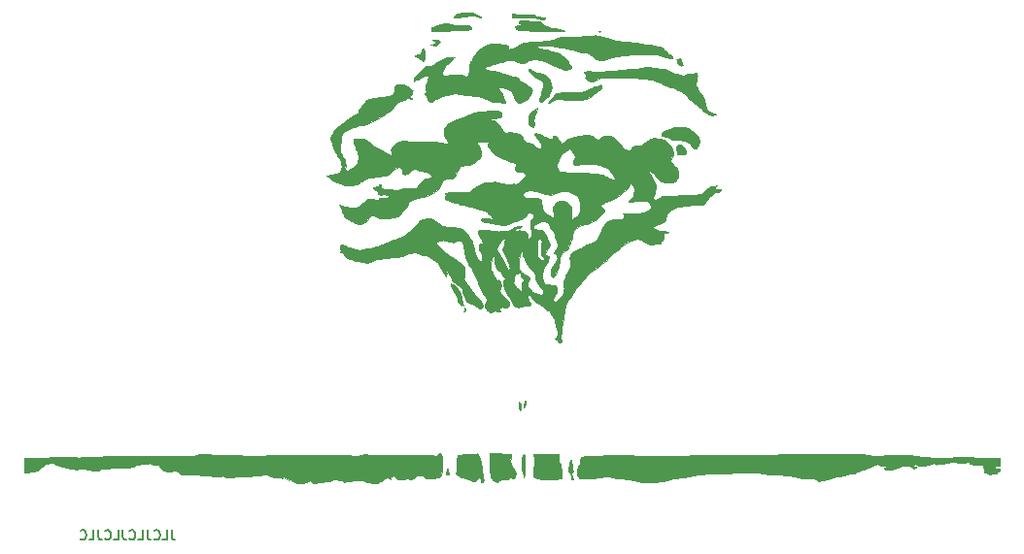
<source format=gbr>
G04 #@! TF.GenerationSoftware,KiCad,Pcbnew,(5.1.4)-1*
G04 #@! TF.CreationDate,2019-09-24T22:07:27-07:00*
G04 #@! TF.ProjectId,blacker-cannon-cards,626c6163-6b65-4722-9d63-616e6e6f6e2d,rev?*
G04 #@! TF.SameCoordinates,Original*
G04 #@! TF.FileFunction,Legend,Bot*
G04 #@! TF.FilePolarity,Positive*
%FSLAX46Y46*%
G04 Gerber Fmt 4.6, Leading zero omitted, Abs format (unit mm)*
G04 Created by KiCad (PCBNEW (5.1.4)-1) date 2019-09-24 22:07:27*
%MOMM*%
%LPD*%
G04 APERTURE LIST*
%ADD10C,0.200000*%
%ADD11C,0.010000*%
G04 APERTURE END LIST*
D10*
X62833809Y-103045476D02*
X62833809Y-103638333D01*
X62873333Y-103756904D01*
X62952380Y-103835952D01*
X63070952Y-103875476D01*
X63150000Y-103875476D01*
X62043333Y-103875476D02*
X62438571Y-103875476D01*
X62438571Y-103045476D01*
X61292380Y-103796428D02*
X61331904Y-103835952D01*
X61450476Y-103875476D01*
X61529523Y-103875476D01*
X61648095Y-103835952D01*
X61727142Y-103756904D01*
X61766666Y-103677857D01*
X61806190Y-103519761D01*
X61806190Y-103401190D01*
X61766666Y-103243095D01*
X61727142Y-103164047D01*
X61648095Y-103085000D01*
X61529523Y-103045476D01*
X61450476Y-103045476D01*
X61331904Y-103085000D01*
X61292380Y-103124523D01*
X60699523Y-103045476D02*
X60699523Y-103638333D01*
X60739047Y-103756904D01*
X60818095Y-103835952D01*
X60936666Y-103875476D01*
X61015714Y-103875476D01*
X59909047Y-103875476D02*
X60304285Y-103875476D01*
X60304285Y-103045476D01*
X59158095Y-103796428D02*
X59197619Y-103835952D01*
X59316190Y-103875476D01*
X59395238Y-103875476D01*
X59513809Y-103835952D01*
X59592857Y-103756904D01*
X59632380Y-103677857D01*
X59671904Y-103519761D01*
X59671904Y-103401190D01*
X59632380Y-103243095D01*
X59592857Y-103164047D01*
X59513809Y-103085000D01*
X59395238Y-103045476D01*
X59316190Y-103045476D01*
X59197619Y-103085000D01*
X59158095Y-103124523D01*
X58565238Y-103045476D02*
X58565238Y-103638333D01*
X58604761Y-103756904D01*
X58683809Y-103835952D01*
X58802380Y-103875476D01*
X58881428Y-103875476D01*
X57774761Y-103875476D02*
X58170000Y-103875476D01*
X58170000Y-103045476D01*
X57023809Y-103796428D02*
X57063333Y-103835952D01*
X57181904Y-103875476D01*
X57260952Y-103875476D01*
X57379523Y-103835952D01*
X57458571Y-103756904D01*
X57498095Y-103677857D01*
X57537619Y-103519761D01*
X57537619Y-103401190D01*
X57498095Y-103243095D01*
X57458571Y-103164047D01*
X57379523Y-103085000D01*
X57260952Y-103045476D01*
X57181904Y-103045476D01*
X57063333Y-103085000D01*
X57023809Y-103124523D01*
X56430952Y-103045476D02*
X56430952Y-103638333D01*
X56470476Y-103756904D01*
X56549523Y-103835952D01*
X56668095Y-103875476D01*
X56747142Y-103875476D01*
X55640476Y-103875476D02*
X56035714Y-103875476D01*
X56035714Y-103045476D01*
X54889523Y-103796428D02*
X54929047Y-103835952D01*
X55047619Y-103875476D01*
X55126666Y-103875476D01*
X55245238Y-103835952D01*
X55324285Y-103756904D01*
X55363809Y-103677857D01*
X55403333Y-103519761D01*
X55403333Y-103401190D01*
X55363809Y-103243095D01*
X55324285Y-103164047D01*
X55245238Y-103085000D01*
X55126666Y-103045476D01*
X55047619Y-103045476D01*
X54929047Y-103085000D01*
X54889523Y-103124523D01*
D11*
G36*
X88984719Y-57904332D02*
G01*
X89071229Y-57917195D01*
X89132039Y-57939906D01*
X89183149Y-57974266D01*
X89210524Y-57996759D01*
X89335953Y-58077021D01*
X89493150Y-58146273D01*
X89538695Y-58160865D01*
X89668467Y-58202970D01*
X89762057Y-58242518D01*
X89782739Y-58255621D01*
X89793517Y-58286349D01*
X89739794Y-58292553D01*
X89642667Y-58276704D01*
X89523231Y-58241271D01*
X89465110Y-58218435D01*
X89301783Y-58171668D01*
X89085850Y-58153334D01*
X88938059Y-58154367D01*
X88793355Y-58159669D01*
X88664697Y-58167843D01*
X88533173Y-58181378D01*
X88379868Y-58202760D01*
X88185872Y-58234480D01*
X87932272Y-58279024D01*
X87773118Y-58307620D01*
X87595611Y-58337650D01*
X87486956Y-58348869D01*
X87428202Y-58341065D01*
X87400396Y-58314030D01*
X87395747Y-58303433D01*
X87398335Y-58201883D01*
X87464168Y-58113347D01*
X87545976Y-58075984D01*
X87646361Y-58028580D01*
X87684527Y-57992276D01*
X87723833Y-57964129D01*
X87800067Y-57943107D01*
X87926102Y-57927696D01*
X88114815Y-57916379D01*
X88379081Y-57907645D01*
X88410949Y-57906835D01*
X88670582Y-57900952D01*
X88856504Y-57899517D01*
X88984719Y-57904332D01*
X88984719Y-57904332D01*
G37*
X88984719Y-57904332D02*
X89071229Y-57917195D01*
X89132039Y-57939906D01*
X89183149Y-57974266D01*
X89210524Y-57996759D01*
X89335953Y-58077021D01*
X89493150Y-58146273D01*
X89538695Y-58160865D01*
X89668467Y-58202970D01*
X89762057Y-58242518D01*
X89782739Y-58255621D01*
X89793517Y-58286349D01*
X89739794Y-58292553D01*
X89642667Y-58276704D01*
X89523231Y-58241271D01*
X89465110Y-58218435D01*
X89301783Y-58171668D01*
X89085850Y-58153334D01*
X88938059Y-58154367D01*
X88793355Y-58159669D01*
X88664697Y-58167843D01*
X88533173Y-58181378D01*
X88379868Y-58202760D01*
X88185872Y-58234480D01*
X87932272Y-58279024D01*
X87773118Y-58307620D01*
X87595611Y-58337650D01*
X87486956Y-58348869D01*
X87428202Y-58341065D01*
X87400396Y-58314030D01*
X87395747Y-58303433D01*
X87398335Y-58201883D01*
X87464168Y-58113347D01*
X87545976Y-58075984D01*
X87646361Y-58028580D01*
X87684527Y-57992276D01*
X87723833Y-57964129D01*
X87800067Y-57943107D01*
X87926102Y-57927696D01*
X88114815Y-57916379D01*
X88379081Y-57907645D01*
X88410949Y-57906835D01*
X88670582Y-57900952D01*
X88856504Y-57899517D01*
X88984719Y-57904332D01*
G36*
X92751806Y-57989797D02*
G01*
X92832949Y-58016803D01*
X92839496Y-58022111D01*
X92909538Y-58047300D01*
X93048772Y-58065174D01*
X93236893Y-58075221D01*
X93453601Y-58076934D01*
X93678592Y-58069802D01*
X93891562Y-58053318D01*
X93926637Y-58049368D01*
X94186328Y-58036207D01*
X94376912Y-58068615D01*
X94507602Y-58148325D01*
X94519435Y-58160858D01*
X94575690Y-58183234D01*
X94695110Y-58211482D01*
X94851712Y-58241088D01*
X95019512Y-58267536D01*
X95172525Y-58286312D01*
X95279578Y-58292932D01*
X95379508Y-58303703D01*
X95410970Y-58343941D01*
X95408665Y-58371466D01*
X95357660Y-58434053D01*
X95234086Y-58456433D01*
X95035088Y-58438742D01*
X94833569Y-58399020D01*
X94676357Y-58373491D01*
X94442072Y-58349659D01*
X94143390Y-58328476D01*
X93792987Y-58310892D01*
X93533913Y-58301546D01*
X92525953Y-58270494D01*
X92496207Y-58124646D01*
X92481861Y-58028647D01*
X92507207Y-57988005D01*
X92594287Y-57978925D01*
X92631322Y-57978798D01*
X92751806Y-57989797D01*
X92751806Y-57989797D01*
G37*
X92751806Y-57989797D02*
X92832949Y-58016803D01*
X92839496Y-58022111D01*
X92909538Y-58047300D01*
X93048772Y-58065174D01*
X93236893Y-58075221D01*
X93453601Y-58076934D01*
X93678592Y-58069802D01*
X93891562Y-58053318D01*
X93926637Y-58049368D01*
X94186328Y-58036207D01*
X94376912Y-58068615D01*
X94507602Y-58148325D01*
X94519435Y-58160858D01*
X94575690Y-58183234D01*
X94695110Y-58211482D01*
X94851712Y-58241088D01*
X95019512Y-58267536D01*
X95172525Y-58286312D01*
X95279578Y-58292932D01*
X95379508Y-58303703D01*
X95410970Y-58343941D01*
X95408665Y-58371466D01*
X95357660Y-58434053D01*
X95234086Y-58456433D01*
X95035088Y-58438742D01*
X94833569Y-58399020D01*
X94676357Y-58373491D01*
X94442072Y-58349659D01*
X94143390Y-58328476D01*
X93792987Y-58310892D01*
X93533913Y-58301546D01*
X92525953Y-58270494D01*
X92496207Y-58124646D01*
X92481861Y-58028647D01*
X92507207Y-57988005D01*
X92594287Y-57978925D01*
X92631322Y-57978798D01*
X92751806Y-57989797D01*
G36*
X86794958Y-58838635D02*
G01*
X86893061Y-58844498D01*
X87135416Y-58869188D01*
X87313430Y-58906471D01*
X87398636Y-58942588D01*
X87459278Y-58972271D01*
X87544426Y-58991827D01*
X87669941Y-59002528D01*
X87851686Y-59005646D01*
X88105521Y-59002454D01*
X88137008Y-59001804D01*
X88385678Y-58997036D01*
X88560564Y-58996504D01*
X88677609Y-59002394D01*
X88752757Y-59016894D01*
X88801953Y-59042190D01*
X88841140Y-59080467D01*
X88858255Y-59100706D01*
X88924763Y-59203038D01*
X88953278Y-59291431D01*
X88947341Y-59319208D01*
X88920391Y-59339573D01*
X88860535Y-59353662D01*
X88755879Y-59362609D01*
X88594529Y-59367548D01*
X88364594Y-59369616D01*
X88130201Y-59369964D01*
X87797223Y-59372177D01*
X87541277Y-59379374D01*
X87349739Y-59392392D01*
X87209985Y-59412068D01*
X87114841Y-59437279D01*
X87001437Y-59462708D01*
X86831696Y-59482734D01*
X86622394Y-59497267D01*
X86390306Y-59506215D01*
X86152205Y-59509489D01*
X85924866Y-59506997D01*
X85725064Y-59498649D01*
X85569575Y-59484354D01*
X85475171Y-59464021D01*
X85454417Y-59446254D01*
X85483653Y-59364587D01*
X85506367Y-59335965D01*
X85534891Y-59272870D01*
X85505539Y-59220422D01*
X85495611Y-59189356D01*
X85526371Y-59156170D01*
X85609235Y-59115213D01*
X85755621Y-59060836D01*
X85975452Y-58987871D01*
X86203256Y-58915917D01*
X86372670Y-58869147D01*
X86510132Y-58843431D01*
X86642081Y-58834637D01*
X86794958Y-58838635D01*
X86794958Y-58838635D01*
G37*
X86794958Y-58838635D02*
X86893061Y-58844498D01*
X87135416Y-58869188D01*
X87313430Y-58906471D01*
X87398636Y-58942588D01*
X87459278Y-58972271D01*
X87544426Y-58991827D01*
X87669941Y-59002528D01*
X87851686Y-59005646D01*
X88105521Y-59002454D01*
X88137008Y-59001804D01*
X88385678Y-58997036D01*
X88560564Y-58996504D01*
X88677609Y-59002394D01*
X88752757Y-59016894D01*
X88801953Y-59042190D01*
X88841140Y-59080467D01*
X88858255Y-59100706D01*
X88924763Y-59203038D01*
X88953278Y-59291431D01*
X88947341Y-59319208D01*
X88920391Y-59339573D01*
X88860535Y-59353662D01*
X88755879Y-59362609D01*
X88594529Y-59367548D01*
X88364594Y-59369616D01*
X88130201Y-59369964D01*
X87797223Y-59372177D01*
X87541277Y-59379374D01*
X87349739Y-59392392D01*
X87209985Y-59412068D01*
X87114841Y-59437279D01*
X87001437Y-59462708D01*
X86831696Y-59482734D01*
X86622394Y-59497267D01*
X86390306Y-59506215D01*
X86152205Y-59509489D01*
X85924866Y-59506997D01*
X85725064Y-59498649D01*
X85569575Y-59484354D01*
X85475171Y-59464021D01*
X85454417Y-59446254D01*
X85483653Y-59364587D01*
X85506367Y-59335965D01*
X85534891Y-59272870D01*
X85505539Y-59220422D01*
X85495611Y-59189356D01*
X85526371Y-59156170D01*
X85609235Y-59115213D01*
X85755621Y-59060836D01*
X85975452Y-58987871D01*
X86203256Y-58915917D01*
X86372670Y-58869147D01*
X86510132Y-58843431D01*
X86642081Y-58834637D01*
X86794958Y-58838635D01*
G36*
X100161698Y-59522357D02*
G01*
X100148314Y-59542754D01*
X100102798Y-59545927D01*
X100054913Y-59534967D01*
X100075685Y-59518814D01*
X100145821Y-59513464D01*
X100161698Y-59522357D01*
X100161698Y-59522357D01*
G37*
X100161698Y-59522357D02*
X100148314Y-59542754D01*
X100102798Y-59545927D01*
X100054913Y-59534967D01*
X100075685Y-59518814D01*
X100145821Y-59513464D01*
X100161698Y-59522357D01*
G36*
X93584619Y-58572084D02*
G01*
X93846435Y-58586230D01*
X94115548Y-58604322D01*
X94430036Y-58627093D01*
X94666046Y-58646215D01*
X94834684Y-58663500D01*
X94947058Y-58680760D01*
X95014276Y-58699807D01*
X95047446Y-58722452D01*
X95057675Y-58750507D01*
X95057951Y-58758034D01*
X95098046Y-58846545D01*
X95220480Y-58937283D01*
X95428476Y-59032482D01*
X95483731Y-59053399D01*
X95631101Y-59110166D01*
X95745965Y-59159010D01*
X95797865Y-59185970D01*
X95866975Y-59207299D01*
X95990095Y-59222824D01*
X96058234Y-59226589D01*
X96158393Y-59238781D01*
X96303912Y-59267255D01*
X96474858Y-59306738D01*
X96651297Y-59351958D01*
X96813297Y-59397642D01*
X96940925Y-59438518D01*
X97014247Y-59469313D01*
X97022960Y-59481769D01*
X96965846Y-59493419D01*
X96838507Y-59503083D01*
X96660456Y-59510464D01*
X96451204Y-59515265D01*
X96230264Y-59517188D01*
X96017147Y-59515937D01*
X95831365Y-59511216D01*
X95692431Y-59502726D01*
X95686219Y-59502112D01*
X95531751Y-59490820D01*
X95309070Y-59480476D01*
X95039718Y-59471786D01*
X94745233Y-59465458D01*
X94474559Y-59462354D01*
X94171129Y-59457832D01*
X93868766Y-59448659D01*
X93590371Y-59435862D01*
X93358843Y-59420468D01*
X93213018Y-59405720D01*
X93025281Y-59378404D01*
X92911514Y-59353723D01*
X92856297Y-59326283D01*
X92844209Y-59290689D01*
X92846698Y-59277573D01*
X92840288Y-59197062D01*
X92818044Y-59170437D01*
X92771994Y-59115074D01*
X92769258Y-59100167D01*
X92809879Y-59060328D01*
X92915103Y-59020979D01*
X93059969Y-58988456D01*
X93219518Y-58969093D01*
X93296555Y-58966328D01*
X93413042Y-58956770D01*
X93480524Y-58933030D01*
X93487280Y-58921201D01*
X93447549Y-58892740D01*
X93348650Y-58877263D01*
X93313269Y-58876325D01*
X93163580Y-58854167D01*
X93070666Y-58795281D01*
X93047392Y-58711052D01*
X93068083Y-58659400D01*
X93104460Y-58618827D01*
X93162679Y-58590420D01*
X93254364Y-58573568D01*
X93391136Y-58567660D01*
X93584619Y-58572084D01*
X93584619Y-58572084D01*
G37*
X93584619Y-58572084D02*
X93846435Y-58586230D01*
X94115548Y-58604322D01*
X94430036Y-58627093D01*
X94666046Y-58646215D01*
X94834684Y-58663500D01*
X94947058Y-58680760D01*
X95014276Y-58699807D01*
X95047446Y-58722452D01*
X95057675Y-58750507D01*
X95057951Y-58758034D01*
X95098046Y-58846545D01*
X95220480Y-58937283D01*
X95428476Y-59032482D01*
X95483731Y-59053399D01*
X95631101Y-59110166D01*
X95745965Y-59159010D01*
X95797865Y-59185970D01*
X95866975Y-59207299D01*
X95990095Y-59222824D01*
X96058234Y-59226589D01*
X96158393Y-59238781D01*
X96303912Y-59267255D01*
X96474858Y-59306738D01*
X96651297Y-59351958D01*
X96813297Y-59397642D01*
X96940925Y-59438518D01*
X97014247Y-59469313D01*
X97022960Y-59481769D01*
X96965846Y-59493419D01*
X96838507Y-59503083D01*
X96660456Y-59510464D01*
X96451204Y-59515265D01*
X96230264Y-59517188D01*
X96017147Y-59515937D01*
X95831365Y-59511216D01*
X95692431Y-59502726D01*
X95686219Y-59502112D01*
X95531751Y-59490820D01*
X95309070Y-59480476D01*
X95039718Y-59471786D01*
X94745233Y-59465458D01*
X94474559Y-59462354D01*
X94171129Y-59457832D01*
X93868766Y-59448659D01*
X93590371Y-59435862D01*
X93358843Y-59420468D01*
X93213018Y-59405720D01*
X93025281Y-59378404D01*
X92911514Y-59353723D01*
X92856297Y-59326283D01*
X92844209Y-59290689D01*
X92846698Y-59277573D01*
X92840288Y-59197062D01*
X92818044Y-59170437D01*
X92771994Y-59115074D01*
X92769258Y-59100167D01*
X92809879Y-59060328D01*
X92915103Y-59020979D01*
X93059969Y-58988456D01*
X93219518Y-58969093D01*
X93296555Y-58966328D01*
X93413042Y-58956770D01*
X93480524Y-58933030D01*
X93487280Y-58921201D01*
X93447549Y-58892740D01*
X93348650Y-58877263D01*
X93313269Y-58876325D01*
X93163580Y-58854167D01*
X93070666Y-58795281D01*
X93047392Y-58711052D01*
X93068083Y-58659400D01*
X93104460Y-58618827D01*
X93162679Y-58590420D01*
X93254364Y-58573568D01*
X93391136Y-58567660D01*
X93584619Y-58572084D01*
G36*
X86037153Y-60277700D02*
G01*
X86145128Y-60313588D01*
X86183330Y-60383050D01*
X86160862Y-60493979D01*
X86148202Y-60525871D01*
X86072237Y-60635597D01*
X85962695Y-60720155D01*
X85852493Y-60756537D01*
X85821726Y-60754080D01*
X85762775Y-60744362D01*
X85646443Y-60727381D01*
X85566608Y-60716254D01*
X85434693Y-60693707D01*
X85392253Y-60675107D01*
X85439063Y-60661293D01*
X85574899Y-60653106D01*
X85583537Y-60652872D01*
X85719789Y-60623125D01*
X85785480Y-60567687D01*
X85807411Y-60502106D01*
X85772522Y-60436581D01*
X85709954Y-60376962D01*
X85584041Y-60267491D01*
X85850307Y-60267491D01*
X86037153Y-60277700D01*
X86037153Y-60277700D01*
G37*
X86037153Y-60277700D02*
X86145128Y-60313588D01*
X86183330Y-60383050D01*
X86160862Y-60493979D01*
X86148202Y-60525871D01*
X86072237Y-60635597D01*
X85962695Y-60720155D01*
X85852493Y-60756537D01*
X85821726Y-60754080D01*
X85762775Y-60744362D01*
X85646443Y-60727381D01*
X85566608Y-60716254D01*
X85434693Y-60693707D01*
X85392253Y-60675107D01*
X85439063Y-60661293D01*
X85574899Y-60653106D01*
X85583537Y-60652872D01*
X85719789Y-60623125D01*
X85785480Y-60567687D01*
X85807411Y-60502106D01*
X85772522Y-60436581D01*
X85709954Y-60376962D01*
X85584041Y-60267491D01*
X85850307Y-60267491D01*
X86037153Y-60277700D01*
G36*
X84799303Y-61026714D02*
G01*
X84818888Y-61085183D01*
X84832654Y-61208687D01*
X84840681Y-61375417D01*
X84843047Y-61563566D01*
X84839831Y-61751324D01*
X84831112Y-61916882D01*
X84816967Y-62038433D01*
X84797476Y-62094168D01*
X84795451Y-62095214D01*
X84739623Y-62075152D01*
X84658573Y-62007665D01*
X84648385Y-61997083D01*
X84548659Y-61919675D01*
X84400685Y-61836423D01*
X84280675Y-61783261D01*
X84146976Y-61724137D01*
X84057754Y-61670548D01*
X84033024Y-61637149D01*
X84082271Y-61602364D01*
X84189168Y-61566491D01*
X84244624Y-61553875D01*
X84418646Y-61496757D01*
X84526539Y-61398025D01*
X84585034Y-61254770D01*
X84635469Y-61130136D01*
X84704160Y-61043904D01*
X84772953Y-61015398D01*
X84799303Y-61026714D01*
X84799303Y-61026714D01*
G37*
X84799303Y-61026714D02*
X84818888Y-61085183D01*
X84832654Y-61208687D01*
X84840681Y-61375417D01*
X84843047Y-61563566D01*
X84839831Y-61751324D01*
X84831112Y-61916882D01*
X84816967Y-62038433D01*
X84797476Y-62094168D01*
X84795451Y-62095214D01*
X84739623Y-62075152D01*
X84658573Y-62007665D01*
X84648385Y-61997083D01*
X84548659Y-61919675D01*
X84400685Y-61836423D01*
X84280675Y-61783261D01*
X84146976Y-61724137D01*
X84057754Y-61670548D01*
X84033024Y-61637149D01*
X84082271Y-61602364D01*
X84189168Y-61566491D01*
X84244624Y-61553875D01*
X84418646Y-61496757D01*
X84526539Y-61398025D01*
X84585034Y-61254770D01*
X84635469Y-61130136D01*
X84704160Y-61043904D01*
X84772953Y-61015398D01*
X84799303Y-61026714D01*
G36*
X107164691Y-61902619D02*
G01*
X107173550Y-61905157D01*
X107229593Y-61938996D01*
X107256818Y-62010537D01*
X107264293Y-62144771D01*
X107264311Y-62155321D01*
X107272487Y-62282323D01*
X107293365Y-62362389D01*
X107309188Y-62376678D01*
X107349001Y-62413026D01*
X107354064Y-62443993D01*
X107319569Y-62497340D01*
X107235799Y-62509830D01*
X107132327Y-62483482D01*
X107040964Y-62422589D01*
X106972652Y-62331442D01*
X106900362Y-62202676D01*
X106842066Y-62072305D01*
X106815736Y-61976346D01*
X106815548Y-61970876D01*
X106854650Y-61934584D01*
X106948916Y-61906880D01*
X107063783Y-61894111D01*
X107164691Y-61902619D01*
X107164691Y-61902619D01*
G37*
X107164691Y-61902619D02*
X107173550Y-61905157D01*
X107229593Y-61938996D01*
X107256818Y-62010537D01*
X107264293Y-62144771D01*
X107264311Y-62155321D01*
X107272487Y-62282323D01*
X107293365Y-62362389D01*
X107309188Y-62376678D01*
X107349001Y-62413026D01*
X107354064Y-62443993D01*
X107319569Y-62497340D01*
X107235799Y-62509830D01*
X107132327Y-62483482D01*
X107040964Y-62422589D01*
X106972652Y-62331442D01*
X106900362Y-62202676D01*
X106842066Y-62072305D01*
X106815736Y-61976346D01*
X106815548Y-61970876D01*
X106854650Y-61934584D01*
X106948916Y-61906880D01*
X107063783Y-61894111D01*
X107164691Y-61902619D01*
G36*
X94118872Y-62825835D02*
G01*
X94271466Y-62927634D01*
X94324893Y-62972588D01*
X94440213Y-63057739D01*
X94568089Y-63109980D01*
X94744152Y-63143001D01*
X94780274Y-63147548D01*
X95111347Y-63218997D01*
X95392243Y-63344287D01*
X95610298Y-63516939D01*
X95686393Y-63611029D01*
X95764137Y-63744356D01*
X95812692Y-63866751D01*
X95820848Y-63916136D01*
X95835784Y-64026599D01*
X95873175Y-64170995D01*
X95889433Y-64220207D01*
X95926448Y-64341570D01*
X95934292Y-64441157D01*
X95912294Y-64559071D01*
X95882025Y-64663393D01*
X95814396Y-64861775D01*
X95742142Y-65036159D01*
X95673951Y-65168485D01*
X95618513Y-65240692D01*
X95600408Y-65248763D01*
X95549474Y-65276752D01*
X95453870Y-65350059D01*
X95336688Y-65450706D01*
X95168924Y-65582430D01*
X95035670Y-65646976D01*
X94995262Y-65652650D01*
X94906647Y-65641428D01*
X94873278Y-65618993D01*
X94872635Y-65543553D01*
X94892105Y-65432154D01*
X94935154Y-65270680D01*
X95005246Y-65045018D01*
X95041298Y-64934629D01*
X95130721Y-64623229D01*
X95184132Y-64346583D01*
X95200386Y-64117011D01*
X95178341Y-63946833D01*
X95140124Y-63870387D01*
X95072412Y-63818170D01*
X94946500Y-63744788D01*
X94786786Y-63664187D01*
X94747173Y-63645791D01*
X94472030Y-63495521D01*
X94233422Y-63304625D01*
X94152561Y-63224883D01*
X94018814Y-63085533D01*
X93938967Y-62993342D01*
X93903698Y-62931766D01*
X93903683Y-62884257D01*
X93929602Y-62834270D01*
X93931127Y-62831858D01*
X94003104Y-62793080D01*
X94118872Y-62825835D01*
X94118872Y-62825835D01*
G37*
X94118872Y-62825835D02*
X94271466Y-62927634D01*
X94324893Y-62972588D01*
X94440213Y-63057739D01*
X94568089Y-63109980D01*
X94744152Y-63143001D01*
X94780274Y-63147548D01*
X95111347Y-63218997D01*
X95392243Y-63344287D01*
X95610298Y-63516939D01*
X95686393Y-63611029D01*
X95764137Y-63744356D01*
X95812692Y-63866751D01*
X95820848Y-63916136D01*
X95835784Y-64026599D01*
X95873175Y-64170995D01*
X95889433Y-64220207D01*
X95926448Y-64341570D01*
X95934292Y-64441157D01*
X95912294Y-64559071D01*
X95882025Y-64663393D01*
X95814396Y-64861775D01*
X95742142Y-65036159D01*
X95673951Y-65168485D01*
X95618513Y-65240692D01*
X95600408Y-65248763D01*
X95549474Y-65276752D01*
X95453870Y-65350059D01*
X95336688Y-65450706D01*
X95168924Y-65582430D01*
X95035670Y-65646976D01*
X94995262Y-65652650D01*
X94906647Y-65641428D01*
X94873278Y-65618993D01*
X94872635Y-65543553D01*
X94892105Y-65432154D01*
X94935154Y-65270680D01*
X95005246Y-65045018D01*
X95041298Y-64934629D01*
X95130721Y-64623229D01*
X95184132Y-64346583D01*
X95200386Y-64117011D01*
X95178341Y-63946833D01*
X95140124Y-63870387D01*
X95072412Y-63818170D01*
X94946500Y-63744788D01*
X94786786Y-63664187D01*
X94747173Y-63645791D01*
X94472030Y-63495521D01*
X94233422Y-63304625D01*
X94152561Y-63224883D01*
X94018814Y-63085533D01*
X93938967Y-62993342D01*
X93903698Y-62931766D01*
X93903683Y-62884257D01*
X93929602Y-62834270D01*
X93931127Y-62831858D01*
X94003104Y-62793080D01*
X94118872Y-62825835D01*
G36*
X99842862Y-59878000D02*
G01*
X99898363Y-59891313D01*
X99918662Y-59904598D01*
X99995027Y-59938847D01*
X100110990Y-59953353D01*
X100112670Y-59953356D01*
X100250066Y-59967046D01*
X100457598Y-60005847D01*
X100720299Y-60066354D01*
X101023203Y-60145164D01*
X101295760Y-60222430D01*
X101575993Y-60299057D01*
X101828768Y-60353286D01*
X102088670Y-60390841D01*
X102390281Y-60417446D01*
X102525848Y-60426041D01*
X102755815Y-60444331D01*
X102987776Y-60470796D01*
X103183724Y-60500834D01*
X103245179Y-60513191D01*
X103397761Y-60542893D01*
X103610997Y-60578453D01*
X103856389Y-60615362D01*
X104100530Y-60648488D01*
X104497487Y-60703966D01*
X104851364Y-60763125D01*
X105154010Y-60824005D01*
X105397269Y-60884648D01*
X105572989Y-60943094D01*
X105673016Y-60997386D01*
X105693640Y-61031227D01*
X105724414Y-61084195D01*
X105803681Y-61176408D01*
X105911858Y-61288618D01*
X106029364Y-61401576D01*
X106136615Y-61496036D01*
X106214030Y-61552750D01*
X106232156Y-61560534D01*
X106341185Y-61615293D01*
X106418996Y-61709593D01*
X106441096Y-61811495D01*
X106437309Y-61828048D01*
X106414655Y-61879894D01*
X106374555Y-61896473D01*
X106291885Y-61880199D01*
X106197011Y-61851113D01*
X106022562Y-61800527D01*
X105844336Y-61755831D01*
X105796840Y-61745534D01*
X105658386Y-61711735D01*
X105547370Y-61675276D01*
X105527582Y-61666444D01*
X105418114Y-61615760D01*
X105307162Y-61576652D01*
X105180610Y-61547327D01*
X105024344Y-61525992D01*
X104824248Y-61510855D01*
X104566209Y-61500124D01*
X104236110Y-61492006D01*
X104139289Y-61490149D01*
X103776650Y-61485014D01*
X103487210Y-61484998D01*
X103254526Y-61490765D01*
X103062155Y-61502983D01*
X102893653Y-61522317D01*
X102748123Y-61546483D01*
X102524679Y-61582785D01*
X102254489Y-61618360D01*
X101980440Y-61647839D01*
X101847622Y-61659207D01*
X101608683Y-61680398D01*
X101436247Y-61705015D01*
X101307078Y-61738188D01*
X101197944Y-61785043D01*
X101145277Y-61814238D01*
X100931865Y-61905763D01*
X100638857Y-61975630D01*
X100536042Y-61992410D01*
X100126420Y-62053601D01*
X99860821Y-61924943D01*
X99715194Y-61844428D01*
X99600344Y-61762812D01*
X99546386Y-61705033D01*
X99483486Y-61632868D01*
X99435257Y-61613780D01*
X99363020Y-61586642D01*
X99261757Y-61519320D01*
X99235553Y-61498157D01*
X99149133Y-61437584D01*
X99046036Y-61396421D01*
X98901435Y-61367504D01*
X98704813Y-61345024D01*
X98487820Y-61315443D01*
X98278717Y-61271848D01*
X98115391Y-61222364D01*
X98096162Y-61214497D01*
X97694793Y-61076777D01*
X97244433Y-60985151D01*
X97054947Y-60962884D01*
X96873220Y-60941657D01*
X96639659Y-60908255D01*
X96390450Y-60868061D01*
X96247174Y-60842687D01*
X95965123Y-60800483D01*
X95670085Y-60777608D01*
X95344910Y-60774056D01*
X94972447Y-60789819D01*
X94535547Y-60824890D01*
X94362368Y-60841916D01*
X94048234Y-60873997D01*
X94295053Y-60906926D01*
X94465063Y-60926063D01*
X94623256Y-60938136D01*
X94687721Y-60940246D01*
X94787028Y-60950364D01*
X94833160Y-60974482D01*
X94833569Y-60977227D01*
X94875947Y-61001557D01*
X94994161Y-61033009D01*
X95174834Y-61068889D01*
X95404588Y-61106505D01*
X95636716Y-61138900D01*
X95747557Y-61163559D01*
X95813613Y-61197266D01*
X95816221Y-61200643D01*
X95896437Y-61255549D01*
X96050023Y-61298411D01*
X96197858Y-61319092D01*
X96345489Y-61356859D01*
X96520037Y-61433708D01*
X96684214Y-61530351D01*
X96800733Y-61627503D01*
X96805981Y-61633632D01*
X96871285Y-61691460D01*
X96903344Y-61703533D01*
X96957427Y-61734150D01*
X97050888Y-61812958D01*
X97164244Y-61920390D01*
X97278013Y-62036879D01*
X97372712Y-62142858D01*
X97428859Y-62218762D01*
X97436396Y-62238883D01*
X97409440Y-62271099D01*
X97391520Y-62264487D01*
X97347933Y-62246805D01*
X97368352Y-62285877D01*
X97450282Y-62378180D01*
X97529802Y-62459525D01*
X97624031Y-62565388D01*
X97679026Y-62650493D01*
X97684942Y-62688020D01*
X97627574Y-62725592D01*
X97512439Y-62772162D01*
X97369579Y-62818159D01*
X97229036Y-62854014D01*
X97120854Y-62870156D01*
X97112675Y-62870318D01*
X97018997Y-62852634D01*
X96892100Y-62808874D01*
X96862782Y-62796414D01*
X96743733Y-62746485D01*
X96655994Y-62714584D01*
X96642968Y-62711091D01*
X96582237Y-62685089D01*
X96464474Y-62625157D01*
X96310477Y-62542061D01*
X96233670Y-62499286D01*
X95914439Y-62345889D01*
X95519592Y-62200606D01*
X95287265Y-62129575D01*
X95038971Y-62060028D01*
X94852166Y-62013746D01*
X94702702Y-61987125D01*
X94566433Y-61976560D01*
X94419212Y-61978447D01*
X94313360Y-61984195D01*
X94103557Y-62002345D01*
X93962635Y-62028703D01*
X93869783Y-62068147D01*
X93831814Y-62097049D01*
X93722701Y-62182633D01*
X93636078Y-62236441D01*
X93528685Y-62269660D01*
X93392820Y-62284659D01*
X93262146Y-62281048D01*
X93170327Y-62258438D01*
X93150707Y-62242049D01*
X93086652Y-62202733D01*
X93046422Y-62197173D01*
X92959922Y-62176778D01*
X92838698Y-62125979D01*
X92802414Y-62107420D01*
X92574899Y-62033174D01*
X92295839Y-62022327D01*
X91976955Y-62074616D01*
X91788900Y-62130171D01*
X91621289Y-62183941D01*
X91480248Y-62223576D01*
X91392569Y-62241653D01*
X91385166Y-62242049D01*
X91308685Y-62255100D01*
X91173719Y-62289630D01*
X91006920Y-62338704D01*
X90974358Y-62348932D01*
X90783435Y-62408423D01*
X90599335Y-62463935D01*
X90460214Y-62503975D01*
X90454214Y-62505612D01*
X90319477Y-62556549D01*
X90214027Y-62620815D01*
X90197084Y-62636860D01*
X90148599Y-62708449D01*
X90165177Y-62775756D01*
X90188597Y-62811434D01*
X90263855Y-62875310D01*
X90394452Y-62916459D01*
X90513043Y-62934094D01*
X90891968Y-62991162D01*
X91298513Y-63076238D01*
X91701693Y-63181411D01*
X92070524Y-63298771D01*
X92316508Y-63394580D01*
X92470710Y-63450347D01*
X92596385Y-63475434D01*
X92647209Y-63472155D01*
X92714187Y-63463167D01*
X92800464Y-63481687D01*
X92928380Y-63534268D01*
X93038516Y-63586904D01*
X93102025Y-63655829D01*
X93118719Y-63705251D01*
X93156201Y-63777120D01*
X93253746Y-63859478D01*
X93420130Y-63958498D01*
X93626549Y-64062445D01*
X93781533Y-64156460D01*
X93941772Y-64285278D01*
X94085601Y-64427840D01*
X94191356Y-64563091D01*
X94234316Y-64653163D01*
X94220034Y-64776662D01*
X94152441Y-64880758D01*
X94072764Y-64991052D01*
X93978289Y-65143647D01*
X93912177Y-65262902D01*
X93832124Y-65405133D01*
X93768408Y-65482765D01*
X93702607Y-65513948D01*
X93653337Y-65517914D01*
X93485698Y-65550186D01*
X93319397Y-65631734D01*
X93220477Y-65717005D01*
X93119295Y-65780799D01*
X92999649Y-65762351D01*
X92882848Y-65672356D01*
X92814941Y-65569925D01*
X92742095Y-65415155D01*
X92684270Y-65254312D01*
X92556046Y-64956245D01*
X92373960Y-64714319D01*
X92147850Y-64538883D01*
X91916608Y-64446820D01*
X91681586Y-64400229D01*
X91478412Y-64379932D01*
X91322228Y-64385904D01*
X91228179Y-64418121D01*
X91208230Y-64447948D01*
X91238084Y-64522816D01*
X91349992Y-64609631D01*
X91374687Y-64623973D01*
X91490921Y-64702422D01*
X91563366Y-64796122D01*
X91617944Y-64940064D01*
X91623977Y-64960493D01*
X91662103Y-65098578D01*
X91686875Y-65201613D01*
X91692227Y-65235665D01*
X91714641Y-65293091D01*
X91772483Y-65398974D01*
X91829153Y-65491978D01*
X91899083Y-65612957D01*
X91938057Y-65702109D01*
X91940120Y-65733850D01*
X91887246Y-65739731D01*
X91766003Y-65734514D01*
X91596920Y-65719445D01*
X91477840Y-65705797D01*
X91271980Y-65682164D01*
X91084223Y-65663883D01*
X90942869Y-65653568D01*
X90898188Y-65652217D01*
X90790336Y-65634436D01*
X90625166Y-65586543D01*
X90426232Y-65517352D01*
X90217086Y-65435683D01*
X90021280Y-65350351D01*
X89862367Y-65270175D01*
X89834626Y-65254061D01*
X89731625Y-65209658D01*
X89581908Y-65176843D01*
X89369008Y-65152675D01*
X89201590Y-65140951D01*
X88887594Y-65118977D01*
X88589531Y-65091948D01*
X88322593Y-65061753D01*
X88101969Y-65030280D01*
X87942850Y-64999420D01*
X87867129Y-64974991D01*
X87784501Y-64954648D01*
X87642858Y-64940145D01*
X87473262Y-64934629D01*
X87172669Y-64962747D01*
X86820574Y-65044071D01*
X86434180Y-65174051D01*
X86194877Y-65272690D01*
X86040416Y-65335761D01*
X85897522Y-65386130D01*
X85840251Y-65402434D01*
X85720024Y-65456814D01*
X85602301Y-65547595D01*
X85593431Y-65556691D01*
X85504822Y-65636599D01*
X85425929Y-65657292D01*
X85333291Y-65638036D01*
X85220702Y-65582188D01*
X85166130Y-65481747D01*
X85160010Y-65456088D01*
X85122726Y-65334540D01*
X85078697Y-65248763D01*
X85021470Y-65163127D01*
X84953882Y-65048389D01*
X84951038Y-65043241D01*
X84903620Y-64946437D01*
X84903030Y-64888260D01*
X84949203Y-64830809D01*
X84950657Y-64829353D01*
X85000699Y-64755666D01*
X84978947Y-64678198D01*
X84971120Y-64665254D01*
X84922522Y-64517488D01*
X84921394Y-64335510D01*
X84965056Y-64159545D01*
X85010399Y-64075314D01*
X85082507Y-63916497D01*
X85083901Y-63799552D01*
X85085619Y-63677872D01*
X85119501Y-63611200D01*
X85177386Y-63533351D01*
X85206090Y-63464929D01*
X85215965Y-63394334D01*
X85172579Y-63367467D01*
X85099339Y-63363957D01*
X84925644Y-63390802D01*
X84716200Y-63463076D01*
X84503908Y-63568388D01*
X84423064Y-63618654D01*
X84309779Y-63684528D01*
X84219308Y-63720629D01*
X84202216Y-63722968D01*
X84119832Y-63751186D01*
X84058162Y-63794888D01*
X83971310Y-63853198D01*
X83928276Y-63837834D01*
X83932673Y-63755366D01*
X83974216Y-63642255D01*
X84058343Y-63506701D01*
X84199734Y-63336635D01*
X84383033Y-63150292D01*
X84408758Y-63126177D01*
X84571687Y-62973669D01*
X84726230Y-62826963D01*
X84850164Y-62707247D01*
X84900230Y-62657550D01*
X85000928Y-62566818D01*
X85089145Y-62530381D01*
X85208546Y-62532508D01*
X85237869Y-62535914D01*
X85377813Y-62541242D01*
X85493935Y-62507844D01*
X85616281Y-62434547D01*
X85837152Y-62285518D01*
X86006439Y-62174467D01*
X86146095Y-62087916D01*
X86278076Y-62012389D01*
X86424335Y-61934407D01*
X86467051Y-61912252D01*
X86643122Y-61826348D01*
X86781992Y-61776958D01*
X86923331Y-61754262D01*
X87106807Y-61748441D01*
X87128977Y-61748409D01*
X87292055Y-61750610D01*
X87413518Y-61756443D01*
X87471697Y-61764751D01*
X87473852Y-61766806D01*
X87443585Y-61805525D01*
X87363249Y-61890053D01*
X87248543Y-62005123D01*
X87115164Y-62135468D01*
X86978810Y-62265821D01*
X86855179Y-62380915D01*
X86759970Y-62465483D01*
X86731409Y-62488869D01*
X86655590Y-62578086D01*
X86569625Y-62722711D01*
X86488177Y-62891893D01*
X86425907Y-63054784D01*
X86397474Y-63180533D01*
X86397028Y-63192466D01*
X86435021Y-63304622D01*
X86538291Y-63377075D01*
X86689699Y-63405653D01*
X86872102Y-63386186D01*
X87009572Y-63341519D01*
X87144101Y-63305845D01*
X87329900Y-63282842D01*
X87541837Y-63272543D01*
X87754782Y-63274978D01*
X87943603Y-63290182D01*
X88083168Y-63318185D01*
X88131323Y-63340079D01*
X88236872Y-63389946D01*
X88378692Y-63429781D01*
X88410323Y-63435528D01*
X88547008Y-63448209D01*
X88638633Y-63425832D01*
X88693900Y-63355539D01*
X88721510Y-63224473D01*
X88730165Y-63019775D01*
X88730389Y-62962570D01*
X88742641Y-62707963D01*
X88776413Y-62474288D01*
X88827227Y-62280156D01*
X88890606Y-62144178D01*
X88939353Y-62093971D01*
X88992448Y-62021996D01*
X88999647Y-61981561D01*
X89025447Y-61913305D01*
X89094479Y-61795316D01*
X89194189Y-61648176D01*
X89246467Y-61576945D01*
X89355064Y-61429209D01*
X89439299Y-61308184D01*
X89486971Y-61231714D01*
X89493287Y-61215925D01*
X89528475Y-61178909D01*
X89621161Y-61108275D01*
X89752022Y-61016822D01*
X89901737Y-60917352D01*
X90050986Y-60822661D01*
X90180448Y-60745552D01*
X90270802Y-60698822D01*
X90278622Y-60695664D01*
X90429024Y-60658594D01*
X90637515Y-60634601D01*
X90885152Y-60622987D01*
X91152989Y-60623056D01*
X91422082Y-60634113D01*
X91673487Y-60655460D01*
X91888260Y-60686402D01*
X92047455Y-60726243D01*
X92121269Y-60763385D01*
X92174654Y-60862559D01*
X92175022Y-60949302D01*
X92172975Y-61040197D01*
X92216701Y-61072603D01*
X92259291Y-61075265D01*
X92384001Y-61053901D01*
X92553292Y-60998381D01*
X92735293Y-60921562D01*
X92898132Y-60836301D01*
X92971202Y-60788076D01*
X93127069Y-60684756D01*
X93297882Y-60600773D01*
X93495108Y-60533867D01*
X93730213Y-60481776D01*
X94014665Y-60442238D01*
X94359931Y-60412991D01*
X94777478Y-60391774D01*
X95023618Y-60383266D01*
X95302473Y-60373403D01*
X95514088Y-60361124D01*
X95680975Y-60343150D01*
X95825642Y-60316201D01*
X95970599Y-60276997D01*
X96138356Y-60222260D01*
X96145526Y-60219814D01*
X96328742Y-60155135D01*
X96481324Y-60097313D01*
X96582127Y-60054566D01*
X96608595Y-60039869D01*
X96666694Y-60027581D01*
X96799471Y-60016494D01*
X96991851Y-60007334D01*
X97228762Y-60000826D01*
X97483684Y-59997750D01*
X97789880Y-59993661D01*
X98104843Y-59984998D01*
X98401684Y-59972801D01*
X98653517Y-59958111D01*
X98782686Y-59947490D01*
X99132679Y-59914182D01*
X99403613Y-59890960D01*
X99605568Y-59877442D01*
X99748624Y-59873249D01*
X99842862Y-59878000D01*
X99842862Y-59878000D01*
G37*
X99842862Y-59878000D02*
X99898363Y-59891313D01*
X99918662Y-59904598D01*
X99995027Y-59938847D01*
X100110990Y-59953353D01*
X100112670Y-59953356D01*
X100250066Y-59967046D01*
X100457598Y-60005847D01*
X100720299Y-60066354D01*
X101023203Y-60145164D01*
X101295760Y-60222430D01*
X101575993Y-60299057D01*
X101828768Y-60353286D01*
X102088670Y-60390841D01*
X102390281Y-60417446D01*
X102525848Y-60426041D01*
X102755815Y-60444331D01*
X102987776Y-60470796D01*
X103183724Y-60500834D01*
X103245179Y-60513191D01*
X103397761Y-60542893D01*
X103610997Y-60578453D01*
X103856389Y-60615362D01*
X104100530Y-60648488D01*
X104497487Y-60703966D01*
X104851364Y-60763125D01*
X105154010Y-60824005D01*
X105397269Y-60884648D01*
X105572989Y-60943094D01*
X105673016Y-60997386D01*
X105693640Y-61031227D01*
X105724414Y-61084195D01*
X105803681Y-61176408D01*
X105911858Y-61288618D01*
X106029364Y-61401576D01*
X106136615Y-61496036D01*
X106214030Y-61552750D01*
X106232156Y-61560534D01*
X106341185Y-61615293D01*
X106418996Y-61709593D01*
X106441096Y-61811495D01*
X106437309Y-61828048D01*
X106414655Y-61879894D01*
X106374555Y-61896473D01*
X106291885Y-61880199D01*
X106197011Y-61851113D01*
X106022562Y-61800527D01*
X105844336Y-61755831D01*
X105796840Y-61745534D01*
X105658386Y-61711735D01*
X105547370Y-61675276D01*
X105527582Y-61666444D01*
X105418114Y-61615760D01*
X105307162Y-61576652D01*
X105180610Y-61547327D01*
X105024344Y-61525992D01*
X104824248Y-61510855D01*
X104566209Y-61500124D01*
X104236110Y-61492006D01*
X104139289Y-61490149D01*
X103776650Y-61485014D01*
X103487210Y-61484998D01*
X103254526Y-61490765D01*
X103062155Y-61502983D01*
X102893653Y-61522317D01*
X102748123Y-61546483D01*
X102524679Y-61582785D01*
X102254489Y-61618360D01*
X101980440Y-61647839D01*
X101847622Y-61659207D01*
X101608683Y-61680398D01*
X101436247Y-61705015D01*
X101307078Y-61738188D01*
X101197944Y-61785043D01*
X101145277Y-61814238D01*
X100931865Y-61905763D01*
X100638857Y-61975630D01*
X100536042Y-61992410D01*
X100126420Y-62053601D01*
X99860821Y-61924943D01*
X99715194Y-61844428D01*
X99600344Y-61762812D01*
X99546386Y-61705033D01*
X99483486Y-61632868D01*
X99435257Y-61613780D01*
X99363020Y-61586642D01*
X99261757Y-61519320D01*
X99235553Y-61498157D01*
X99149133Y-61437584D01*
X99046036Y-61396421D01*
X98901435Y-61367504D01*
X98704813Y-61345024D01*
X98487820Y-61315443D01*
X98278717Y-61271848D01*
X98115391Y-61222364D01*
X98096162Y-61214497D01*
X97694793Y-61076777D01*
X97244433Y-60985151D01*
X97054947Y-60962884D01*
X96873220Y-60941657D01*
X96639659Y-60908255D01*
X96390450Y-60868061D01*
X96247174Y-60842687D01*
X95965123Y-60800483D01*
X95670085Y-60777608D01*
X95344910Y-60774056D01*
X94972447Y-60789819D01*
X94535547Y-60824890D01*
X94362368Y-60841916D01*
X94048234Y-60873997D01*
X94295053Y-60906926D01*
X94465063Y-60926063D01*
X94623256Y-60938136D01*
X94687721Y-60940246D01*
X94787028Y-60950364D01*
X94833160Y-60974482D01*
X94833569Y-60977227D01*
X94875947Y-61001557D01*
X94994161Y-61033009D01*
X95174834Y-61068889D01*
X95404588Y-61106505D01*
X95636716Y-61138900D01*
X95747557Y-61163559D01*
X95813613Y-61197266D01*
X95816221Y-61200643D01*
X95896437Y-61255549D01*
X96050023Y-61298411D01*
X96197858Y-61319092D01*
X96345489Y-61356859D01*
X96520037Y-61433708D01*
X96684214Y-61530351D01*
X96800733Y-61627503D01*
X96805981Y-61633632D01*
X96871285Y-61691460D01*
X96903344Y-61703533D01*
X96957427Y-61734150D01*
X97050888Y-61812958D01*
X97164244Y-61920390D01*
X97278013Y-62036879D01*
X97372712Y-62142858D01*
X97428859Y-62218762D01*
X97436396Y-62238883D01*
X97409440Y-62271099D01*
X97391520Y-62264487D01*
X97347933Y-62246805D01*
X97368352Y-62285877D01*
X97450282Y-62378180D01*
X97529802Y-62459525D01*
X97624031Y-62565388D01*
X97679026Y-62650493D01*
X97684942Y-62688020D01*
X97627574Y-62725592D01*
X97512439Y-62772162D01*
X97369579Y-62818159D01*
X97229036Y-62854014D01*
X97120854Y-62870156D01*
X97112675Y-62870318D01*
X97018997Y-62852634D01*
X96892100Y-62808874D01*
X96862782Y-62796414D01*
X96743733Y-62746485D01*
X96655994Y-62714584D01*
X96642968Y-62711091D01*
X96582237Y-62685089D01*
X96464474Y-62625157D01*
X96310477Y-62542061D01*
X96233670Y-62499286D01*
X95914439Y-62345889D01*
X95519592Y-62200606D01*
X95287265Y-62129575D01*
X95038971Y-62060028D01*
X94852166Y-62013746D01*
X94702702Y-61987125D01*
X94566433Y-61976560D01*
X94419212Y-61978447D01*
X94313360Y-61984195D01*
X94103557Y-62002345D01*
X93962635Y-62028703D01*
X93869783Y-62068147D01*
X93831814Y-62097049D01*
X93722701Y-62182633D01*
X93636078Y-62236441D01*
X93528685Y-62269660D01*
X93392820Y-62284659D01*
X93262146Y-62281048D01*
X93170327Y-62258438D01*
X93150707Y-62242049D01*
X93086652Y-62202733D01*
X93046422Y-62197173D01*
X92959922Y-62176778D01*
X92838698Y-62125979D01*
X92802414Y-62107420D01*
X92574899Y-62033174D01*
X92295839Y-62022327D01*
X91976955Y-62074616D01*
X91788900Y-62130171D01*
X91621289Y-62183941D01*
X91480248Y-62223576D01*
X91392569Y-62241653D01*
X91385166Y-62242049D01*
X91308685Y-62255100D01*
X91173719Y-62289630D01*
X91006920Y-62338704D01*
X90974358Y-62348932D01*
X90783435Y-62408423D01*
X90599335Y-62463935D01*
X90460214Y-62503975D01*
X90454214Y-62505612D01*
X90319477Y-62556549D01*
X90214027Y-62620815D01*
X90197084Y-62636860D01*
X90148599Y-62708449D01*
X90165177Y-62775756D01*
X90188597Y-62811434D01*
X90263855Y-62875310D01*
X90394452Y-62916459D01*
X90513043Y-62934094D01*
X90891968Y-62991162D01*
X91298513Y-63076238D01*
X91701693Y-63181411D01*
X92070524Y-63298771D01*
X92316508Y-63394580D01*
X92470710Y-63450347D01*
X92596385Y-63475434D01*
X92647209Y-63472155D01*
X92714187Y-63463167D01*
X92800464Y-63481687D01*
X92928380Y-63534268D01*
X93038516Y-63586904D01*
X93102025Y-63655829D01*
X93118719Y-63705251D01*
X93156201Y-63777120D01*
X93253746Y-63859478D01*
X93420130Y-63958498D01*
X93626549Y-64062445D01*
X93781533Y-64156460D01*
X93941772Y-64285278D01*
X94085601Y-64427840D01*
X94191356Y-64563091D01*
X94234316Y-64653163D01*
X94220034Y-64776662D01*
X94152441Y-64880758D01*
X94072764Y-64991052D01*
X93978289Y-65143647D01*
X93912177Y-65262902D01*
X93832124Y-65405133D01*
X93768408Y-65482765D01*
X93702607Y-65513948D01*
X93653337Y-65517914D01*
X93485698Y-65550186D01*
X93319397Y-65631734D01*
X93220477Y-65717005D01*
X93119295Y-65780799D01*
X92999649Y-65762351D01*
X92882848Y-65672356D01*
X92814941Y-65569925D01*
X92742095Y-65415155D01*
X92684270Y-65254312D01*
X92556046Y-64956245D01*
X92373960Y-64714319D01*
X92147850Y-64538883D01*
X91916608Y-64446820D01*
X91681586Y-64400229D01*
X91478412Y-64379932D01*
X91322228Y-64385904D01*
X91228179Y-64418121D01*
X91208230Y-64447948D01*
X91238084Y-64522816D01*
X91349992Y-64609631D01*
X91374687Y-64623973D01*
X91490921Y-64702422D01*
X91563366Y-64796122D01*
X91617944Y-64940064D01*
X91623977Y-64960493D01*
X91662103Y-65098578D01*
X91686875Y-65201613D01*
X91692227Y-65235665D01*
X91714641Y-65293091D01*
X91772483Y-65398974D01*
X91829153Y-65491978D01*
X91899083Y-65612957D01*
X91938057Y-65702109D01*
X91940120Y-65733850D01*
X91887246Y-65739731D01*
X91766003Y-65734514D01*
X91596920Y-65719445D01*
X91477840Y-65705797D01*
X91271980Y-65682164D01*
X91084223Y-65663883D01*
X90942869Y-65653568D01*
X90898188Y-65652217D01*
X90790336Y-65634436D01*
X90625166Y-65586543D01*
X90426232Y-65517352D01*
X90217086Y-65435683D01*
X90021280Y-65350351D01*
X89862367Y-65270175D01*
X89834626Y-65254061D01*
X89731625Y-65209658D01*
X89581908Y-65176843D01*
X89369008Y-65152675D01*
X89201590Y-65140951D01*
X88887594Y-65118977D01*
X88589531Y-65091948D01*
X88322593Y-65061753D01*
X88101969Y-65030280D01*
X87942850Y-64999420D01*
X87867129Y-64974991D01*
X87784501Y-64954648D01*
X87642858Y-64940145D01*
X87473262Y-64934629D01*
X87172669Y-64962747D01*
X86820574Y-65044071D01*
X86434180Y-65174051D01*
X86194877Y-65272690D01*
X86040416Y-65335761D01*
X85897522Y-65386130D01*
X85840251Y-65402434D01*
X85720024Y-65456814D01*
X85602301Y-65547595D01*
X85593431Y-65556691D01*
X85504822Y-65636599D01*
X85425929Y-65657292D01*
X85333291Y-65638036D01*
X85220702Y-65582188D01*
X85166130Y-65481747D01*
X85160010Y-65456088D01*
X85122726Y-65334540D01*
X85078697Y-65248763D01*
X85021470Y-65163127D01*
X84953882Y-65048389D01*
X84951038Y-65043241D01*
X84903620Y-64946437D01*
X84903030Y-64888260D01*
X84949203Y-64830809D01*
X84950657Y-64829353D01*
X85000699Y-64755666D01*
X84978947Y-64678198D01*
X84971120Y-64665254D01*
X84922522Y-64517488D01*
X84921394Y-64335510D01*
X84965056Y-64159545D01*
X85010399Y-64075314D01*
X85082507Y-63916497D01*
X85083901Y-63799552D01*
X85085619Y-63677872D01*
X85119501Y-63611200D01*
X85177386Y-63533351D01*
X85206090Y-63464929D01*
X85215965Y-63394334D01*
X85172579Y-63367467D01*
X85099339Y-63363957D01*
X84925644Y-63390802D01*
X84716200Y-63463076D01*
X84503908Y-63568388D01*
X84423064Y-63618654D01*
X84309779Y-63684528D01*
X84219308Y-63720629D01*
X84202216Y-63722968D01*
X84119832Y-63751186D01*
X84058162Y-63794888D01*
X83971310Y-63853198D01*
X83928276Y-63837834D01*
X83932673Y-63755366D01*
X83974216Y-63642255D01*
X84058343Y-63506701D01*
X84199734Y-63336635D01*
X84383033Y-63150292D01*
X84408758Y-63126177D01*
X84571687Y-62973669D01*
X84726230Y-62826963D01*
X84850164Y-62707247D01*
X84900230Y-62657550D01*
X85000928Y-62566818D01*
X85089145Y-62530381D01*
X85208546Y-62532508D01*
X85237869Y-62535914D01*
X85377813Y-62541242D01*
X85493935Y-62507844D01*
X85616281Y-62434547D01*
X85837152Y-62285518D01*
X86006439Y-62174467D01*
X86146095Y-62087916D01*
X86278076Y-62012389D01*
X86424335Y-61934407D01*
X86467051Y-61912252D01*
X86643122Y-61826348D01*
X86781992Y-61776958D01*
X86923331Y-61754262D01*
X87106807Y-61748441D01*
X87128977Y-61748409D01*
X87292055Y-61750610D01*
X87413518Y-61756443D01*
X87471697Y-61764751D01*
X87473852Y-61766806D01*
X87443585Y-61805525D01*
X87363249Y-61890053D01*
X87248543Y-62005123D01*
X87115164Y-62135468D01*
X86978810Y-62265821D01*
X86855179Y-62380915D01*
X86759970Y-62465483D01*
X86731409Y-62488869D01*
X86655590Y-62578086D01*
X86569625Y-62722711D01*
X86488177Y-62891893D01*
X86425907Y-63054784D01*
X86397474Y-63180533D01*
X86397028Y-63192466D01*
X86435021Y-63304622D01*
X86538291Y-63377075D01*
X86689699Y-63405653D01*
X86872102Y-63386186D01*
X87009572Y-63341519D01*
X87144101Y-63305845D01*
X87329900Y-63282842D01*
X87541837Y-63272543D01*
X87754782Y-63274978D01*
X87943603Y-63290182D01*
X88083168Y-63318185D01*
X88131323Y-63340079D01*
X88236872Y-63389946D01*
X88378692Y-63429781D01*
X88410323Y-63435528D01*
X88547008Y-63448209D01*
X88638633Y-63425832D01*
X88693900Y-63355539D01*
X88721510Y-63224473D01*
X88730165Y-63019775D01*
X88730389Y-62962570D01*
X88742641Y-62707963D01*
X88776413Y-62474288D01*
X88827227Y-62280156D01*
X88890606Y-62144178D01*
X88939353Y-62093971D01*
X88992448Y-62021996D01*
X88999647Y-61981561D01*
X89025447Y-61913305D01*
X89094479Y-61795316D01*
X89194189Y-61648176D01*
X89246467Y-61576945D01*
X89355064Y-61429209D01*
X89439299Y-61308184D01*
X89486971Y-61231714D01*
X89493287Y-61215925D01*
X89528475Y-61178909D01*
X89621161Y-61108275D01*
X89752022Y-61016822D01*
X89901737Y-60917352D01*
X90050986Y-60822661D01*
X90180448Y-60745552D01*
X90270802Y-60698822D01*
X90278622Y-60695664D01*
X90429024Y-60658594D01*
X90637515Y-60634601D01*
X90885152Y-60622987D01*
X91152989Y-60623056D01*
X91422082Y-60634113D01*
X91673487Y-60655460D01*
X91888260Y-60686402D01*
X92047455Y-60726243D01*
X92121269Y-60763385D01*
X92174654Y-60862559D01*
X92175022Y-60949302D01*
X92172975Y-61040197D01*
X92216701Y-61072603D01*
X92259291Y-61075265D01*
X92384001Y-61053901D01*
X92553292Y-60998381D01*
X92735293Y-60921562D01*
X92898132Y-60836301D01*
X92971202Y-60788076D01*
X93127069Y-60684756D01*
X93297882Y-60600773D01*
X93495108Y-60533867D01*
X93730213Y-60481776D01*
X94014665Y-60442238D01*
X94359931Y-60412991D01*
X94777478Y-60391774D01*
X95023618Y-60383266D01*
X95302473Y-60373403D01*
X95514088Y-60361124D01*
X95680975Y-60343150D01*
X95825642Y-60316201D01*
X95970599Y-60276997D01*
X96138356Y-60222260D01*
X96145526Y-60219814D01*
X96328742Y-60155135D01*
X96481324Y-60097313D01*
X96582127Y-60054566D01*
X96608595Y-60039869D01*
X96666694Y-60027581D01*
X96799471Y-60016494D01*
X96991851Y-60007334D01*
X97228762Y-60000826D01*
X97483684Y-59997750D01*
X97789880Y-59993661D01*
X98104843Y-59984998D01*
X98401684Y-59972801D01*
X98653517Y-59958111D01*
X98782686Y-59947490D01*
X99132679Y-59914182D01*
X99403613Y-59890960D01*
X99605568Y-59877442D01*
X99748624Y-59873249D01*
X99842862Y-59878000D01*
G36*
X100232926Y-64221165D02*
G01*
X100249884Y-64243378D01*
X100297607Y-64331913D01*
X100308481Y-64378723D01*
X100275222Y-64436331D01*
X100185345Y-64535332D01*
X100053699Y-64662823D01*
X99895133Y-64805899D01*
X99724494Y-64951659D01*
X99556633Y-65087197D01*
X99406397Y-65199613D01*
X99288636Y-65276001D01*
X99257510Y-65291989D01*
X99040475Y-65382240D01*
X98834206Y-65445972D01*
X98618086Y-65486013D01*
X98371497Y-65505190D01*
X98073821Y-65506331D01*
X97772969Y-65495596D01*
X97369878Y-65476633D01*
X97045873Y-65461991D01*
X96790360Y-65452320D01*
X96592746Y-65448271D01*
X96442439Y-65450494D01*
X96328846Y-65459639D01*
X96241375Y-65476357D01*
X96169432Y-65501299D01*
X96102425Y-65535114D01*
X96029762Y-65578454D01*
X95985594Y-65605352D01*
X95779998Y-65724338D01*
X95645853Y-65789432D01*
X95582588Y-65800297D01*
X95589629Y-65756596D01*
X95666404Y-65657992D01*
X95812341Y-65504147D01*
X95812847Y-65503637D01*
X95948570Y-65359844D01*
X96056059Y-65232337D01*
X96121513Y-65138288D01*
X96134983Y-65102894D01*
X96178794Y-65010329D01*
X96309029Y-64934588D01*
X96523891Y-64875986D01*
X96821582Y-64834841D01*
X97200303Y-64811469D01*
X97658259Y-64806186D01*
X97808941Y-64808142D01*
X98087027Y-64812139D01*
X98294251Y-64811495D01*
X98449455Y-64804488D01*
X98571482Y-64789396D01*
X98679175Y-64764498D01*
X98791376Y-64728071D01*
X98827562Y-64715063D01*
X98985434Y-64653472D01*
X99115158Y-64595414D01*
X99186573Y-64554820D01*
X99262386Y-64513807D01*
X99394788Y-64459468D01*
X99545583Y-64406754D01*
X99728129Y-64345213D01*
X99904830Y-64281181D01*
X100014283Y-64238019D01*
X100127573Y-64193970D01*
X100190170Y-64188118D01*
X100232926Y-64221165D01*
X100232926Y-64221165D01*
G37*
X100232926Y-64221165D02*
X100249884Y-64243378D01*
X100297607Y-64331913D01*
X100308481Y-64378723D01*
X100275222Y-64436331D01*
X100185345Y-64535332D01*
X100053699Y-64662823D01*
X99895133Y-64805899D01*
X99724494Y-64951659D01*
X99556633Y-65087197D01*
X99406397Y-65199613D01*
X99288636Y-65276001D01*
X99257510Y-65291989D01*
X99040475Y-65382240D01*
X98834206Y-65445972D01*
X98618086Y-65486013D01*
X98371497Y-65505190D01*
X98073821Y-65506331D01*
X97772969Y-65495596D01*
X97369878Y-65476633D01*
X97045873Y-65461991D01*
X96790360Y-65452320D01*
X96592746Y-65448271D01*
X96442439Y-65450494D01*
X96328846Y-65459639D01*
X96241375Y-65476357D01*
X96169432Y-65501299D01*
X96102425Y-65535114D01*
X96029762Y-65578454D01*
X95985594Y-65605352D01*
X95779998Y-65724338D01*
X95645853Y-65789432D01*
X95582588Y-65800297D01*
X95589629Y-65756596D01*
X95666404Y-65657992D01*
X95812341Y-65504147D01*
X95812847Y-65503637D01*
X95948570Y-65359844D01*
X96056059Y-65232337D01*
X96121513Y-65138288D01*
X96134983Y-65102894D01*
X96178794Y-65010329D01*
X96309029Y-64934588D01*
X96523891Y-64875986D01*
X96821582Y-64834841D01*
X97200303Y-64811469D01*
X97658259Y-64806186D01*
X97808941Y-64808142D01*
X98087027Y-64812139D01*
X98294251Y-64811495D01*
X98449455Y-64804488D01*
X98571482Y-64789396D01*
X98679175Y-64764498D01*
X98791376Y-64728071D01*
X98827562Y-64715063D01*
X98985434Y-64653472D01*
X99115158Y-64595414D01*
X99186573Y-64554820D01*
X99262386Y-64513807D01*
X99394788Y-64459468D01*
X99545583Y-64406754D01*
X99728129Y-64345213D01*
X99904830Y-64281181D01*
X100014283Y-64238019D01*
X100127573Y-64193970D01*
X100190170Y-64188118D01*
X100232926Y-64221165D01*
G36*
X104765695Y-62671438D02*
G01*
X105019113Y-62709699D01*
X105126454Y-62734127D01*
X105315548Y-62775784D01*
X105482317Y-62802298D01*
X105600178Y-62809833D01*
X105628169Y-62806550D01*
X105745538Y-62812498D01*
X105933683Y-62871665D01*
X106193023Y-62984206D01*
X106456537Y-63115103D01*
X106633226Y-63188779D01*
X106859491Y-63258921D01*
X107100302Y-63316825D01*
X107320626Y-63353792D01*
X107452675Y-63362530D01*
X107584622Y-63341682D01*
X107687995Y-63295215D01*
X107794338Y-63252893D01*
X107959776Y-63231068D01*
X108027209Y-63229328D01*
X108206556Y-63216159D01*
X108337262Y-63180463D01*
X108366423Y-63163441D01*
X108476735Y-63101098D01*
X108542687Y-63109947D01*
X108557501Y-63188290D01*
X108554065Y-63210427D01*
X108556415Y-63310009D01*
X108588813Y-63347978D01*
X108619826Y-63381362D01*
X108601732Y-63454831D01*
X108578086Y-63505303D01*
X108537481Y-63616238D01*
X108554310Y-63684027D01*
X108560545Y-63690862D01*
X108608050Y-63791571D01*
X108573271Y-63901982D01*
X108520270Y-63959871D01*
X108464961Y-64016145D01*
X108454210Y-64073943D01*
X108485014Y-64168596D01*
X108499543Y-64203802D01*
X108561259Y-64330822D01*
X108624048Y-64430106D01*
X108634218Y-64442291D01*
X108689375Y-64537165D01*
X108728187Y-64658690D01*
X108772552Y-64773026D01*
X108839167Y-64847105D01*
X108840212Y-64847674D01*
X108894903Y-64906597D01*
X108971931Y-65025713D01*
X109059606Y-65182160D01*
X109146237Y-65353080D01*
X109220133Y-65515612D01*
X109269605Y-65646896D01*
X109283746Y-65714973D01*
X109304932Y-65815411D01*
X109337767Y-65891201D01*
X109380291Y-65977376D01*
X109400978Y-66059216D01*
X109411540Y-66155947D01*
X109458134Y-66271412D01*
X109563063Y-66397042D01*
X109701383Y-66509530D01*
X109848153Y-66585572D01*
X109882457Y-66595959D01*
X110094637Y-66657588D01*
X110224256Y-66713029D01*
X110270235Y-66759481D01*
X110231491Y-66794142D01*
X110106944Y-66814208D01*
X109968110Y-66818070D01*
X109798828Y-66809961D01*
X109655605Y-66790142D01*
X109575442Y-66765432D01*
X109474274Y-66685849D01*
X109427049Y-66632168D01*
X109343749Y-66565727D01*
X109282354Y-66550176D01*
X109199573Y-66511171D01*
X109126795Y-66415772D01*
X109083213Y-66347491D01*
X109015109Y-66271060D01*
X108912436Y-66177955D01*
X108765145Y-66059656D01*
X108563189Y-65907642D01*
X108310554Y-65723521D01*
X108126520Y-65573854D01*
X107937014Y-65393031D01*
X107782818Y-65219988D01*
X107781775Y-65218662D01*
X107671220Y-65085881D01*
X107576280Y-64986288D01*
X107513709Y-64937059D01*
X107504741Y-64934629D01*
X107437867Y-64907699D01*
X107340253Y-64840997D01*
X107315996Y-64821280D01*
X107187029Y-64736020D01*
X106994617Y-64637625D01*
X106761994Y-64536249D01*
X106512396Y-64442044D01*
X106277635Y-64367567D01*
X106109983Y-64312143D01*
X105905663Y-64233123D01*
X105708133Y-64147342D01*
X105703147Y-64145018D01*
X105547736Y-64073781D01*
X105425418Y-64020263D01*
X105357305Y-63993623D01*
X105350918Y-63992226D01*
X105297170Y-63974866D01*
X105198873Y-63932392D01*
X105184344Y-63925610D01*
X105071945Y-63878369D01*
X104907836Y-63816102D01*
X104725666Y-63751530D01*
X104708210Y-63745591D01*
X104474970Y-63686646D01*
X104154563Y-63637944D01*
X103749001Y-63599604D01*
X103260296Y-63571741D01*
X102690460Y-63554473D01*
X102041507Y-63547919D01*
X101377947Y-63551431D01*
X101010907Y-63555982D01*
X100722671Y-63560674D01*
X100502295Y-63566401D01*
X100338834Y-63574058D01*
X100221341Y-63584540D01*
X100138874Y-63598741D01*
X100080486Y-63617557D01*
X100035232Y-63641881D01*
X100004052Y-63663741D01*
X99784998Y-63794186D01*
X99554903Y-63877970D01*
X99376835Y-63902473D01*
X99256672Y-63884097D01*
X99138094Y-63818934D01*
X99027691Y-63726086D01*
X98919587Y-63616841D01*
X98881608Y-63551229D01*
X98899262Y-63525551D01*
X98953554Y-63463597D01*
X98952134Y-63357785D01*
X98897310Y-63232737D01*
X98867959Y-63191530D01*
X98773726Y-63072261D01*
X98870703Y-63057561D01*
X98958645Y-63020691D01*
X98990929Y-62982273D01*
X99021467Y-62947232D01*
X99088418Y-62950653D01*
X99178910Y-62978469D01*
X99293788Y-63002243D01*
X99479597Y-63022111D01*
X99717546Y-63036533D01*
X99976575Y-63043812D01*
X100233916Y-63045866D01*
X100416178Y-63043018D01*
X100537964Y-63033910D01*
X100613879Y-63017186D01*
X100658526Y-62991487D01*
X100670098Y-62979368D01*
X100718742Y-62941103D01*
X100797048Y-62924015D01*
X100927415Y-62925450D01*
X101046880Y-62934717D01*
X101270051Y-62941377D01*
X101551254Y-62929221D01*
X101861070Y-62899628D01*
X101901590Y-62894613D01*
X102137532Y-62867049D01*
X102364954Y-62844724D01*
X102555656Y-62830169D01*
X102667803Y-62825800D01*
X102814726Y-62818889D01*
X103016366Y-62800692D01*
X103238875Y-62774497D01*
X103340948Y-62760372D01*
X103788885Y-62701400D01*
X104165625Y-62667067D01*
X104486214Y-62657154D01*
X104765695Y-62671438D01*
X104765695Y-62671438D01*
G37*
X104765695Y-62671438D02*
X105019113Y-62709699D01*
X105126454Y-62734127D01*
X105315548Y-62775784D01*
X105482317Y-62802298D01*
X105600178Y-62809833D01*
X105628169Y-62806550D01*
X105745538Y-62812498D01*
X105933683Y-62871665D01*
X106193023Y-62984206D01*
X106456537Y-63115103D01*
X106633226Y-63188779D01*
X106859491Y-63258921D01*
X107100302Y-63316825D01*
X107320626Y-63353792D01*
X107452675Y-63362530D01*
X107584622Y-63341682D01*
X107687995Y-63295215D01*
X107794338Y-63252893D01*
X107959776Y-63231068D01*
X108027209Y-63229328D01*
X108206556Y-63216159D01*
X108337262Y-63180463D01*
X108366423Y-63163441D01*
X108476735Y-63101098D01*
X108542687Y-63109947D01*
X108557501Y-63188290D01*
X108554065Y-63210427D01*
X108556415Y-63310009D01*
X108588813Y-63347978D01*
X108619826Y-63381362D01*
X108601732Y-63454831D01*
X108578086Y-63505303D01*
X108537481Y-63616238D01*
X108554310Y-63684027D01*
X108560545Y-63690862D01*
X108608050Y-63791571D01*
X108573271Y-63901982D01*
X108520270Y-63959871D01*
X108464961Y-64016145D01*
X108454210Y-64073943D01*
X108485014Y-64168596D01*
X108499543Y-64203802D01*
X108561259Y-64330822D01*
X108624048Y-64430106D01*
X108634218Y-64442291D01*
X108689375Y-64537165D01*
X108728187Y-64658690D01*
X108772552Y-64773026D01*
X108839167Y-64847105D01*
X108840212Y-64847674D01*
X108894903Y-64906597D01*
X108971931Y-65025713D01*
X109059606Y-65182160D01*
X109146237Y-65353080D01*
X109220133Y-65515612D01*
X109269605Y-65646896D01*
X109283746Y-65714973D01*
X109304932Y-65815411D01*
X109337767Y-65891201D01*
X109380291Y-65977376D01*
X109400978Y-66059216D01*
X109411540Y-66155947D01*
X109458134Y-66271412D01*
X109563063Y-66397042D01*
X109701383Y-66509530D01*
X109848153Y-66585572D01*
X109882457Y-66595959D01*
X110094637Y-66657588D01*
X110224256Y-66713029D01*
X110270235Y-66759481D01*
X110231491Y-66794142D01*
X110106944Y-66814208D01*
X109968110Y-66818070D01*
X109798828Y-66809961D01*
X109655605Y-66790142D01*
X109575442Y-66765432D01*
X109474274Y-66685849D01*
X109427049Y-66632168D01*
X109343749Y-66565727D01*
X109282354Y-66550176D01*
X109199573Y-66511171D01*
X109126795Y-66415772D01*
X109083213Y-66347491D01*
X109015109Y-66271060D01*
X108912436Y-66177955D01*
X108765145Y-66059656D01*
X108563189Y-65907642D01*
X108310554Y-65723521D01*
X108126520Y-65573854D01*
X107937014Y-65393031D01*
X107782818Y-65219988D01*
X107781775Y-65218662D01*
X107671220Y-65085881D01*
X107576280Y-64986288D01*
X107513709Y-64937059D01*
X107504741Y-64934629D01*
X107437867Y-64907699D01*
X107340253Y-64840997D01*
X107315996Y-64821280D01*
X107187029Y-64736020D01*
X106994617Y-64637625D01*
X106761994Y-64536249D01*
X106512396Y-64442044D01*
X106277635Y-64367567D01*
X106109983Y-64312143D01*
X105905663Y-64233123D01*
X105708133Y-64147342D01*
X105703147Y-64145018D01*
X105547736Y-64073781D01*
X105425418Y-64020263D01*
X105357305Y-63993623D01*
X105350918Y-63992226D01*
X105297170Y-63974866D01*
X105198873Y-63932392D01*
X105184344Y-63925610D01*
X105071945Y-63878369D01*
X104907836Y-63816102D01*
X104725666Y-63751530D01*
X104708210Y-63745591D01*
X104474970Y-63686646D01*
X104154563Y-63637944D01*
X103749001Y-63599604D01*
X103260296Y-63571741D01*
X102690460Y-63554473D01*
X102041507Y-63547919D01*
X101377947Y-63551431D01*
X101010907Y-63555982D01*
X100722671Y-63560674D01*
X100502295Y-63566401D01*
X100338834Y-63574058D01*
X100221341Y-63584540D01*
X100138874Y-63598741D01*
X100080486Y-63617557D01*
X100035232Y-63641881D01*
X100004052Y-63663741D01*
X99784998Y-63794186D01*
X99554903Y-63877970D01*
X99376835Y-63902473D01*
X99256672Y-63884097D01*
X99138094Y-63818934D01*
X99027691Y-63726086D01*
X98919587Y-63616841D01*
X98881608Y-63551229D01*
X98899262Y-63525551D01*
X98953554Y-63463597D01*
X98952134Y-63357785D01*
X98897310Y-63232737D01*
X98867959Y-63191530D01*
X98773726Y-63072261D01*
X98870703Y-63057561D01*
X98958645Y-63020691D01*
X98990929Y-62982273D01*
X99021467Y-62947232D01*
X99088418Y-62950653D01*
X99178910Y-62978469D01*
X99293788Y-63002243D01*
X99479597Y-63022111D01*
X99717546Y-63036533D01*
X99976575Y-63043812D01*
X100233916Y-63045866D01*
X100416178Y-63043018D01*
X100537964Y-63033910D01*
X100613879Y-63017186D01*
X100658526Y-62991487D01*
X100670098Y-62979368D01*
X100718742Y-62941103D01*
X100797048Y-62924015D01*
X100927415Y-62925450D01*
X101046880Y-62934717D01*
X101270051Y-62941377D01*
X101551254Y-62929221D01*
X101861070Y-62899628D01*
X101901590Y-62894613D01*
X102137532Y-62867049D01*
X102364954Y-62844724D01*
X102555656Y-62830169D01*
X102667803Y-62825800D01*
X102814726Y-62818889D01*
X103016366Y-62800692D01*
X103238875Y-62774497D01*
X103340948Y-62760372D01*
X103788885Y-62701400D01*
X104165625Y-62667067D01*
X104486214Y-62657154D01*
X104765695Y-62671438D01*
G36*
X94699406Y-66229626D02*
G01*
X94570154Y-66480335D01*
X94480926Y-66678508D01*
X94425191Y-66848345D01*
X94396419Y-67014043D01*
X94388081Y-67199803D01*
X94391448Y-67370892D01*
X94397457Y-67577710D01*
X94396593Y-67711318D01*
X94386254Y-67788155D01*
X94363838Y-67824664D01*
X94326746Y-67837283D01*
X94317492Y-67838372D01*
X94202695Y-67828757D01*
X94129117Y-67807030D01*
X94040793Y-67739915D01*
X93961369Y-67632628D01*
X93957853Y-67625994D01*
X93922585Y-67541649D01*
X93906876Y-67447540D01*
X93909427Y-67318200D01*
X93928941Y-67128167D01*
X93931424Y-67107717D01*
X93957774Y-66923564D01*
X93987095Y-66766989D01*
X94014144Y-66664844D01*
X94020998Y-66648893D01*
X94077668Y-66589510D01*
X94191306Y-66501187D01*
X94341044Y-66399669D01*
X94401469Y-66361884D01*
X94548778Y-66276870D01*
X94652617Y-66226994D01*
X94700224Y-66217921D01*
X94699406Y-66229626D01*
X94699406Y-66229626D01*
G37*
X94699406Y-66229626D02*
X94570154Y-66480335D01*
X94480926Y-66678508D01*
X94425191Y-66848345D01*
X94396419Y-67014043D01*
X94388081Y-67199803D01*
X94391448Y-67370892D01*
X94397457Y-67577710D01*
X94396593Y-67711318D01*
X94386254Y-67788155D01*
X94363838Y-67824664D01*
X94326746Y-67837283D01*
X94317492Y-67838372D01*
X94202695Y-67828757D01*
X94129117Y-67807030D01*
X94040793Y-67739915D01*
X93961369Y-67632628D01*
X93957853Y-67625994D01*
X93922585Y-67541649D01*
X93906876Y-67447540D01*
X93909427Y-67318200D01*
X93928941Y-67128167D01*
X93931424Y-67107717D01*
X93957774Y-66923564D01*
X93987095Y-66766989D01*
X94014144Y-66664844D01*
X94020998Y-66648893D01*
X94077668Y-66589510D01*
X94191306Y-66501187D01*
X94341044Y-66399669D01*
X94401469Y-66361884D01*
X94548778Y-66276870D01*
X94652617Y-66226994D01*
X94700224Y-66217921D01*
X94699406Y-66229626D01*
G36*
X107192882Y-67867166D02*
G01*
X107414299Y-67881600D01*
X107574215Y-67900769D01*
X107700774Y-67933777D01*
X107822121Y-67989726D01*
X107966401Y-68077721D01*
X108084530Y-68155562D01*
X108315752Y-68322326D01*
X108486984Y-68481985D01*
X108621894Y-68659947D01*
X108724935Y-68843098D01*
X108834297Y-69058915D01*
X108706027Y-69378176D01*
X108639550Y-69535842D01*
X108581168Y-69660555D01*
X108541981Y-69728856D01*
X108538083Y-69733119D01*
X108471318Y-69746854D01*
X108363221Y-69731686D01*
X108355414Y-69729615D01*
X108248362Y-69678309D01*
X108186389Y-69608199D01*
X108185417Y-69605361D01*
X108138698Y-69529306D01*
X108046573Y-69422529D01*
X107964694Y-69341724D01*
X107745618Y-69182653D01*
X107483326Y-69074789D01*
X107164965Y-69014247D01*
X106824301Y-68997018D01*
X106623509Y-68994320D01*
X106492143Y-68984857D01*
X106409923Y-68964693D01*
X106356567Y-68929891D01*
X106330661Y-68901208D01*
X106222080Y-68825035D01*
X106033830Y-68762511D01*
X105972803Y-68748949D01*
X105823299Y-68713438D01*
X105712263Y-68677761D01*
X105666787Y-68652221D01*
X105614151Y-68633065D01*
X105600469Y-68639038D01*
X105553548Y-68631977D01*
X105525167Y-68562805D01*
X105523647Y-68458580D01*
X105531778Y-68415669D01*
X105594286Y-68328274D01*
X105734599Y-68229987D01*
X105942255Y-68126184D01*
X106206791Y-68022238D01*
X106453011Y-67942393D01*
X106647394Y-67891139D01*
X106819894Y-67864907D01*
X107010535Y-67859629D01*
X107192882Y-67867166D01*
X107192882Y-67867166D01*
G37*
X107192882Y-67867166D02*
X107414299Y-67881600D01*
X107574215Y-67900769D01*
X107700774Y-67933777D01*
X107822121Y-67989726D01*
X107966401Y-68077721D01*
X108084530Y-68155562D01*
X108315752Y-68322326D01*
X108486984Y-68481985D01*
X108621894Y-68659947D01*
X108724935Y-68843098D01*
X108834297Y-69058915D01*
X108706027Y-69378176D01*
X108639550Y-69535842D01*
X108581168Y-69660555D01*
X108541981Y-69728856D01*
X108538083Y-69733119D01*
X108471318Y-69746854D01*
X108363221Y-69731686D01*
X108355414Y-69729615D01*
X108248362Y-69678309D01*
X108186389Y-69608199D01*
X108185417Y-69605361D01*
X108138698Y-69529306D01*
X108046573Y-69422529D01*
X107964694Y-69341724D01*
X107745618Y-69182653D01*
X107483326Y-69074789D01*
X107164965Y-69014247D01*
X106824301Y-68997018D01*
X106623509Y-68994320D01*
X106492143Y-68984857D01*
X106409923Y-68964693D01*
X106356567Y-68929891D01*
X106330661Y-68901208D01*
X106222080Y-68825035D01*
X106033830Y-68762511D01*
X105972803Y-68748949D01*
X105823299Y-68713438D01*
X105712263Y-68677761D01*
X105666787Y-68652221D01*
X105614151Y-68633065D01*
X105600469Y-68639038D01*
X105553548Y-68631977D01*
X105525167Y-68562805D01*
X105523647Y-68458580D01*
X105531778Y-68415669D01*
X105594286Y-68328274D01*
X105734599Y-68229987D01*
X105942255Y-68126184D01*
X106206791Y-68022238D01*
X106453011Y-67942393D01*
X106647394Y-67891139D01*
X106819894Y-67864907D01*
X107010535Y-67859629D01*
X107192882Y-67867166D01*
G36*
X107149753Y-69397636D02*
G01*
X107180557Y-69404000D01*
X107323793Y-69451767D01*
X107430100Y-69539606D01*
X107493472Y-69624205D01*
X107601272Y-69824388D01*
X107641783Y-69999657D01*
X107612458Y-70137323D01*
X107600208Y-70156261D01*
X107539927Y-70206270D01*
X107436149Y-70234940D01*
X107266720Y-70248159D01*
X107252530Y-70248636D01*
X107094939Y-70250772D01*
X106970837Y-70247267D01*
X106913167Y-70240136D01*
X106875976Y-70187676D01*
X106860425Y-70086114D01*
X106860424Y-70085654D01*
X106846976Y-69949655D01*
X106813979Y-69794694D01*
X106807731Y-69772877D01*
X106778878Y-69654531D01*
X106790422Y-69577929D01*
X106851668Y-69500622D01*
X106871888Y-69480151D01*
X106955476Y-69407909D01*
X107034344Y-69383797D01*
X107149753Y-69397636D01*
X107149753Y-69397636D01*
G37*
X107149753Y-69397636D02*
X107180557Y-69404000D01*
X107323793Y-69451767D01*
X107430100Y-69539606D01*
X107493472Y-69624205D01*
X107601272Y-69824388D01*
X107641783Y-69999657D01*
X107612458Y-70137323D01*
X107600208Y-70156261D01*
X107539927Y-70206270D01*
X107436149Y-70234940D01*
X107266720Y-70248159D01*
X107252530Y-70248636D01*
X107094939Y-70250772D01*
X106970837Y-70247267D01*
X106913167Y-70240136D01*
X106875976Y-70187676D01*
X106860425Y-70086114D01*
X106860424Y-70085654D01*
X106846976Y-69949655D01*
X106813979Y-69794694D01*
X106807731Y-69772877D01*
X106778878Y-69654531D01*
X106790422Y-69577929D01*
X106851668Y-69500622D01*
X106871888Y-69480151D01*
X106955476Y-69407909D01*
X107034344Y-69383797D01*
X107149753Y-69397636D01*
G36*
X87240736Y-81564326D02*
G01*
X87316560Y-81599307D01*
X87469187Y-81706662D01*
X87634790Y-81870575D01*
X87794010Y-82066251D01*
X87927491Y-82268891D01*
X88015876Y-82453700D01*
X88034743Y-82519317D01*
X88051620Y-82594478D01*
X88083567Y-82732538D01*
X88124916Y-82909072D01*
X88144598Y-82992524D01*
X88183624Y-83170222D01*
X88209341Y-83312750D01*
X88218269Y-83399334D01*
X88215397Y-83415109D01*
X88193613Y-83404246D01*
X88191873Y-83386278D01*
X88153529Y-83346897D01*
X88080024Y-83333922D01*
X87956744Y-83300760D01*
X87839963Y-83218668D01*
X87760186Y-83113737D01*
X87742624Y-83045352D01*
X87714449Y-82867359D01*
X87633160Y-82625776D01*
X87501359Y-82327379D01*
X87362811Y-82055146D01*
X87265285Y-81868710D01*
X87185804Y-81709538D01*
X87132850Y-81595121D01*
X87114841Y-81543911D01*
X87150168Y-81535409D01*
X87240736Y-81564326D01*
X87240736Y-81564326D01*
G37*
X87240736Y-81564326D02*
X87316560Y-81599307D01*
X87469187Y-81706662D01*
X87634790Y-81870575D01*
X87794010Y-82066251D01*
X87927491Y-82268891D01*
X88015876Y-82453700D01*
X88034743Y-82519317D01*
X88051620Y-82594478D01*
X88083567Y-82732538D01*
X88124916Y-82909072D01*
X88144598Y-82992524D01*
X88183624Y-83170222D01*
X88209341Y-83312750D01*
X88218269Y-83399334D01*
X88215397Y-83415109D01*
X88193613Y-83404246D01*
X88191873Y-83386278D01*
X88153529Y-83346897D01*
X88080024Y-83333922D01*
X87956744Y-83300760D01*
X87839963Y-83218668D01*
X87760186Y-83113737D01*
X87742624Y-83045352D01*
X87714449Y-82867359D01*
X87633160Y-82625776D01*
X87501359Y-82327379D01*
X87362811Y-82055146D01*
X87265285Y-81868710D01*
X87185804Y-81709538D01*
X87132850Y-81595121D01*
X87114841Y-81543911D01*
X87150168Y-81535409D01*
X87240736Y-81564326D01*
G36*
X88102121Y-83446113D02*
G01*
X88079682Y-83468551D01*
X88057244Y-83446113D01*
X88079682Y-83423674D01*
X88102121Y-83446113D01*
X88102121Y-83446113D01*
G37*
X88102121Y-83446113D02*
X88079682Y-83468551D01*
X88057244Y-83446113D01*
X88079682Y-83423674D01*
X88102121Y-83446113D01*
G36*
X88371378Y-83670494D02*
G01*
X88348940Y-83692932D01*
X88326502Y-83670494D01*
X88348940Y-83648056D01*
X88371378Y-83670494D01*
X88371378Y-83670494D01*
G37*
X88371378Y-83670494D02*
X88348940Y-83692932D01*
X88326502Y-83670494D01*
X88348940Y-83648056D01*
X88371378Y-83670494D01*
G36*
X88416255Y-83760247D02*
G01*
X88393817Y-83782685D01*
X88371378Y-83760247D01*
X88393817Y-83737809D01*
X88416255Y-83760247D01*
X88416255Y-83760247D01*
G37*
X88416255Y-83760247D02*
X88393817Y-83782685D01*
X88371378Y-83760247D01*
X88393817Y-83737809D01*
X88416255Y-83760247D01*
G36*
X88461131Y-83850000D02*
G01*
X88438693Y-83872438D01*
X88416255Y-83850000D01*
X88438693Y-83827561D01*
X88461131Y-83850000D01*
X88461131Y-83850000D01*
G37*
X88461131Y-83850000D02*
X88438693Y-83872438D01*
X88416255Y-83850000D01*
X88438693Y-83827561D01*
X88461131Y-83850000D01*
G36*
X88326502Y-83939752D02*
G01*
X88304064Y-83962190D01*
X88281626Y-83939752D01*
X88304064Y-83917314D01*
X88326502Y-83939752D01*
X88326502Y-83939752D01*
G37*
X88326502Y-83939752D02*
X88304064Y-83962190D01*
X88281626Y-83939752D01*
X88304064Y-83917314D01*
X88326502Y-83939752D01*
G36*
X83038401Y-64157059D02*
G01*
X83296477Y-64239975D01*
X83504667Y-64367749D01*
X83610790Y-64480672D01*
X83692594Y-64571763D01*
X83767899Y-64618755D01*
X83780106Y-64620494D01*
X83825191Y-64632728D01*
X83798116Y-64682804D01*
X83794477Y-64687226D01*
X83761206Y-64780434D01*
X83765818Y-64860433D01*
X83757932Y-64977618D01*
X83703515Y-65047476D01*
X83625285Y-65151073D01*
X83635525Y-65241602D01*
X83704241Y-65304054D01*
X83774161Y-65360494D01*
X83793993Y-65394187D01*
X83757889Y-65423016D01*
X83675473Y-65426094D01*
X83585591Y-65406025D01*
X83536207Y-65376913D01*
X83461780Y-65348097D01*
X83358946Y-65371709D01*
X83235824Y-65413816D01*
X83080628Y-65463149D01*
X83031096Y-65478168D01*
X82834456Y-65559293D01*
X82625495Y-65681725D01*
X82428884Y-65827336D01*
X82269293Y-65977997D01*
X82175764Y-66106670D01*
X82127668Y-66194627D01*
X82074043Y-66273112D01*
X82005179Y-66349648D01*
X81911368Y-66431759D01*
X81782901Y-66526968D01*
X81610068Y-66642796D01*
X81383161Y-66786766D01*
X81092472Y-66966403D01*
X80966785Y-67043427D01*
X80551217Y-67278670D01*
X80148499Y-67469870D01*
X79776478Y-67609167D01*
X79536988Y-67673050D01*
X79203537Y-67744411D01*
X78942462Y-67803925D01*
X78737999Y-67856681D01*
X78574384Y-67907766D01*
X78435851Y-67962269D01*
X78306637Y-68025277D01*
X78170977Y-68101878D01*
X78126853Y-68128156D01*
X77958809Y-68231642D01*
X77815273Y-68324862D01*
X77717351Y-68393887D01*
X77691730Y-68415329D01*
X77655680Y-68490893D01*
X77622158Y-68645701D01*
X77590433Y-68883763D01*
X77571325Y-69075155D01*
X77542931Y-69392393D01*
X77524201Y-69635340D01*
X77516766Y-69819100D01*
X77522257Y-69958775D01*
X77542305Y-70069466D01*
X77578540Y-70166277D01*
X77632592Y-70264309D01*
X77706094Y-70378666D01*
X77713251Y-70389563D01*
X77846048Y-70616832D01*
X77909368Y-70788377D01*
X77915195Y-70842332D01*
X77926844Y-70950151D01*
X77955053Y-71012147D01*
X77956766Y-71013328D01*
X77975486Y-71068626D01*
X77979659Y-71183804D01*
X77973013Y-71284395D01*
X77968341Y-71475298D01*
X78005967Y-71594991D01*
X78092087Y-71654432D01*
X78188795Y-71666077D01*
X78286686Y-71635182D01*
X78424746Y-71553128D01*
X78583545Y-71435861D01*
X78743649Y-71299327D01*
X78885628Y-71159474D01*
X78990049Y-71032247D01*
X79018788Y-70984959D01*
X79062913Y-70835282D01*
X79080702Y-70629062D01*
X79073754Y-70395053D01*
X79043669Y-70162007D01*
X78992044Y-69958677D01*
X78957007Y-69873814D01*
X78899012Y-69748490D01*
X78863191Y-69653484D01*
X78857598Y-69626330D01*
X78837776Y-69559139D01*
X78788234Y-69449848D01*
X78767845Y-69410540D01*
X78695705Y-69220695D01*
X78683476Y-69046135D01*
X78722127Y-68928621D01*
X78790152Y-68892403D01*
X78922985Y-68871035D01*
X79096984Y-68864141D01*
X79288507Y-68871343D01*
X79473912Y-68892262D01*
X79629555Y-68926521D01*
X79678247Y-68943902D01*
X79795234Y-69010671D01*
X79943788Y-69119580D01*
X80093307Y-69248036D01*
X80104572Y-69258649D01*
X80273433Y-69401933D01*
X80465154Y-69539350D01*
X80630212Y-69636788D01*
X80955189Y-69801377D01*
X81211454Y-69936058D01*
X81412078Y-70047899D01*
X81570130Y-70143965D01*
X81580106Y-70150391D01*
X81775117Y-70259702D01*
X81918117Y-70304114D01*
X82005564Y-70284880D01*
X82033920Y-70203255D01*
X81999645Y-70060492D01*
X81978184Y-70009382D01*
X81932988Y-69897582D01*
X81926661Y-69816720D01*
X81960954Y-69722511D01*
X81991987Y-69660272D01*
X82095678Y-69526931D01*
X82263799Y-69386651D01*
X82473519Y-69253493D01*
X82702008Y-69141518D01*
X82926434Y-69064784D01*
X82978123Y-69052978D01*
X83133489Y-69028336D01*
X83245106Y-69034028D01*
X83354872Y-69073552D01*
X83382010Y-69086677D01*
X83436731Y-69110149D01*
X83502789Y-69128815D01*
X83590701Y-69143276D01*
X83710983Y-69154135D01*
X83874149Y-69161992D01*
X84090716Y-69167451D01*
X84371200Y-69171112D01*
X84726115Y-69173578D01*
X84915901Y-69174470D01*
X85305354Y-69176450D01*
X85616135Y-69179166D01*
X85859326Y-69183323D01*
X86046008Y-69189627D01*
X86187263Y-69198784D01*
X86294173Y-69211500D01*
X86377818Y-69228480D01*
X86449279Y-69250430D01*
X86515540Y-69276348D01*
X86649106Y-69329314D01*
X86727272Y-69347629D01*
X86776808Y-69332747D01*
X86818455Y-69292814D01*
X86874909Y-69218751D01*
X86879802Y-69155228D01*
X86829015Y-69072197D01*
X86779993Y-69012240D01*
X86659772Y-68811801D01*
X86590510Y-68572338D01*
X86571208Y-68315976D01*
X86600870Y-68064840D01*
X86678496Y-67841057D01*
X86803090Y-67666752D01*
X86842196Y-67632929D01*
X87116438Y-67451487D01*
X87471697Y-67266673D01*
X87899516Y-67082212D01*
X88391443Y-66901831D01*
X88797704Y-66771361D01*
X88993722Y-66710073D01*
X89215814Y-66638070D01*
X89358658Y-66590316D01*
X89476322Y-66554036D01*
X89597578Y-66526713D01*
X89739114Y-66506618D01*
X89917615Y-66492022D01*
X90149768Y-66481195D01*
X90452259Y-66472408D01*
X90509548Y-66471047D01*
X90807935Y-66464537D01*
X91029797Y-66461549D01*
X91188327Y-66463113D01*
X91296718Y-66470261D01*
X91368162Y-66484020D01*
X91415852Y-66505423D01*
X91452982Y-66535498D01*
X91463170Y-66545501D01*
X91534451Y-66666440D01*
X91556634Y-66812398D01*
X91523050Y-66938910D01*
X91522340Y-66940037D01*
X91428741Y-67012901D01*
X91264038Y-67063571D01*
X91045141Y-67087440D01*
X90976779Y-67088692D01*
X90799775Y-67099890D01*
X90688431Y-67131391D01*
X90665955Y-67148917D01*
X90638856Y-67219625D01*
X90693336Y-67260486D01*
X90768522Y-67268365D01*
X90903206Y-67303170D01*
X91064524Y-67395253D01*
X91230060Y-67526728D01*
X91377397Y-67679709D01*
X91484118Y-67836310D01*
X91486730Y-67841415D01*
X91572799Y-67982622D01*
X91671903Y-68110673D01*
X91764801Y-68218428D01*
X91839450Y-68313569D01*
X91842853Y-68318354D01*
X91902629Y-68374977D01*
X91984466Y-68374567D01*
X92033156Y-68360074D01*
X92181619Y-68336207D01*
X92386504Y-68336522D01*
X92618736Y-68357893D01*
X92849240Y-68397195D01*
X93048941Y-68451301D01*
X93113210Y-68476181D01*
X93267928Y-68556946D01*
X93358467Y-68642899D01*
X93397404Y-68719333D01*
X93460456Y-68891282D01*
X93511597Y-69011806D01*
X93567657Y-69094069D01*
X93645468Y-69151230D01*
X93761859Y-69196450D01*
X93933664Y-69242892D01*
X94129070Y-69291460D01*
X94295453Y-69352550D01*
X94429236Y-69455646D01*
X94500268Y-69535513D01*
X94641314Y-69671247D01*
X94787172Y-69750370D01*
X94919144Y-69765522D01*
X94997061Y-69731063D01*
X95044067Y-69641247D01*
X95055038Y-69501553D01*
X95031053Y-69343822D01*
X94979417Y-69210833D01*
X94903097Y-69094552D01*
X94794481Y-68954435D01*
X94727555Y-68876905D01*
X94571195Y-68695756D01*
X94478264Y-68565592D01*
X94444177Y-68478836D01*
X94458819Y-68432771D01*
X94534783Y-68414667D01*
X94673328Y-68436228D01*
X94859110Y-68492586D01*
X95076783Y-68578874D01*
X95311002Y-68690226D01*
X95372415Y-68722522D01*
X95547511Y-68811642D01*
X95701631Y-68881291D01*
X95812217Y-68921678D01*
X95845530Y-68927872D01*
X95967917Y-68891240D01*
X96036175Y-68789580D01*
X96045230Y-68720351D01*
X96060163Y-68631030D01*
X96082841Y-68596539D01*
X96149807Y-68602581D01*
X96249320Y-68662903D01*
X96360116Y-68759952D01*
X96460932Y-68876175D01*
X96507237Y-68946841D01*
X96597956Y-69079138D01*
X96700437Y-69190083D01*
X96725302Y-69210437D01*
X96844420Y-69298747D01*
X96994560Y-69187277D01*
X97432379Y-68915820D01*
X97908013Y-68719316D01*
X98406191Y-68602853D01*
X98845960Y-68570596D01*
X99152937Y-68587363D01*
X99399792Y-68641131D01*
X99611240Y-68739605D01*
X99777967Y-68861154D01*
X99905464Y-68947854D01*
X100013721Y-68962518D01*
X100126092Y-68902779D01*
X100218728Y-68816431D01*
X100296713Y-68739744D01*
X100364792Y-68693241D01*
X100448340Y-68669376D01*
X100572730Y-68660600D01*
X100746743Y-68659364D01*
X100939441Y-68662333D01*
X101071209Y-68675641D01*
X101170793Y-68705891D01*
X101266936Y-68759683D01*
X101310113Y-68788750D01*
X101485141Y-68924476D01*
X101666222Y-69089708D01*
X101832804Y-69263249D01*
X101964339Y-69423906D01*
X102033268Y-69534570D01*
X102169273Y-69723327D01*
X102359356Y-69845455D01*
X102588083Y-69891104D01*
X102591902Y-69891158D01*
X102720796Y-69886191D01*
X102798865Y-69853079D01*
X102863209Y-69770193D01*
X102895843Y-69713957D01*
X102967304Y-69607815D01*
X103051762Y-69538610D01*
X103169865Y-69498191D01*
X103342260Y-69478409D01*
X103507652Y-69472447D01*
X103623115Y-69467316D01*
X103716869Y-69451044D01*
X103809070Y-69414158D01*
X103919872Y-69347181D01*
X104069432Y-69240640D01*
X104187199Y-69153003D01*
X104367547Y-69019136D01*
X104496654Y-68930004D01*
X104595093Y-68876508D01*
X104683441Y-68849552D01*
X104782271Y-68840038D01*
X104897642Y-68838869D01*
X105142782Y-68859184D01*
X105408787Y-68913827D01*
X105659944Y-68993350D01*
X105860542Y-69088300D01*
X105875433Y-69097626D01*
X106000862Y-69197940D01*
X106144983Y-69342041D01*
X106287266Y-69505905D01*
X106407181Y-69665505D01*
X106484200Y-69796817D01*
X106494080Y-69821625D01*
X106548211Y-70080762D01*
X106520177Y-70319242D01*
X106407360Y-70555596D01*
X106385857Y-70587821D01*
X106296868Y-70724162D01*
X106264988Y-70813053D01*
X106295002Y-70879968D01*
X106391700Y-70950382D01*
X106461828Y-70992096D01*
X106523245Y-71064863D01*
X106560523Y-71165068D01*
X106631721Y-71300402D01*
X106734802Y-71382948D01*
X106842895Y-71470866D01*
X106919968Y-71600745D01*
X106958220Y-71705627D01*
X107000343Y-71855168D01*
X107009981Y-71967895D01*
X106988034Y-72090307D01*
X106967085Y-72164339D01*
X106901337Y-72328053D01*
X106813016Y-72479981D01*
X106775221Y-72528267D01*
X106708852Y-72596447D01*
X106642607Y-72639541D01*
X106552819Y-72664905D01*
X106415826Y-72679900D01*
X106257273Y-72689326D01*
X106003506Y-72694315D01*
X105799598Y-72676385D01*
X105607785Y-72632056D01*
X105595323Y-72628325D01*
X105442798Y-72575811D01*
X105336043Y-72515078D01*
X105243536Y-72422472D01*
X105145056Y-72290404D01*
X105035125Y-72154975D01*
X104897190Y-72014224D01*
X104746913Y-71880579D01*
X104599954Y-71766467D01*
X104471972Y-71684317D01*
X104378630Y-71646557D01*
X104342196Y-71653281D01*
X104340845Y-71715137D01*
X104413092Y-71819158D01*
X104435060Y-71843396D01*
X104517857Y-71939041D01*
X104566415Y-72008694D01*
X104571732Y-72023782D01*
X104596630Y-72080382D01*
X104654306Y-72164884D01*
X104709784Y-72261059D01*
X104779256Y-72415165D01*
X104853555Y-72602194D01*
X104923514Y-72797141D01*
X104979966Y-72974999D01*
X105013741Y-73110762D01*
X105019326Y-73160561D01*
X105004992Y-73249547D01*
X104968185Y-73394309D01*
X104916365Y-73566008D01*
X104907136Y-73594184D01*
X104838167Y-73818609D01*
X104804670Y-73976634D01*
X104805466Y-74083792D01*
X104839379Y-74155612D01*
X104862845Y-74178668D01*
X104939783Y-74212440D01*
X105045821Y-74200127D01*
X105194529Y-74137879D01*
X105385305Y-74030420D01*
X105637925Y-73878092D01*
X106664281Y-73849052D01*
X107249565Y-73830204D01*
X107752644Y-73809142D01*
X108172183Y-73785962D01*
X108506847Y-73760759D01*
X108755302Y-73733626D01*
X108916214Y-73704660D01*
X108972885Y-73685075D01*
X109063486Y-73624428D01*
X109188284Y-73524736D01*
X109296326Y-73429352D01*
X109562371Y-73229573D01*
X109863045Y-73081627D01*
X110165948Y-73001309D01*
X110177666Y-72999724D01*
X110376003Y-72973989D01*
X110253281Y-73079441D01*
X110130560Y-73184892D01*
X110290203Y-73260647D01*
X110436357Y-73307537D01*
X110559629Y-73308849D01*
X110652620Y-73303822D01*
X110697461Y-73326681D01*
X110695691Y-73394404D01*
X110620312Y-73459637D01*
X110487022Y-73510935D01*
X110426966Y-73523950D01*
X110252607Y-73558363D01*
X110150117Y-73589648D01*
X110102223Y-73625123D01*
X110091520Y-73666098D01*
X110057399Y-73723692D01*
X110030257Y-73730388D01*
X109923006Y-73771368D01*
X109780318Y-73893880D01*
X109602857Y-74097288D01*
X109476834Y-74262150D01*
X109361919Y-74414989D01*
X109263003Y-74540451D01*
X109194488Y-74620552D01*
X109175454Y-74638447D01*
X109114583Y-74650724D01*
X108982115Y-74661199D01*
X108796203Y-74668908D01*
X108574999Y-74672887D01*
X108520848Y-74673175D01*
X108278949Y-74677044D01*
X108053406Y-74686352D01*
X107867695Y-74699757D01*
X107745289Y-74715915D01*
X107735513Y-74718084D01*
X107606330Y-74743500D01*
X107422056Y-74772814D01*
X107216881Y-74800710D01*
X107159923Y-74807592D01*
X106893161Y-74845731D01*
X106689102Y-74896244D01*
X106520695Y-74971111D01*
X106360892Y-75082311D01*
X106185444Y-75239149D01*
X106042145Y-75384030D01*
X105959650Y-75490806D01*
X105926958Y-75575221D01*
X105925621Y-75610977D01*
X105909993Y-75720413D01*
X105861289Y-75861834D01*
X105832374Y-75923522D01*
X105749109Y-76055363D01*
X105644720Y-76144316D01*
X105499242Y-76214847D01*
X105213786Y-76339198D01*
X104990340Y-76451455D01*
X104833080Y-76548355D01*
X104746181Y-76626640D01*
X104733818Y-76683049D01*
X104800164Y-76714321D01*
X104853432Y-76719209D01*
X104977384Y-76753359D01*
X105080706Y-76820181D01*
X105189275Y-76890047D01*
X105292645Y-76916550D01*
X105422730Y-76923265D01*
X105584305Y-76941026D01*
X105755556Y-76966090D01*
X105914668Y-76994711D01*
X106039827Y-77023148D01*
X106109218Y-77047655D01*
X106115886Y-77057837D01*
X106058313Y-77085614D01*
X105963455Y-77096113D01*
X105821359Y-77125810D01*
X105733835Y-77219184D01*
X105696031Y-77382652D01*
X105693640Y-77453167D01*
X105685461Y-77594774D01*
X105652452Y-77680250D01*
X105581901Y-77742396D01*
X105581449Y-77742693D01*
X105500312Y-77821748D01*
X105469258Y-77899426D01*
X105431979Y-78008091D01*
X105334778Y-78065928D01*
X105214093Y-78062869D01*
X105104482Y-78055057D01*
X104947012Y-78066481D01*
X104818486Y-78086767D01*
X104544581Y-78141211D01*
X104156936Y-77951826D01*
X103982925Y-77863003D01*
X103837084Y-77781530D01*
X103740416Y-77719478D01*
X103716253Y-77698535D01*
X103629106Y-77654934D01*
X103465290Y-77634789D01*
X103410672Y-77633666D01*
X103292597Y-77638273D01*
X103181111Y-77657702D01*
X103055637Y-77698895D01*
X102895602Y-77768797D01*
X102680429Y-77874350D01*
X102646044Y-77891705D01*
X102377906Y-78034521D01*
X102173491Y-78161845D01*
X102011804Y-78287816D01*
X101905585Y-78390293D01*
X101766551Y-78523935D01*
X101624437Y-78641056D01*
X101513692Y-78714125D01*
X101381273Y-78802282D01*
X101211833Y-78944147D01*
X101023433Y-79122564D01*
X100834134Y-79320379D01*
X100661998Y-79520436D01*
X100653061Y-79531571D01*
X100515060Y-79672500D01*
X100298309Y-79849257D01*
X100005424Y-80059785D01*
X99845498Y-80167634D01*
X99553499Y-80364885D01*
X99327504Y-80527523D01*
X99155892Y-80665990D01*
X99027043Y-80790731D01*
X98929335Y-80912187D01*
X98851148Y-81040802D01*
X98831488Y-81078887D01*
X98762453Y-81191463D01*
X98696039Y-81259946D01*
X98670735Y-81269611D01*
X98607249Y-81305981D01*
X98541092Y-81394391D01*
X98536554Y-81402910D01*
X98464946Y-81509100D01*
X98388977Y-81578295D01*
X98388426Y-81578593D01*
X98324275Y-81636015D01*
X98232432Y-81745680D01*
X98133479Y-81882838D01*
X98033114Y-82029335D01*
X97942160Y-82156895D01*
X97883041Y-82234452D01*
X97811257Y-82334855D01*
X97733288Y-82463202D01*
X97723346Y-82481272D01*
X97651262Y-82596366D01*
X97544061Y-82747010D01*
X97425177Y-82900302D01*
X97321114Y-83040778D01*
X97245204Y-83167254D01*
X97212358Y-83254530D01*
X97212014Y-83260546D01*
X97186473Y-83377399D01*
X97150962Y-83447346D01*
X97117086Y-83534388D01*
X97084997Y-83680794D01*
X97061195Y-83856299D01*
X97059686Y-83872438D01*
X97041838Y-84052362D01*
X97020225Y-84225511D01*
X96991207Y-84415859D01*
X96951144Y-84647379D01*
X96899590Y-84927031D01*
X96876157Y-85070008D01*
X96847693Y-85270138D01*
X96818633Y-85495320D01*
X96803498Y-85622614D01*
X96777311Y-85822842D01*
X96749208Y-85991896D01*
X96723084Y-86108439D01*
X96707588Y-86147983D01*
X96698521Y-86229860D01*
X96736918Y-86303817D01*
X96781610Y-86394090D01*
X96804898Y-86490783D01*
X96804220Y-86566309D01*
X96777015Y-86593083D01*
X96763251Y-86587455D01*
X96721898Y-86591013D01*
X96718375Y-86607245D01*
X96688398Y-86650025D01*
X96611492Y-86636129D01*
X96507193Y-86569195D01*
X96505212Y-86567550D01*
X96432019Y-86489686D01*
X96404241Y-86429613D01*
X96371882Y-86395848D01*
X96338363Y-86401189D01*
X96266396Y-86406775D01*
X96250448Y-86364496D01*
X96294276Y-86299451D01*
X96320080Y-86278943D01*
X96406496Y-86163854D01*
X96442596Y-85975772D01*
X96428352Y-85716046D01*
X96363738Y-85386023D01*
X96339535Y-85292036D01*
X96283361Y-85081891D01*
X96231345Y-84885952D01*
X96190846Y-84732005D01*
X96174987Y-84670766D01*
X96122543Y-84539127D01*
X96034769Y-84384003D01*
X95973820Y-84296446D01*
X95876729Y-84161764D01*
X95797419Y-84038632D01*
X95765943Y-83980538D01*
X95710109Y-83899683D01*
X95660502Y-83872438D01*
X95601250Y-83845257D01*
X95495302Y-83773300D01*
X95363462Y-83670942D01*
X95335781Y-83648056D01*
X95201680Y-83541403D01*
X95089814Y-83462223D01*
X95020767Y-83424865D01*
X95013840Y-83423674D01*
X94940808Y-83396055D01*
X94823719Y-83323025D01*
X94680767Y-83219330D01*
X94530148Y-83099713D01*
X94390058Y-82978919D01*
X94278691Y-82871691D01*
X94214244Y-82792775D01*
X94205301Y-82768496D01*
X94175686Y-82717600D01*
X94104926Y-82636403D01*
X94020148Y-82552469D01*
X93948480Y-82493361D01*
X93922629Y-82481272D01*
X93891760Y-82520373D01*
X93873306Y-82615814D01*
X93869154Y-82734804D01*
X93881191Y-82844549D01*
X93898785Y-82895749D01*
X93937508Y-82986542D01*
X93943705Y-83036623D01*
X93961686Y-83096630D01*
X94005091Y-83156332D01*
X94057269Y-83262321D01*
X94063059Y-83341440D01*
X94041244Y-83407585D01*
X93983516Y-83440690D01*
X93864437Y-83454075D01*
X93846290Y-83454924D01*
X93589887Y-83473278D01*
X93378840Y-83507278D01*
X93190119Y-83557298D01*
X93030563Y-83590365D01*
X92891042Y-83574984D01*
X92847753Y-83561993D01*
X92728346Y-83511114D01*
X92632832Y-83436931D01*
X92548026Y-83322724D01*
X92460744Y-83151772D01*
X92385549Y-82975826D01*
X92295488Y-82776330D01*
X92192523Y-82579019D01*
X92096698Y-82421880D01*
X92082985Y-82402476D01*
X91991062Y-82265154D01*
X91919868Y-82138892D01*
X91893805Y-82077385D01*
X91841943Y-81952236D01*
X91798372Y-81876675D01*
X91762204Y-81775087D01*
X91741012Y-81609292D01*
X91737103Y-81485586D01*
X91738784Y-81410558D01*
X92607158Y-81410558D01*
X92632013Y-81498073D01*
X92699370Y-81588870D01*
X92773199Y-81690697D01*
X92812275Y-81772058D01*
X92814135Y-81784973D01*
X92845519Y-81843071D01*
X92927892Y-81938549D01*
X93043586Y-82050978D01*
X93046418Y-82053528D01*
X93175650Y-82161885D01*
X93263774Y-82208974D01*
X93318277Y-82188561D01*
X93346643Y-82094416D01*
X93356356Y-81920303D01*
X93356515Y-81795305D01*
X93369171Y-81543513D01*
X93412706Y-81364710D01*
X93430040Y-81327318D01*
X93476762Y-81227381D01*
X93476047Y-81163619D01*
X93424918Y-81094242D01*
X93412472Y-81080498D01*
X93281607Y-80900897D01*
X93235184Y-80742902D01*
X93239178Y-80692872D01*
X93234200Y-80597525D01*
X93175802Y-80569341D01*
X93072802Y-80610810D01*
X93036638Y-80635635D01*
X92940937Y-80690095D01*
X92884082Y-80689499D01*
X92881188Y-80685797D01*
X92826579Y-80643008D01*
X92815093Y-80641342D01*
X92781573Y-80679840D01*
X92737025Y-80775117D01*
X92692066Y-80896850D01*
X92657311Y-81014715D01*
X92643378Y-81098387D01*
X92648042Y-81118477D01*
X92652173Y-81172287D01*
X92633197Y-81275545D01*
X92627603Y-81296758D01*
X92607158Y-81410558D01*
X91738784Y-81410558D01*
X91740837Y-81319015D01*
X91756157Y-81218850D01*
X91789236Y-81161907D01*
X91831074Y-81132724D01*
X91894190Y-81093212D01*
X91894194Y-81053828D01*
X91836619Y-80985297D01*
X91757541Y-80885912D01*
X91665632Y-80753580D01*
X91635900Y-80706952D01*
X91530025Y-80568532D01*
X91404130Y-80446196D01*
X91369266Y-80419985D01*
X91260712Y-80319731D01*
X91147588Y-80175775D01*
X91085754Y-80075442D01*
X91017301Y-79934932D01*
X90976995Y-79804899D01*
X90957098Y-79650598D01*
X90950330Y-79467340D01*
X90940900Y-79258964D01*
X90919042Y-79133735D01*
X90881601Y-79085530D01*
X90825422Y-79108222D01*
X90785910Y-79148113D01*
X90726061Y-79266786D01*
X90681238Y-79461828D01*
X90653471Y-79720802D01*
X90644737Y-80013074D01*
X90648665Y-80193902D01*
X90667142Y-80324495D01*
X90710967Y-80442428D01*
X90790938Y-80585276D01*
X90825281Y-80641342D01*
X90972263Y-80876922D01*
X91081146Y-81044219D01*
X91159231Y-81152375D01*
X91213821Y-81210530D01*
X91252217Y-81227825D01*
X91281721Y-81213402D01*
X91282011Y-81213112D01*
X91343242Y-81200564D01*
X91411343Y-81265535D01*
X91477740Y-81397129D01*
X91514722Y-81508923D01*
X91540297Y-81640453D01*
X91522365Y-81735571D01*
X91493012Y-81787821D01*
X91448352Y-81904661D01*
X91426060Y-82063556D01*
X91425175Y-82109463D01*
X91429644Y-82214919D01*
X91449328Y-82295098D01*
X91497495Y-82371101D01*
X91587413Y-82464030D01*
X91728090Y-82591203D01*
X91921195Y-82777918D01*
X92083042Y-82963938D01*
X92202159Y-83133895D01*
X92267073Y-83272417D01*
X92275619Y-83324720D01*
X92241002Y-83421241D01*
X92156882Y-83527457D01*
X92052857Y-83613139D01*
X91959059Y-83648056D01*
X91847284Y-83624355D01*
X91786092Y-83595334D01*
X91669820Y-83563654D01*
X91541817Y-83584733D01*
X91435642Y-83646859D01*
X91385251Y-83735250D01*
X91401115Y-83839208D01*
X91441347Y-83881831D01*
X91507379Y-83935817D01*
X91488313Y-83972860D01*
X91387726Y-83989880D01*
X91315477Y-83990150D01*
X91152708Y-83965733D01*
X91035889Y-83909947D01*
X91031541Y-83906162D01*
X90968435Y-83858096D01*
X90918257Y-83864920D01*
X90846177Y-83932739D01*
X90839513Y-83939819D01*
X90708438Y-84032776D01*
X90577360Y-84040350D01*
X90458128Y-83962190D01*
X90375314Y-83894612D01*
X90313895Y-83872438D01*
X90270845Y-83851931D01*
X90274591Y-83834085D01*
X90261984Y-83780482D01*
X90199136Y-83702658D01*
X90193746Y-83697514D01*
X90130522Y-83629160D01*
X90111632Y-83563753D01*
X90131123Y-83464515D01*
X90147284Y-83410514D01*
X90215596Y-83178378D01*
X90254032Y-83012208D01*
X90263236Y-82893563D01*
X90243850Y-82804002D01*
X90196516Y-82725086D01*
X90172220Y-82695095D01*
X90055664Y-82535055D01*
X89928134Y-82323858D01*
X89802384Y-82086886D01*
X89691167Y-81849525D01*
X89607239Y-81637158D01*
X89565385Y-81487326D01*
X89522147Y-81344804D01*
X89457776Y-81223095D01*
X89453981Y-81218068D01*
X89400634Y-81137532D01*
X89331002Y-81010315D01*
X89240565Y-80827279D01*
X89124802Y-80579284D01*
X88983963Y-80267852D01*
X88917754Y-80137914D01*
X88859104Y-80053866D01*
X88822643Y-80033966D01*
X88776782Y-80014931D01*
X88713491Y-79925402D01*
X88639904Y-79781214D01*
X88563152Y-79598201D01*
X88490367Y-79392196D01*
X88428680Y-79179034D01*
X88417955Y-79135479D01*
X88368817Y-78899869D01*
X88326090Y-78643159D01*
X88297840Y-78414810D01*
X88294982Y-78381395D01*
X88251991Y-78106411D01*
X88171711Y-77912865D01*
X88053521Y-77800277D01*
X87896803Y-77768165D01*
X87700935Y-77816048D01*
X87616704Y-77854815D01*
X87529383Y-77893677D01*
X87443005Y-77913604D01*
X87339612Y-77913134D01*
X87201250Y-77890805D01*
X87009962Y-77845153D01*
X86796248Y-77787987D01*
X86618802Y-77744824D01*
X86484358Y-77730300D01*
X86351533Y-77742494D01*
X86251582Y-77762687D01*
X86099407Y-77808237D01*
X85975733Y-77865424D01*
X85927492Y-77901817D01*
X85902876Y-77935505D01*
X85897907Y-77972937D01*
X85920103Y-78024525D01*
X85976978Y-78100684D01*
X86076047Y-78211826D01*
X86224828Y-78368364D01*
X86379050Y-78527473D01*
X86560182Y-78709855D01*
X86725922Y-78869503D01*
X86863802Y-78994962D01*
X86961355Y-79074775D01*
X86999296Y-79097449D01*
X87100318Y-79142970D01*
X87252924Y-79229733D01*
X87437307Y-79344586D01*
X87633659Y-79474374D01*
X87822174Y-79605945D01*
X87983044Y-79726146D01*
X88096462Y-79821824D01*
X88109708Y-79834815D01*
X88217889Y-79969661D01*
X88301127Y-80117330D01*
X88322620Y-80175847D01*
X88347132Y-80304250D01*
X88362900Y-80466402D01*
X88369817Y-80639397D01*
X88367775Y-80800332D01*
X88356665Y-80926304D01*
X88336380Y-80994407D01*
X88326502Y-81000353D01*
X88283013Y-81033025D01*
X88285142Y-81118209D01*
X88324605Y-81236653D01*
X88393114Y-81369105D01*
X88482383Y-81496316D01*
X88584127Y-81599034D01*
X88584222Y-81599110D01*
X88673335Y-81698664D01*
X88748642Y-81827698D01*
X88752172Y-81835920D01*
X88812019Y-81943423D01*
X88912653Y-82089586D01*
X89034601Y-82246551D01*
X89062824Y-82280318D01*
X89180344Y-82420667D01*
X89277015Y-82539471D01*
X89336583Y-82616642D01*
X89345086Y-82629152D01*
X89403923Y-82692086D01*
X89502958Y-82772357D01*
X89524793Y-82787963D01*
X89662419Y-82913146D01*
X89798141Y-83083676D01*
X89907192Y-83264764D01*
X89959966Y-83399195D01*
X89965433Y-83514850D01*
X89904238Y-83617730D01*
X89891675Y-83631471D01*
X89762831Y-83721378D01*
X89631302Y-83721749D01*
X89499987Y-83632627D01*
X89493287Y-83625618D01*
X89407860Y-83549298D01*
X89341026Y-83513757D01*
X89336793Y-83513427D01*
X89275965Y-83483411D01*
X89186405Y-83408474D01*
X89156714Y-83378798D01*
X89018903Y-83273403D01*
X88884555Y-83244169D01*
X88766472Y-83224208D01*
X88685513Y-83176855D01*
X88607698Y-83119758D01*
X88565179Y-83109540D01*
X88522090Y-83087770D01*
X88526529Y-83067765D01*
X88521557Y-83009792D01*
X88509636Y-82999592D01*
X88454358Y-82931350D01*
X88386941Y-82799107D01*
X88316588Y-82626039D01*
X88252505Y-82435324D01*
X88203896Y-82250137D01*
X88195434Y-82208448D01*
X88160595Y-82046238D01*
X88120055Y-81942437D01*
X88055680Y-81866567D01*
X87949336Y-81788150D01*
X87942698Y-81783686D01*
X87831700Y-81703476D01*
X87759558Y-81640388D01*
X87744096Y-81617402D01*
X87706926Y-81586872D01*
X87680597Y-81583745D01*
X87611318Y-81547547D01*
X87592252Y-81516431D01*
X87531014Y-81459509D01*
X87482216Y-81449116D01*
X87372830Y-81409247D01*
X87286896Y-81309635D01*
X87249610Y-81180272D01*
X87249470Y-81172063D01*
X87227173Y-81081335D01*
X87168265Y-80953588D01*
X87084723Y-80806696D01*
X86988524Y-80658529D01*
X86891643Y-80526960D01*
X86806057Y-80429860D01*
X86743742Y-80385102D01*
X86724414Y-80388542D01*
X86726820Y-80438865D01*
X86754110Y-80503499D01*
X86781819Y-80616944D01*
X86775572Y-80752124D01*
X86746607Y-80906524D01*
X86646753Y-80785152D01*
X86560455Y-80663101D01*
X86446955Y-80477128D01*
X86316504Y-80244878D01*
X86179354Y-79983994D01*
X86166177Y-79958022D01*
X86028480Y-79760179D01*
X85823702Y-79559942D01*
X85573014Y-79371246D01*
X85297590Y-79208024D01*
X85018601Y-79084214D01*
X84757221Y-79013748D01*
X84724351Y-79009071D01*
X84547077Y-78972028D01*
X84358495Y-78911024D01*
X84299833Y-78886502D01*
X84124121Y-78828320D01*
X83931979Y-78812088D01*
X83708478Y-78839563D01*
X83438689Y-78912503D01*
X83128903Y-79024342D01*
X82899977Y-79109891D01*
X82723594Y-79164028D01*
X82570993Y-79193355D01*
X82413413Y-79204472D01*
X82340493Y-79205300D01*
X82135042Y-79215705D01*
X81926094Y-79242787D01*
X81780441Y-79275025D01*
X81515258Y-79322247D01*
X81350659Y-79315509D01*
X81220928Y-79303473D01*
X81148673Y-79321970D01*
X81110097Y-79367696D01*
X81067090Y-79420894D01*
X81007579Y-79416013D01*
X80951026Y-79388380D01*
X80816404Y-79349789D01*
X80654882Y-79370038D01*
X80454213Y-79452058D01*
X80283381Y-79548105D01*
X80148670Y-79627647D01*
X80046880Y-79674471D01*
X79947079Y-79695156D01*
X79818336Y-79696279D01*
X79639268Y-79685093D01*
X79404123Y-79656078D01*
X79115196Y-79601038D01*
X78802536Y-79526012D01*
X78678457Y-79492014D01*
X78443211Y-79424406D01*
X78277216Y-79372485D01*
X78163373Y-79327457D01*
X78084583Y-79280532D01*
X78023746Y-79222918D01*
X77963764Y-79145823D01*
X77939378Y-79112013D01*
X77808586Y-78933381D01*
X77717034Y-78819235D01*
X77654151Y-78759402D01*
X77609367Y-78743705D01*
X77574037Y-78760342D01*
X77511870Y-78779785D01*
X77490020Y-78758399D01*
X77498498Y-78705296D01*
X77530902Y-78684104D01*
X77592066Y-78638774D01*
X77592771Y-78636866D01*
X77975030Y-78636866D01*
X77981190Y-78663545D01*
X78004947Y-78666784D01*
X78041886Y-78650364D01*
X78034865Y-78636866D01*
X77981607Y-78631496D01*
X77975030Y-78636866D01*
X77592771Y-78636866D01*
X77601060Y-78614458D01*
X77573283Y-78592143D01*
X77556184Y-78599470D01*
X77529977Y-78575587D01*
X77514648Y-78471740D01*
X77511308Y-78355298D01*
X77519571Y-78186691D01*
X77549240Y-78099353D01*
X77607635Y-78085914D01*
X77702075Y-78139003D01*
X77715893Y-78149279D01*
X77823919Y-78202809D01*
X77896496Y-78216594D01*
X77988027Y-78232200D01*
X78023073Y-78251105D01*
X78085913Y-78285230D01*
X78214202Y-78336540D01*
X78387004Y-78397855D01*
X78583386Y-78461992D01*
X78782415Y-78521771D01*
X78924912Y-78560470D01*
X79234542Y-78605072D01*
X79558329Y-78580228D01*
X79915326Y-78484414D01*
X79927116Y-78480297D01*
X80120855Y-78422465D01*
X80341726Y-78371089D01*
X80467169Y-78348801D01*
X80638383Y-78316702D01*
X80789850Y-78276622D01*
X80871056Y-78245366D01*
X81134713Y-78123132D01*
X81370672Y-78044329D01*
X81570431Y-77982567D01*
X81798452Y-77901996D01*
X82018730Y-77816107D01*
X82195261Y-77738391D01*
X82220333Y-77725944D01*
X82338172Y-77671189D01*
X82508131Y-77598677D01*
X82698210Y-77521956D01*
X82746204Y-77503290D01*
X83108314Y-77322540D01*
X83478145Y-77058245D01*
X83849196Y-76715476D01*
X84079582Y-76462780D01*
X84245728Y-76271552D01*
X84371641Y-76135940D01*
X84474053Y-76042204D01*
X84569700Y-75976603D01*
X84675315Y-75925400D01*
X84786137Y-75882674D01*
X85051587Y-75808384D01*
X85273306Y-75800559D01*
X85469004Y-75860237D01*
X85581925Y-75929328D01*
X85700354Y-76007001D01*
X85796078Y-76055643D01*
X85828522Y-76063957D01*
X85900984Y-76094845D01*
X85974759Y-76159086D01*
X86058264Y-76234163D01*
X86187443Y-76331642D01*
X86303656Y-76410343D01*
X86404178Y-76472623D01*
X86491988Y-76516967D01*
X86586598Y-76547801D01*
X86707517Y-76569555D01*
X86874257Y-76586657D01*
X87106328Y-76603536D01*
X87175002Y-76608118D01*
X87486399Y-76633256D01*
X87727523Y-76665694D01*
X87917841Y-76711203D01*
X88076819Y-76775556D01*
X88223925Y-76864525D01*
X88342420Y-76954297D01*
X88489046Y-77097847D01*
X88646754Y-77292634D01*
X88796302Y-77510608D01*
X88918446Y-77723723D01*
X88993929Y-77903887D01*
X89036751Y-78034185D01*
X89075484Y-78129086D01*
X89087908Y-78150706D01*
X89115541Y-78220476D01*
X89143421Y-78340757D01*
X89151116Y-78386295D01*
X89202115Y-78626195D01*
X89279773Y-78878140D01*
X89374538Y-79118667D01*
X89476860Y-79324310D01*
X89577185Y-79471607D01*
X89604498Y-79500019D01*
X89685479Y-79587883D01*
X89730245Y-79657166D01*
X89762732Y-79695792D01*
X89794082Y-79667470D01*
X89819424Y-79588048D01*
X89836560Y-79451412D01*
X89844858Y-79286786D01*
X89843686Y-79123394D01*
X89832414Y-78990459D01*
X89810410Y-78917207D01*
X89810292Y-78917063D01*
X89759942Y-78826749D01*
X89701677Y-78680617D01*
X89645891Y-78510716D01*
X89626840Y-78438958D01*
X91164200Y-78438958D01*
X91175537Y-78565511D01*
X91259685Y-78686755D01*
X91312666Y-78762037D01*
X91396819Y-78903256D01*
X91503954Y-79095688D01*
X91625882Y-79324606D01*
X91754416Y-79575287D01*
X91760099Y-79586594D01*
X91883190Y-79828177D01*
X91994340Y-80039655D01*
X92086853Y-80208822D01*
X92154031Y-80323470D01*
X92189177Y-80371392D01*
X92191062Y-80372084D01*
X92238816Y-80337328D01*
X92274156Y-80285064D01*
X92291802Y-80181945D01*
X92276866Y-80024906D01*
X92235290Y-79841095D01*
X92222811Y-79804335D01*
X93053901Y-79804335D01*
X93061986Y-79978466D01*
X93081319Y-80142301D01*
X93109469Y-80255251D01*
X93161828Y-80348600D01*
X93253790Y-80453630D01*
X93337485Y-80538376D01*
X93480343Y-80666799D01*
X93625409Y-80773918D01*
X93742465Y-80837548D01*
X93747419Y-80839321D01*
X93906714Y-80924102D01*
X93982529Y-81038153D01*
X93973334Y-81178079D01*
X93936087Y-81257176D01*
X93873942Y-81405829D01*
X93840378Y-81567817D01*
X93839730Y-81577043D01*
X93841728Y-81674495D01*
X93868788Y-81761685D01*
X93932946Y-81862329D01*
X94046240Y-82000146D01*
X94066093Y-82023050D01*
X94206652Y-82178729D01*
X94310959Y-82275863D01*
X94396901Y-82327491D01*
X94482364Y-82346653D01*
X94511886Y-82348046D01*
X94592616Y-82367783D01*
X94719054Y-82416910D01*
X94809486Y-82458528D01*
X94940206Y-82519080D01*
X95018967Y-82540570D01*
X95072946Y-82526272D01*
X95112401Y-82495046D01*
X95175416Y-82383012D01*
X95192580Y-82248564D01*
X95178212Y-82121489D01*
X95121643Y-82021488D01*
X95035513Y-81936736D01*
X94941494Y-81842082D01*
X94885388Y-81762225D01*
X94878446Y-81738393D01*
X94844454Y-81662734D01*
X94819889Y-81642070D01*
X94734459Y-81555298D01*
X94650664Y-81417692D01*
X94587607Y-81266459D01*
X94564311Y-81144328D01*
X94553983Y-81019022D01*
X94527754Y-80856081D01*
X94510529Y-80774202D01*
X94456927Y-80606125D01*
X94375880Y-80488962D01*
X94299077Y-80422987D01*
X94033491Y-80192526D01*
X93827065Y-79936507D01*
X93664410Y-79632519D01*
X93555526Y-79339929D01*
X93505698Y-79197907D01*
X93460245Y-79090214D01*
X93436887Y-79050477D01*
X93407417Y-78976870D01*
X93397527Y-78884839D01*
X93384463Y-78785838D01*
X93357735Y-78737241D01*
X93299148Y-78744361D01*
X93239487Y-78825662D01*
X93182435Y-78965701D01*
X93131670Y-79149032D01*
X93090872Y-79360212D01*
X93063723Y-79583794D01*
X93053901Y-79804335D01*
X92222811Y-79804335D01*
X92173015Y-79657656D01*
X92106588Y-79519434D01*
X92049792Y-79408419D01*
X91973360Y-79241447D01*
X91889800Y-79046359D01*
X91848176Y-78944272D01*
X91680927Y-78526177D01*
X91731061Y-78357025D01*
X94654064Y-78357025D01*
X94656334Y-78578591D01*
X94662487Y-78779220D01*
X94671543Y-78934784D01*
X94680810Y-79013677D01*
X94734160Y-79155270D01*
X94825272Y-79282979D01*
X94937645Y-79385746D01*
X95054779Y-79452511D01*
X95160174Y-79472214D01*
X95237329Y-79433796D01*
X95256613Y-79399612D01*
X95263221Y-79323517D01*
X95247826Y-79298640D01*
X95203149Y-79246925D01*
X95135004Y-79147483D01*
X95105756Y-79100670D01*
X95058578Y-79016632D01*
X95030249Y-78938282D01*
X95018197Y-78842689D01*
X95019850Y-78706922D01*
X95032635Y-78508051D01*
X95035276Y-78472401D01*
X95056618Y-78184448D01*
X95070349Y-77973709D01*
X95075037Y-77827856D01*
X95069246Y-77734563D01*
X95051544Y-77681503D01*
X95020498Y-77656351D01*
X94974672Y-77646780D01*
X94938852Y-77643326D01*
X94831953Y-77646435D01*
X94754665Y-77686968D01*
X94702625Y-77775861D01*
X94671467Y-77924052D01*
X94656828Y-78142479D01*
X94654064Y-78357025D01*
X91731061Y-78357025D01*
X91776471Y-78203812D01*
X91844984Y-77933513D01*
X91868125Y-77734730D01*
X91846145Y-77601687D01*
X91805161Y-77545493D01*
X91750354Y-77518981D01*
X91711262Y-77564853D01*
X91697645Y-77597938D01*
X91635598Y-77707902D01*
X91581431Y-77768100D01*
X91514832Y-77846186D01*
X91438262Y-77966906D01*
X91413520Y-78013075D01*
X91335888Y-78152914D01*
X91256572Y-78276543D01*
X91237295Y-78302606D01*
X91164200Y-78438958D01*
X89626840Y-78438958D01*
X89602980Y-78349093D01*
X89583341Y-78227796D01*
X89583039Y-78216490D01*
X89618164Y-78081268D01*
X89715235Y-78005801D01*
X89816264Y-77995084D01*
X89912171Y-77999871D01*
X89954257Y-77998607D01*
X89948374Y-77960725D01*
X89908165Y-77864294D01*
X89843537Y-77728859D01*
X89764396Y-77573968D01*
X89680647Y-77419167D01*
X89602198Y-77284003D01*
X89554364Y-77209537D01*
X89499956Y-77078986D01*
X89508373Y-76957626D01*
X89577501Y-76874701D01*
X89578593Y-76874110D01*
X89679278Y-76851064D01*
X89855085Y-76844426D01*
X90093017Y-76853561D01*
X90380077Y-76877830D01*
X90703269Y-76916595D01*
X90839576Y-76935991D01*
X91106702Y-76970135D01*
X91315238Y-76982331D01*
X91493369Y-76973552D01*
X91580036Y-76961569D01*
X91768154Y-76936315D01*
X91957210Y-76919954D01*
X92051237Y-76916572D01*
X92281888Y-76876914D01*
X92480299Y-76756275D01*
X92573565Y-76660326D01*
X92650841Y-76598269D01*
X92773167Y-76554403D01*
X92962466Y-76520983D01*
X92971202Y-76519824D01*
X93129353Y-76502181D01*
X93249384Y-76494670D01*
X93306780Y-76498774D01*
X93307774Y-76499492D01*
X93300276Y-76541243D01*
X93232734Y-76599497D01*
X93129154Y-76659279D01*
X93013545Y-76705617D01*
X92954604Y-76719771D01*
X92824406Y-76762278D01*
X92741798Y-76854337D01*
X92722048Y-76892422D01*
X92679480Y-76987833D01*
X92680613Y-77023014D01*
X92729155Y-77018085D01*
X92744486Y-77014159D01*
X92848806Y-76967358D01*
X92893568Y-76933237D01*
X92975879Y-76900961D01*
X93115089Y-76890326D01*
X93281657Y-76898810D01*
X93446044Y-76923891D01*
X93578709Y-76963048D01*
X93635927Y-76996609D01*
X93749061Y-77136476D01*
X93825637Y-77302399D01*
X93846290Y-77421481D01*
X93869522Y-77546274D01*
X93935636Y-77593197D01*
X94039255Y-77559382D01*
X94067956Y-77539788D01*
X94126577Y-77483865D01*
X94163225Y-77409712D01*
X94178827Y-77302682D01*
X94174306Y-77148128D01*
X94150588Y-76931402D01*
X94120082Y-76714664D01*
X94104098Y-76596099D01*
X94348636Y-76596099D01*
X94385357Y-76692791D01*
X94474559Y-76729683D01*
X94577550Y-76756624D01*
X94629382Y-76785778D01*
X94706601Y-76820403D01*
X94764011Y-76827530D01*
X94875349Y-76845247D01*
X95022370Y-76887699D01*
X95159948Y-76940563D01*
X95221266Y-76972642D01*
X95270464Y-77038262D01*
X95300976Y-77119410D01*
X95339832Y-77211157D01*
X95415934Y-77347954D01*
X95513788Y-77502229D01*
X95527353Y-77522210D01*
X95661750Y-77747534D01*
X95741271Y-77946043D01*
X95754731Y-78008416D01*
X95764720Y-78108568D01*
X95755595Y-78197578D01*
X95719765Y-78298683D01*
X95649638Y-78435125D01*
X95569536Y-78575370D01*
X95354754Y-78945021D01*
X95464391Y-79029286D01*
X95558126Y-79089744D01*
X95625323Y-79114549D01*
X95685607Y-79151283D01*
X95700298Y-79177260D01*
X95692276Y-79245037D01*
X95650258Y-79367941D01*
X95584885Y-79523233D01*
X95506800Y-79688175D01*
X95426645Y-79840028D01*
X95355061Y-79956054D01*
X95311894Y-80007162D01*
X95256897Y-80090194D01*
X95217649Y-80214203D01*
X95214812Y-80230746D01*
X95184519Y-80376398D01*
X95138115Y-80547896D01*
X95119045Y-80608576D01*
X95074433Y-80811008D01*
X95086095Y-81004326D01*
X95157861Y-81216282D01*
X95220549Y-81343726D01*
X95287366Y-81467263D01*
X95336895Y-81554185D01*
X95353522Y-81579554D01*
X95402677Y-81591259D01*
X95522096Y-81608826D01*
X95692685Y-81629681D01*
X95854054Y-81647090D01*
X96336926Y-81696379D01*
X96349880Y-82035442D01*
X96354308Y-82211386D01*
X96345590Y-82328390D01*
X96315438Y-82417136D01*
X96255564Y-82508305D01*
X96204467Y-82573736D01*
X96098041Y-82721639D01*
X96054286Y-82830316D01*
X96069861Y-82921351D01*
X96136731Y-83011326D01*
X96229769Y-83089251D01*
X96311175Y-83093796D01*
X96401938Y-83021970D01*
X96449117Y-82966803D01*
X96557614Y-82843604D01*
X96684579Y-82714007D01*
X96711820Y-82688226D01*
X96861121Y-82530161D01*
X96957551Y-82371253D01*
X97008748Y-82188217D01*
X97022348Y-81957765D01*
X97014287Y-81766090D01*
X97003773Y-81505133D01*
X97013217Y-81307836D01*
X97043962Y-81150059D01*
X97049615Y-81131124D01*
X97106157Y-80976348D01*
X97186188Y-80790678D01*
X97277045Y-80600175D01*
X97366068Y-80430900D01*
X97440594Y-80308915D01*
X97463499Y-80279212D01*
X97511599Y-80189899D01*
X97552640Y-80055700D01*
X97581083Y-79907293D01*
X97591384Y-79775358D01*
X97578002Y-79690573D01*
X97571479Y-79681443D01*
X97548998Y-79616583D01*
X97532779Y-79488957D01*
X97526167Y-79325508D01*
X97526149Y-79316338D01*
X97530170Y-79140353D01*
X97546548Y-79027728D01*
X97581756Y-78952263D01*
X97629036Y-78899906D01*
X97722108Y-78832366D01*
X97871889Y-78743986D01*
X98052191Y-78648327D01*
X98236826Y-78558953D01*
X98399606Y-78489428D01*
X98468552Y-78465113D01*
X98574762Y-78412990D01*
X98697572Y-78327363D01*
X98725631Y-78303932D01*
X98862065Y-78214478D01*
X99013027Y-78155656D01*
X99039765Y-78150190D01*
X99365337Y-78053718D01*
X99653322Y-77877068D01*
X99901294Y-77622641D01*
X100106827Y-77292837D01*
X100245825Y-76956591D01*
X100366356Y-76643231D01*
X100495726Y-76405067D01*
X100646704Y-76227626D01*
X100832059Y-76096437D01*
X101064561Y-75997030D01*
X101103987Y-75984063D01*
X101299700Y-75932668D01*
X101507131Y-75896018D01*
X101701880Y-75876536D01*
X101859547Y-75876644D01*
X101955731Y-75898763D01*
X101956813Y-75899417D01*
X102045243Y-75908988D01*
X102151690Y-75868219D01*
X102236931Y-75795899D01*
X102259073Y-75754636D01*
X102258895Y-75653535D01*
X102218931Y-75531775D01*
X102215842Y-75525668D01*
X102144021Y-75386781D01*
X102808141Y-75393063D01*
X103059655Y-75393465D01*
X103293993Y-75390255D01*
X103489392Y-75383980D01*
X103624086Y-75375191D01*
X103651767Y-75371792D01*
X103816154Y-75346338D01*
X103975865Y-75321284D01*
X103988340Y-75319306D01*
X104151477Y-75272375D01*
X104319250Y-75190964D01*
X104463879Y-75091973D01*
X104557585Y-74992303D01*
X104571777Y-74964369D01*
X104598219Y-74780598D01*
X104552344Y-74597591D01*
X104443670Y-74448815D01*
X104419606Y-74429313D01*
X104342398Y-74380935D01*
X104250678Y-74347298D01*
X104123634Y-74324027D01*
X103940451Y-74306749D01*
X103790970Y-74297209D01*
X103577614Y-74288815D01*
X103403860Y-74289566D01*
X103288224Y-74299011D01*
X103252009Y-74310354D01*
X103181550Y-74339909D01*
X103062473Y-74365208D01*
X102921885Y-74383605D01*
X102786892Y-74392456D01*
X102684603Y-74389117D01*
X102642122Y-74370943D01*
X102642050Y-74369857D01*
X102673320Y-74316742D01*
X102753356Y-74230184D01*
X102817687Y-74170631D01*
X102946990Y-74029911D01*
X103042260Y-73853438D01*
X103086945Y-73731491D01*
X103153090Y-73498002D01*
X103174540Y-73319083D01*
X103150430Y-73170981D01*
X103079899Y-73029943D01*
X103060413Y-73000878D01*
X102942771Y-72854459D01*
X102844365Y-72776943D01*
X102772736Y-72770910D01*
X102735428Y-72838945D01*
X102731802Y-72888351D01*
X102691556Y-73032154D01*
X102577965Y-73199683D01*
X102401752Y-73383223D01*
X102173639Y-73575064D01*
X101904348Y-73767491D01*
X101604601Y-73952792D01*
X101285121Y-74123255D01*
X100956629Y-74271166D01*
X100658367Y-74379837D01*
X100494960Y-74446808D01*
X100349613Y-74531216D01*
X100283550Y-74585641D01*
X100164676Y-74709718D01*
X100348769Y-74909436D01*
X100447212Y-75026570D01*
X100514013Y-75125834D01*
X100532863Y-75175396D01*
X100502651Y-75240653D01*
X100424444Y-75341296D01*
X100342138Y-75428433D01*
X100197418Y-75569936D01*
X100034782Y-75728619D01*
X99945782Y-75815298D01*
X99757552Y-75966901D01*
X99519932Y-76113056D01*
X99263756Y-76238115D01*
X99019858Y-76326430D01*
X98877522Y-76357410D01*
X98520134Y-76435119D01*
X98224893Y-76561880D01*
X97998309Y-76734058D01*
X97857329Y-76927035D01*
X97813095Y-77044067D01*
X97770131Y-77208445D01*
X97745941Y-77335480D01*
X97709476Y-77514671D01*
X97653581Y-77726639D01*
X97585562Y-77949475D01*
X97512727Y-78161265D01*
X97442385Y-78340099D01*
X97381842Y-78464066D01*
X97358304Y-78497765D01*
X97282728Y-78561261D01*
X97158105Y-78645675D01*
X97045449Y-78713121D01*
X96849785Y-78853669D01*
X96731548Y-79019846D01*
X96678925Y-79231939D01*
X96673499Y-79351950D01*
X96663586Y-79482306D01*
X96638750Y-79575351D01*
X96627701Y-79592157D01*
X96598082Y-79660960D01*
X96573896Y-79784910D01*
X96565832Y-79863166D01*
X96546456Y-80015221D01*
X96515778Y-80142491D01*
X96499704Y-80181908D01*
X96460590Y-80281141D01*
X96418967Y-80425122D01*
X96402195Y-80496704D01*
X96322930Y-80712392D01*
X96197453Y-80870380D01*
X96040164Y-81022791D01*
X95951261Y-80910600D01*
X95902324Y-80833052D01*
X95880224Y-80741992D01*
X95880298Y-80607840D01*
X95887819Y-80508180D01*
X95919208Y-80298997D01*
X95972480Y-80162422D01*
X96002988Y-80122460D01*
X96079995Y-80021891D01*
X96160885Y-79888902D01*
X96228725Y-79754885D01*
X96266580Y-79651234D01*
X96269612Y-79628188D01*
X96295376Y-79559218D01*
X96357539Y-79464644D01*
X96359364Y-79462312D01*
X96422947Y-79358269D01*
X96449117Y-79269772D01*
X96421440Y-79179639D01*
X96353454Y-79068716D01*
X96267725Y-78966063D01*
X96186819Y-78900743D01*
X96155137Y-78891166D01*
X96108864Y-78885108D01*
X96097784Y-78856850D01*
X96126604Y-78791266D01*
X96200028Y-78673227D01*
X96243510Y-78607075D01*
X96364441Y-78419053D01*
X96438499Y-78283271D01*
X96471094Y-78179012D01*
X96467635Y-78085564D01*
X96433528Y-77982209D01*
X96416834Y-77943227D01*
X96361988Y-77798365D01*
X96301131Y-77607136D01*
X96247411Y-77410858D01*
X96247260Y-77410247D01*
X96184215Y-77196163D01*
X96112897Y-77046010D01*
X96026118Y-76938772D01*
X95935168Y-76826623D01*
X95834298Y-76667431D01*
X95753534Y-76512447D01*
X95639808Y-76292393D01*
X95528682Y-76150473D01*
X95403131Y-76080237D01*
X95246131Y-76075231D01*
X95040657Y-76129003D01*
X94890553Y-76185384D01*
X94651710Y-76287370D01*
X94489131Y-76374436D01*
X94392297Y-76454554D01*
X94350687Y-76535695D01*
X94348636Y-76596099D01*
X94104098Y-76596099D01*
X94086704Y-76467088D01*
X94073622Y-76287241D01*
X94083505Y-76154848D01*
X94119021Y-76049635D01*
X94182837Y-75951325D01*
X94227739Y-75896615D01*
X94317138Y-75775012D01*
X94374027Y-75664649D01*
X94384806Y-75617239D01*
X94345470Y-75498022D01*
X94246828Y-75389080D01*
X94117934Y-75316455D01*
X94032099Y-75301060D01*
X93941510Y-75315695D01*
X93868306Y-75372882D01*
X93787490Y-75492545D01*
X93783662Y-75499055D01*
X93662446Y-75657531D01*
X93527847Y-75754929D01*
X93522770Y-75757094D01*
X93400571Y-75811732D01*
X93241679Y-75887838D01*
X93136342Y-75940547D01*
X92986590Y-76007831D01*
X92852251Y-76052654D01*
X92783912Y-76063957D01*
X92678121Y-76085885D01*
X92541451Y-76141143D01*
X92485553Y-76170452D01*
X92326217Y-76250621D01*
X92141004Y-76329718D01*
X92065496Y-76357729D01*
X91979314Y-76385979D01*
X91899662Y-76404764D01*
X91812925Y-76413079D01*
X91705486Y-76409918D01*
X91563730Y-76394277D01*
X91374042Y-76365149D01*
X91122804Y-76321530D01*
X90811224Y-76265116D01*
X90623849Y-76233629D01*
X90456424Y-76210190D01*
X90339659Y-76198991D01*
X90323947Y-76198586D01*
X90202788Y-76180231D01*
X90062341Y-76133269D01*
X89927463Y-76069853D01*
X89823014Y-76002137D01*
X89773851Y-75942275D01*
X89773224Y-75929328D01*
X89799608Y-75894976D01*
X89873157Y-75871878D01*
X90008768Y-75857130D01*
X90185280Y-75848944D01*
X90385331Y-75847751D01*
X90537357Y-75857507D01*
X90622846Y-75876814D01*
X90631294Y-75882601D01*
X90711070Y-75925903D01*
X90736361Y-75929328D01*
X90791799Y-75903477D01*
X90774464Y-75826420D01*
X90684772Y-75698905D01*
X90523138Y-75521678D01*
X90491785Y-75489919D01*
X90357617Y-75357566D01*
X90251120Y-75264836D01*
X90148116Y-75198056D01*
X90024425Y-75143553D01*
X89855866Y-75087653D01*
X89695230Y-75039482D01*
X89471128Y-74975739D01*
X89253722Y-74918488D01*
X89071857Y-74875091D01*
X88977209Y-74856239D01*
X88773765Y-74815407D01*
X88521160Y-74754330D01*
X88254911Y-74682514D01*
X88010537Y-74609466D01*
X87847530Y-74553876D01*
X87723950Y-74517163D01*
X87633260Y-74507305D01*
X87613799Y-74512437D01*
X87554321Y-74507648D01*
X87436967Y-74469666D01*
X87283836Y-74406033D01*
X87232925Y-74382453D01*
X87069737Y-74311784D01*
X86931829Y-74264332D01*
X86843031Y-74247928D01*
X86829979Y-74250053D01*
X86765524Y-74235985D01*
X86693639Y-74141368D01*
X86672441Y-74101871D01*
X86619948Y-73990953D01*
X86609612Y-73930179D01*
X86639667Y-73891425D01*
X86658411Y-73878503D01*
X86707812Y-73827026D01*
X86689638Y-73757143D01*
X86678216Y-73737206D01*
X86660891Y-73693305D01*
X93423352Y-73693305D01*
X93429843Y-73802815D01*
X93524579Y-73918302D01*
X93608867Y-73982072D01*
X93678491Y-74019915D01*
X93766845Y-74044829D01*
X93892919Y-74059298D01*
X94075702Y-74065807D01*
X94257585Y-74066961D01*
X94488948Y-74068726D01*
X94649884Y-74075884D01*
X94759682Y-74091230D01*
X94837631Y-74117558D01*
X94903018Y-74157663D01*
X94907762Y-74161161D01*
X95009739Y-74273727D01*
X95041256Y-74407981D01*
X95059075Y-74565332D01*
X95096106Y-74758804D01*
X95145043Y-74959371D01*
X95198578Y-75138005D01*
X95249403Y-75265678D01*
X95263354Y-75290200D01*
X95341355Y-75367443D01*
X95468943Y-75454780D01*
X95564856Y-75506667D01*
X95726368Y-75588612D01*
X95880361Y-75673077D01*
X95947317Y-75712984D01*
X96071785Y-75768715D01*
X96148641Y-75755656D01*
X96169865Y-75677844D01*
X96154785Y-75608492D01*
X96110816Y-75417920D01*
X96083807Y-75164865D01*
X96075941Y-75009364D01*
X96080794Y-74852543D01*
X96119897Y-74735110D01*
X96201453Y-74617759D01*
X96329996Y-74496392D01*
X96500272Y-74385847D01*
X96679140Y-74304103D01*
X96833464Y-74269142D01*
X96844399Y-74268904D01*
X96969428Y-74294007D01*
X97128737Y-74357782D01*
X97286443Y-74442930D01*
X97406666Y-74532152D01*
X97421323Y-74547054D01*
X97499730Y-74651264D01*
X97585521Y-74791865D01*
X97615745Y-74848909D01*
X97669817Y-74984874D01*
X97693849Y-75131696D01*
X97688360Y-75311505D01*
X97653871Y-75546428D01*
X97634546Y-75648300D01*
X97615783Y-75798348D01*
X97641254Y-75875190D01*
X97721170Y-75888673D01*
X97848479Y-75854638D01*
X98002238Y-75784116D01*
X98142147Y-75691760D01*
X98169312Y-75668121D01*
X98282154Y-75539183D01*
X98357769Y-75391564D01*
X98402062Y-75205348D01*
X98420934Y-74960617D01*
X98422690Y-74813159D01*
X98402818Y-74468947D01*
X98341614Y-74196211D01*
X98234074Y-73984353D01*
X98075193Y-73822775D01*
X97907598Y-73722516D01*
X97750401Y-73643887D01*
X97594608Y-73561073D01*
X97571025Y-73547918D01*
X97381829Y-73484104D01*
X97134861Y-73465413D01*
X96849040Y-73490340D01*
X96543283Y-73557377D01*
X96268871Y-73651583D01*
X95886682Y-73807145D01*
X95550850Y-73748513D01*
X95335988Y-73701859D01*
X95089993Y-73634889D01*
X94864608Y-73561745D01*
X94856007Y-73558619D01*
X94641433Y-73490249D01*
X94411828Y-73432863D01*
X94213841Y-73397980D01*
X94198669Y-73396286D01*
X94024286Y-73383052D01*
X93898772Y-73391654D01*
X93782612Y-73428311D01*
X93676972Y-73478406D01*
X93505573Y-73586320D01*
X93423352Y-73693305D01*
X86660891Y-73693305D01*
X86647751Y-73660009D01*
X86655778Y-73625996D01*
X86758592Y-73594952D01*
X86945859Y-73569684D01*
X87212440Y-73550557D01*
X87553200Y-73537936D01*
X87963000Y-73532185D01*
X87978616Y-73532113D01*
X88819952Y-73528445D01*
X89042011Y-73297102D01*
X89157261Y-73185599D01*
X89273605Y-73096990D01*
X89414467Y-73017226D01*
X89603270Y-72932257D01*
X89748908Y-72873091D01*
X89972071Y-72787026D01*
X90144844Y-72730038D01*
X90299051Y-72695201D01*
X90466520Y-72675593D01*
X90679075Y-72664290D01*
X90714881Y-72662953D01*
X90951444Y-72657557D01*
X91127322Y-72663456D01*
X91271202Y-72683670D01*
X91411769Y-72721218D01*
X91477779Y-72743251D01*
X91705323Y-72807320D01*
X91946665Y-72850619D01*
X92177938Y-72871181D01*
X92375278Y-72867041D01*
X92514817Y-72836234D01*
X92528244Y-72829755D01*
X92614507Y-72792749D01*
X92661946Y-72809594D01*
X92684913Y-72844118D01*
X92715273Y-72879518D01*
X92762390Y-72880753D01*
X92845368Y-72842350D01*
X92983315Y-72758838D01*
X92983833Y-72758513D01*
X93139118Y-72650821D01*
X93302246Y-72521121D01*
X93457140Y-72384371D01*
X93587725Y-72255528D01*
X93677924Y-72149551D01*
X93711661Y-72081398D01*
X93711661Y-72081308D01*
X93675727Y-72014215D01*
X93648769Y-71998137D01*
X93583505Y-71937478D01*
X93565734Y-71896979D01*
X93513386Y-71838142D01*
X93388450Y-71811413D01*
X93370588Y-71810250D01*
X93115052Y-71787284D01*
X92940418Y-71750116D01*
X92838657Y-71696652D01*
X92813550Y-71664984D01*
X92774227Y-71518252D01*
X92779824Y-71341027D01*
X92800875Y-71267587D01*
X96373031Y-71267587D01*
X96384786Y-71383680D01*
X96442420Y-71525260D01*
X96527280Y-71659483D01*
X96620714Y-71753504D01*
X96660596Y-71773949D01*
X96724894Y-71782135D01*
X96866689Y-71792732D01*
X97073776Y-71805075D01*
X97333951Y-71818498D01*
X97635012Y-71832337D01*
X97964754Y-71845926D01*
X98019788Y-71848049D01*
X98556811Y-71869981D01*
X99012559Y-71892208D01*
X99395503Y-71915908D01*
X99714116Y-71942259D01*
X99976871Y-71972439D01*
X100192241Y-72007627D01*
X100368698Y-72049001D01*
X100514715Y-72097740D01*
X100638763Y-72155022D01*
X100749317Y-72222025D01*
X100759656Y-72229098D01*
X100881859Y-72298552D01*
X100991013Y-72336702D01*
X101015047Y-72339222D01*
X101104590Y-72358016D01*
X101138693Y-72384099D01*
X101198866Y-72414191D01*
X101304556Y-72427568D01*
X101414151Y-72423171D01*
X101486043Y-72399943D01*
X101492147Y-72393089D01*
X101478826Y-72341153D01*
X101421136Y-72245036D01*
X101360167Y-72162392D01*
X101274465Y-72044328D01*
X101218493Y-71948492D01*
X101206007Y-71910124D01*
X101168778Y-71821095D01*
X101069373Y-71707585D01*
X100926215Y-71584601D01*
X100757729Y-71467149D01*
X100582338Y-71370235D01*
X100499821Y-71334930D01*
X100128150Y-71211093D01*
X99767986Y-71130016D01*
X99396657Y-71089455D01*
X98991491Y-71087165D01*
X98529815Y-71120901D01*
X98437723Y-71130764D01*
X98237900Y-71148970D01*
X98061035Y-71157763D01*
X97933399Y-71156163D01*
X97895593Y-71150997D01*
X97826929Y-71125351D01*
X97801390Y-71076592D01*
X97808358Y-70976382D01*
X97814706Y-70935135D01*
X97854797Y-70791935D01*
X97916361Y-70673366D01*
X97932279Y-70653972D01*
X98008206Y-70540884D01*
X98000834Y-70436264D01*
X97937492Y-70345118D01*
X97873101Y-70260053D01*
X97794546Y-70139419D01*
X97715762Y-70007192D01*
X97650682Y-69887349D01*
X97613242Y-69803864D01*
X97609805Y-69781272D01*
X97584311Y-69753982D01*
X97555891Y-69745274D01*
X97489174Y-69752299D01*
X97388170Y-69799507D01*
X97242828Y-69892846D01*
X97043095Y-70038268D01*
X96979868Y-70086218D01*
X96862148Y-70180398D01*
X96777387Y-70265667D01*
X96710240Y-70365054D01*
X96645361Y-70501587D01*
X96567405Y-70698297D01*
X96561226Y-70714487D01*
X96488787Y-70910114D01*
X96427566Y-71085863D01*
X96385772Y-71217610D01*
X96373031Y-71267587D01*
X92800875Y-71267587D01*
X92820732Y-71198316D01*
X92847049Y-71103289D01*
X92820156Y-71029873D01*
X92729847Y-70969524D01*
X92565915Y-70913702D01*
X92443330Y-70882466D01*
X92252170Y-70828484D01*
X92068880Y-70762814D01*
X91939046Y-70702703D01*
X91794545Y-70629623D01*
X91612925Y-70550005D01*
X91490283Y-70502192D01*
X91335580Y-70431306D01*
X91158433Y-70328103D01*
X90979008Y-70207138D01*
X90817472Y-70082971D01*
X90693991Y-69970159D01*
X90628734Y-69883262D01*
X90627054Y-69879039D01*
X90586560Y-69794738D01*
X90519135Y-69675752D01*
X90495063Y-69636315D01*
X90412289Y-69469576D01*
X90397011Y-69347146D01*
X90449800Y-69275327D01*
X90461859Y-69269972D01*
X90514458Y-69221734D01*
X90515859Y-69191568D01*
X90464050Y-69163408D01*
X90344911Y-69143787D01*
X90180463Y-69132759D01*
X89992727Y-69130374D01*
X89803724Y-69136687D01*
X89635474Y-69151748D01*
X89509999Y-69175610D01*
X89473650Y-69189090D01*
X89341823Y-69253766D01*
X89483690Y-69371671D01*
X89618489Y-69521346D01*
X89712766Y-69719475D01*
X89772947Y-69981664D01*
X89789578Y-70114403D01*
X89803936Y-70276040D01*
X89800615Y-70378693D01*
X89771861Y-70452582D01*
X89709923Y-70527925D01*
X89673836Y-70565530D01*
X89561304Y-70663799D01*
X89452141Y-70731604D01*
X89418983Y-70743857D01*
X89320619Y-70804723D01*
X89268428Y-70881995D01*
X89214234Y-70964956D01*
X89159207Y-70992932D01*
X89079192Y-71012704D01*
X88961185Y-71062062D01*
X88922062Y-71081594D01*
X88746132Y-71143417D01*
X88495799Y-71187176D01*
X88359727Y-71200405D01*
X88154536Y-71222587D01*
X88003254Y-71252033D01*
X87922739Y-71285335D01*
X87918456Y-71289640D01*
X87882224Y-71354500D01*
X87823345Y-71482666D01*
X87750983Y-71653516D01*
X87697053Y-71787878D01*
X87596441Y-72026620D01*
X87503627Y-72191561D01*
X87402587Y-72295431D01*
X87277293Y-72350962D01*
X87111719Y-72370885D01*
X86963655Y-72370472D01*
X86798664Y-72369895D01*
X86691965Y-72385318D01*
X86612394Y-72425425D01*
X86539371Y-72488700D01*
X86435607Y-72614945D01*
X86344879Y-72768313D01*
X86329467Y-72802490D01*
X86247584Y-72993317D01*
X86181230Y-73126773D01*
X86114177Y-73229433D01*
X86030193Y-73327871D01*
X85970495Y-73390261D01*
X85743246Y-73572400D01*
X85441587Y-73735418D01*
X85079833Y-73873753D01*
X84672296Y-73981846D01*
X84274373Y-74049159D01*
X83973420Y-74106008D01*
X83743730Y-74196450D01*
X83570392Y-74328993D01*
X83438495Y-74512140D01*
X83427799Y-74532060D01*
X83331217Y-74698301D01*
X83222299Y-74860217D01*
X83163568Y-74935947D01*
X83058841Y-75063969D01*
X82933528Y-75222899D01*
X82848381Y-75333989D01*
X82739672Y-75467809D01*
X82635886Y-75578719D01*
X82570645Y-75634408D01*
X82455914Y-75682092D01*
X82272967Y-75727408D01*
X82043340Y-75767452D01*
X81788569Y-75799318D01*
X81530189Y-75820101D01*
X81289735Y-75826897D01*
X81169415Y-75823425D01*
X80974340Y-75809219D01*
X80847488Y-75789609D01*
X80767328Y-75758998D01*
X80712332Y-75711792D01*
X80704692Y-75702651D01*
X80609177Y-75629488D01*
X80456857Y-75588913D01*
X80395239Y-75581597D01*
X80165971Y-75559567D01*
X80049648Y-75789119D01*
X79896235Y-76011318D01*
X79686461Y-76175153D01*
X79410190Y-76287890D01*
X79322042Y-76310707D01*
X79172771Y-76342641D01*
X79081781Y-76349447D01*
X79020624Y-76329100D01*
X78967085Y-76285436D01*
X78869938Y-76220103D01*
X78728225Y-76152382D01*
X78652951Y-76124084D01*
X78482747Y-76056515D01*
X78316258Y-75974902D01*
X78263878Y-75944401D01*
X78151330Y-75880079D01*
X78067558Y-75843086D01*
X78050056Y-75839576D01*
X77995332Y-75802707D01*
X77927859Y-75712776D01*
X77866303Y-75600796D01*
X77829333Y-75497778D01*
X77825610Y-75466697D01*
X77808292Y-75410549D01*
X77785753Y-75410045D01*
X77753398Y-75385509D01*
X77714457Y-75295818D01*
X77693042Y-75221969D01*
X77633980Y-75043316D01*
X77552623Y-74861815D01*
X77529454Y-74819592D01*
X77468562Y-74709071D01*
X77453996Y-74660041D01*
X77483035Y-74658827D01*
X77498755Y-74665258D01*
X77590343Y-74706281D01*
X77717641Y-74763719D01*
X77750481Y-74778591D01*
X77886270Y-74819357D01*
X78084366Y-74853584D01*
X78317428Y-74879047D01*
X78558116Y-74893521D01*
X78779086Y-74894784D01*
X78952999Y-74880611D01*
X78969499Y-74877750D01*
X79066262Y-74846826D01*
X79173010Y-74782873D01*
X79305126Y-74674587D01*
X79477993Y-74510661D01*
X79503977Y-74484957D01*
X79867315Y-74124270D01*
X80181449Y-74149262D01*
X80363558Y-74170037D01*
X80529417Y-74199645D01*
X80634814Y-74228919D01*
X80781323Y-74261655D01*
X80880801Y-74232065D01*
X80921519Y-74144120D01*
X80921908Y-74131724D01*
X80927979Y-74083349D01*
X80958755Y-74056197D01*
X81033083Y-74045675D01*
X81169810Y-74047190D01*
X81255173Y-74050511D01*
X81438973Y-74053979D01*
X81558201Y-74042962D01*
X81637431Y-74013406D01*
X81681499Y-73980201D01*
X81749777Y-73906746D01*
X81774559Y-73859792D01*
X81734429Y-73820780D01*
X81632984Y-73785449D01*
X81498634Y-73759509D01*
X81359795Y-73748674D01*
X81257816Y-73755912D01*
X81077677Y-73771768D01*
X80925744Y-73752455D01*
X80822270Y-73703170D01*
X80787280Y-73635150D01*
X80773419Y-73575648D01*
X80724626Y-73502502D01*
X80630082Y-73403382D01*
X80478971Y-73265960D01*
X80412788Y-73208323D01*
X80359664Y-73158374D01*
X80358856Y-73130086D01*
X80423315Y-73111313D01*
X80534217Y-73094463D01*
X80711317Y-73065067D01*
X80816037Y-73034597D01*
X80865531Y-72995649D01*
X80877032Y-72946461D01*
X80907776Y-72885966D01*
X80935371Y-72877738D01*
X81023683Y-72910819D01*
X81073250Y-72986062D01*
X81070448Y-73040845D01*
X81077051Y-73131850D01*
X81159998Y-73208454D01*
X81293145Y-73255309D01*
X81393452Y-73270059D01*
X81560297Y-73288655D01*
X81770678Y-73308743D01*
X82001597Y-73327968D01*
X82007506Y-73328423D01*
X82248639Y-73345679D01*
X82421671Y-73353245D01*
X82547858Y-73349852D01*
X82648455Y-73334230D01*
X82744718Y-73305110D01*
X82809535Y-73280513D01*
X82924263Y-73239848D01*
X83033356Y-73215548D01*
X83161130Y-73205574D01*
X83331902Y-73207885D01*
X83544232Y-73218891D01*
X83802336Y-73230465D01*
X83987906Y-73226200D01*
X84117463Y-73201393D01*
X84207532Y-73151346D01*
X84274635Y-73071358D01*
X84314401Y-72999818D01*
X84380459Y-72900800D01*
X84491564Y-72765951D01*
X84626751Y-72620249D01*
X84665587Y-72581379D01*
X84808141Y-72446050D01*
X84909025Y-72365815D01*
X84986749Y-72329181D01*
X85059826Y-72324656D01*
X85075898Y-72326649D01*
X85244650Y-72325494D01*
X85374582Y-72275546D01*
X85446301Y-72186505D01*
X85454417Y-72137279D01*
X85420711Y-72030221D01*
X85346586Y-71981869D01*
X85253845Y-71934268D01*
X85211127Y-71896170D01*
X85151791Y-71858445D01*
X85026640Y-71811174D01*
X84858103Y-71761213D01*
X84668608Y-71715418D01*
X84534453Y-71689331D01*
X84402066Y-71655577D01*
X84301452Y-71611063D01*
X84287633Y-71600993D01*
X84134728Y-71525155D01*
X83955402Y-71527817D01*
X83761117Y-71606113D01*
X83563334Y-71757177D01*
X83529523Y-71790568D01*
X83391954Y-71901487D01*
X83246570Y-71971706D01*
X83111757Y-71998717D01*
X83005899Y-71980014D01*
X82947382Y-71913088D01*
X82941343Y-71870781D01*
X82925836Y-71755810D01*
X82886574Y-71613923D01*
X82834445Y-71474665D01*
X82780339Y-71367581D01*
X82739603Y-71323373D01*
X82674439Y-71331355D01*
X82553701Y-71372220D01*
X82401515Y-71437577D01*
X82374778Y-71450266D01*
X82162539Y-71567840D01*
X82020023Y-71686159D01*
X81960276Y-71763168D01*
X81850325Y-71895427D01*
X81702650Y-72000837D01*
X81506358Y-72083149D01*
X81250561Y-72146119D01*
X80924368Y-72193500D01*
X80633336Y-72220572D01*
X80365842Y-72242427D01*
X80170951Y-72262302D01*
X80031677Y-72283623D01*
X79931033Y-72309816D01*
X79852034Y-72344306D01*
X79777694Y-72390518D01*
X79772364Y-72394184D01*
X79622168Y-72487179D01*
X79465114Y-72568949D01*
X79428736Y-72585000D01*
X79291345Y-72656687D01*
X79174652Y-72740924D01*
X79161468Y-72753373D01*
X79090533Y-72806331D01*
X78986180Y-72849514D01*
X78833927Y-72886544D01*
X78619294Y-72921046D01*
X78366324Y-72952305D01*
X78271368Y-72960225D01*
X78178576Y-72958919D01*
X78074070Y-72945093D01*
X77943973Y-72915452D01*
X77774407Y-72866701D01*
X77551495Y-72795545D01*
X77261359Y-72698691D01*
X77174735Y-72669413D01*
X77039853Y-72606840D01*
X76879824Y-72509020D01*
X76770848Y-72429412D01*
X76627119Y-72317445D01*
X76489380Y-72214774D01*
X76411838Y-72160236D01*
X76277209Y-72070300D01*
X76487587Y-72070132D01*
X76668023Y-72057422D01*
X76879788Y-72023983D01*
X77093280Y-71976479D01*
X77278893Y-71921576D01*
X77407024Y-71865938D01*
X77414084Y-71861539D01*
X77525085Y-71744032D01*
X77606449Y-71569417D01*
X77644660Y-71368882D01*
X77645937Y-71326634D01*
X77621847Y-71110265D01*
X77557975Y-70873433D01*
X77466919Y-70653920D01*
X77370416Y-70500287D01*
X77292767Y-70397860D01*
X77247126Y-70322150D01*
X77242050Y-70305108D01*
X77220452Y-70249090D01*
X77163997Y-70140899D01*
X77089898Y-70012417D01*
X77006567Y-69854179D01*
X76912305Y-69645294D01*
X76822541Y-69420912D01*
X76787565Y-69323780D01*
X76637385Y-68888727D01*
X76760212Y-68646152D01*
X76826624Y-68500770D01*
X76871225Y-68375902D01*
X76883039Y-68314607D01*
X76918778Y-68231546D01*
X77009765Y-68138081D01*
X77037698Y-68117147D01*
X77444620Y-67817855D01*
X77770226Y-67547717D01*
X77939858Y-67386415D01*
X78166947Y-67183922D01*
X78421806Y-67002538D01*
X78423534Y-67001588D01*
X80428269Y-67001588D01*
X80462498Y-67042607D01*
X80473145Y-67043816D01*
X80512529Y-67007288D01*
X80518022Y-66973853D01*
X80496266Y-66927403D01*
X80473145Y-66931625D01*
X80429981Y-66988997D01*
X80428269Y-67001588D01*
X78423534Y-67001588D01*
X78669902Y-66866177D01*
X78725231Y-66842556D01*
X78876010Y-66766007D01*
X79008012Y-66670434D01*
X79098813Y-66574598D01*
X79126855Y-66506497D01*
X79155358Y-66402217D01*
X79231257Y-66253790D01*
X79340142Y-66082150D01*
X79467602Y-65908230D01*
X79599227Y-65752963D01*
X79720604Y-65637282D01*
X79730650Y-65629438D01*
X79873246Y-65529220D01*
X80015441Y-65452118D01*
X80174755Y-65393083D01*
X80368710Y-65347069D01*
X80614826Y-65309028D01*
X80930626Y-65273914D01*
X80982460Y-65268841D01*
X81336813Y-65230133D01*
X81612721Y-65188338D01*
X81821490Y-65139700D01*
X81974425Y-65080462D01*
X82082833Y-65006869D01*
X82158017Y-64915163D01*
X82182522Y-64870104D01*
X82238948Y-64705523D01*
X82267382Y-64528227D01*
X82268198Y-64499874D01*
X82286687Y-64330711D01*
X82350264Y-64218764D01*
X82471091Y-64154640D01*
X82661331Y-64128944D01*
X82750619Y-64127293D01*
X83038401Y-64157059D01*
X83038401Y-64157059D01*
G37*
X83038401Y-64157059D02*
X83296477Y-64239975D01*
X83504667Y-64367749D01*
X83610790Y-64480672D01*
X83692594Y-64571763D01*
X83767899Y-64618755D01*
X83780106Y-64620494D01*
X83825191Y-64632728D01*
X83798116Y-64682804D01*
X83794477Y-64687226D01*
X83761206Y-64780434D01*
X83765818Y-64860433D01*
X83757932Y-64977618D01*
X83703515Y-65047476D01*
X83625285Y-65151073D01*
X83635525Y-65241602D01*
X83704241Y-65304054D01*
X83774161Y-65360494D01*
X83793993Y-65394187D01*
X83757889Y-65423016D01*
X83675473Y-65426094D01*
X83585591Y-65406025D01*
X83536207Y-65376913D01*
X83461780Y-65348097D01*
X83358946Y-65371709D01*
X83235824Y-65413816D01*
X83080628Y-65463149D01*
X83031096Y-65478168D01*
X82834456Y-65559293D01*
X82625495Y-65681725D01*
X82428884Y-65827336D01*
X82269293Y-65977997D01*
X82175764Y-66106670D01*
X82127668Y-66194627D01*
X82074043Y-66273112D01*
X82005179Y-66349648D01*
X81911368Y-66431759D01*
X81782901Y-66526968D01*
X81610068Y-66642796D01*
X81383161Y-66786766D01*
X81092472Y-66966403D01*
X80966785Y-67043427D01*
X80551217Y-67278670D01*
X80148499Y-67469870D01*
X79776478Y-67609167D01*
X79536988Y-67673050D01*
X79203537Y-67744411D01*
X78942462Y-67803925D01*
X78737999Y-67856681D01*
X78574384Y-67907766D01*
X78435851Y-67962269D01*
X78306637Y-68025277D01*
X78170977Y-68101878D01*
X78126853Y-68128156D01*
X77958809Y-68231642D01*
X77815273Y-68324862D01*
X77717351Y-68393887D01*
X77691730Y-68415329D01*
X77655680Y-68490893D01*
X77622158Y-68645701D01*
X77590433Y-68883763D01*
X77571325Y-69075155D01*
X77542931Y-69392393D01*
X77524201Y-69635340D01*
X77516766Y-69819100D01*
X77522257Y-69958775D01*
X77542305Y-70069466D01*
X77578540Y-70166277D01*
X77632592Y-70264309D01*
X77706094Y-70378666D01*
X77713251Y-70389563D01*
X77846048Y-70616832D01*
X77909368Y-70788377D01*
X77915195Y-70842332D01*
X77926844Y-70950151D01*
X77955053Y-71012147D01*
X77956766Y-71013328D01*
X77975486Y-71068626D01*
X77979659Y-71183804D01*
X77973013Y-71284395D01*
X77968341Y-71475298D01*
X78005967Y-71594991D01*
X78092087Y-71654432D01*
X78188795Y-71666077D01*
X78286686Y-71635182D01*
X78424746Y-71553128D01*
X78583545Y-71435861D01*
X78743649Y-71299327D01*
X78885628Y-71159474D01*
X78990049Y-71032247D01*
X79018788Y-70984959D01*
X79062913Y-70835282D01*
X79080702Y-70629062D01*
X79073754Y-70395053D01*
X79043669Y-70162007D01*
X78992044Y-69958677D01*
X78957007Y-69873814D01*
X78899012Y-69748490D01*
X78863191Y-69653484D01*
X78857598Y-69626330D01*
X78837776Y-69559139D01*
X78788234Y-69449848D01*
X78767845Y-69410540D01*
X78695705Y-69220695D01*
X78683476Y-69046135D01*
X78722127Y-68928621D01*
X78790152Y-68892403D01*
X78922985Y-68871035D01*
X79096984Y-68864141D01*
X79288507Y-68871343D01*
X79473912Y-68892262D01*
X79629555Y-68926521D01*
X79678247Y-68943902D01*
X79795234Y-69010671D01*
X79943788Y-69119580D01*
X80093307Y-69248036D01*
X80104572Y-69258649D01*
X80273433Y-69401933D01*
X80465154Y-69539350D01*
X80630212Y-69636788D01*
X80955189Y-69801377D01*
X81211454Y-69936058D01*
X81412078Y-70047899D01*
X81570130Y-70143965D01*
X81580106Y-70150391D01*
X81775117Y-70259702D01*
X81918117Y-70304114D01*
X82005564Y-70284880D01*
X82033920Y-70203255D01*
X81999645Y-70060492D01*
X81978184Y-70009382D01*
X81932988Y-69897582D01*
X81926661Y-69816720D01*
X81960954Y-69722511D01*
X81991987Y-69660272D01*
X82095678Y-69526931D01*
X82263799Y-69386651D01*
X82473519Y-69253493D01*
X82702008Y-69141518D01*
X82926434Y-69064784D01*
X82978123Y-69052978D01*
X83133489Y-69028336D01*
X83245106Y-69034028D01*
X83354872Y-69073552D01*
X83382010Y-69086677D01*
X83436731Y-69110149D01*
X83502789Y-69128815D01*
X83590701Y-69143276D01*
X83710983Y-69154135D01*
X83874149Y-69161992D01*
X84090716Y-69167451D01*
X84371200Y-69171112D01*
X84726115Y-69173578D01*
X84915901Y-69174470D01*
X85305354Y-69176450D01*
X85616135Y-69179166D01*
X85859326Y-69183323D01*
X86046008Y-69189627D01*
X86187263Y-69198784D01*
X86294173Y-69211500D01*
X86377818Y-69228480D01*
X86449279Y-69250430D01*
X86515540Y-69276348D01*
X86649106Y-69329314D01*
X86727272Y-69347629D01*
X86776808Y-69332747D01*
X86818455Y-69292814D01*
X86874909Y-69218751D01*
X86879802Y-69155228D01*
X86829015Y-69072197D01*
X86779993Y-69012240D01*
X86659772Y-68811801D01*
X86590510Y-68572338D01*
X86571208Y-68315976D01*
X86600870Y-68064840D01*
X86678496Y-67841057D01*
X86803090Y-67666752D01*
X86842196Y-67632929D01*
X87116438Y-67451487D01*
X87471697Y-67266673D01*
X87899516Y-67082212D01*
X88391443Y-66901831D01*
X88797704Y-66771361D01*
X88993722Y-66710073D01*
X89215814Y-66638070D01*
X89358658Y-66590316D01*
X89476322Y-66554036D01*
X89597578Y-66526713D01*
X89739114Y-66506618D01*
X89917615Y-66492022D01*
X90149768Y-66481195D01*
X90452259Y-66472408D01*
X90509548Y-66471047D01*
X90807935Y-66464537D01*
X91029797Y-66461549D01*
X91188327Y-66463113D01*
X91296718Y-66470261D01*
X91368162Y-66484020D01*
X91415852Y-66505423D01*
X91452982Y-66535498D01*
X91463170Y-66545501D01*
X91534451Y-66666440D01*
X91556634Y-66812398D01*
X91523050Y-66938910D01*
X91522340Y-66940037D01*
X91428741Y-67012901D01*
X91264038Y-67063571D01*
X91045141Y-67087440D01*
X90976779Y-67088692D01*
X90799775Y-67099890D01*
X90688431Y-67131391D01*
X90665955Y-67148917D01*
X90638856Y-67219625D01*
X90693336Y-67260486D01*
X90768522Y-67268365D01*
X90903206Y-67303170D01*
X91064524Y-67395253D01*
X91230060Y-67526728D01*
X91377397Y-67679709D01*
X91484118Y-67836310D01*
X91486730Y-67841415D01*
X91572799Y-67982622D01*
X91671903Y-68110673D01*
X91764801Y-68218428D01*
X91839450Y-68313569D01*
X91842853Y-68318354D01*
X91902629Y-68374977D01*
X91984466Y-68374567D01*
X92033156Y-68360074D01*
X92181619Y-68336207D01*
X92386504Y-68336522D01*
X92618736Y-68357893D01*
X92849240Y-68397195D01*
X93048941Y-68451301D01*
X93113210Y-68476181D01*
X93267928Y-68556946D01*
X93358467Y-68642899D01*
X93397404Y-68719333D01*
X93460456Y-68891282D01*
X93511597Y-69011806D01*
X93567657Y-69094069D01*
X93645468Y-69151230D01*
X93761859Y-69196450D01*
X93933664Y-69242892D01*
X94129070Y-69291460D01*
X94295453Y-69352550D01*
X94429236Y-69455646D01*
X94500268Y-69535513D01*
X94641314Y-69671247D01*
X94787172Y-69750370D01*
X94919144Y-69765522D01*
X94997061Y-69731063D01*
X95044067Y-69641247D01*
X95055038Y-69501553D01*
X95031053Y-69343822D01*
X94979417Y-69210833D01*
X94903097Y-69094552D01*
X94794481Y-68954435D01*
X94727555Y-68876905D01*
X94571195Y-68695756D01*
X94478264Y-68565592D01*
X94444177Y-68478836D01*
X94458819Y-68432771D01*
X94534783Y-68414667D01*
X94673328Y-68436228D01*
X94859110Y-68492586D01*
X95076783Y-68578874D01*
X95311002Y-68690226D01*
X95372415Y-68722522D01*
X95547511Y-68811642D01*
X95701631Y-68881291D01*
X95812217Y-68921678D01*
X95845530Y-68927872D01*
X95967917Y-68891240D01*
X96036175Y-68789580D01*
X96045230Y-68720351D01*
X96060163Y-68631030D01*
X96082841Y-68596539D01*
X96149807Y-68602581D01*
X96249320Y-68662903D01*
X96360116Y-68759952D01*
X96460932Y-68876175D01*
X96507237Y-68946841D01*
X96597956Y-69079138D01*
X96700437Y-69190083D01*
X96725302Y-69210437D01*
X96844420Y-69298747D01*
X96994560Y-69187277D01*
X97432379Y-68915820D01*
X97908013Y-68719316D01*
X98406191Y-68602853D01*
X98845960Y-68570596D01*
X99152937Y-68587363D01*
X99399792Y-68641131D01*
X99611240Y-68739605D01*
X99777967Y-68861154D01*
X99905464Y-68947854D01*
X100013721Y-68962518D01*
X100126092Y-68902779D01*
X100218728Y-68816431D01*
X100296713Y-68739744D01*
X100364792Y-68693241D01*
X100448340Y-68669376D01*
X100572730Y-68660600D01*
X100746743Y-68659364D01*
X100939441Y-68662333D01*
X101071209Y-68675641D01*
X101170793Y-68705891D01*
X101266936Y-68759683D01*
X101310113Y-68788750D01*
X101485141Y-68924476D01*
X101666222Y-69089708D01*
X101832804Y-69263249D01*
X101964339Y-69423906D01*
X102033268Y-69534570D01*
X102169273Y-69723327D01*
X102359356Y-69845455D01*
X102588083Y-69891104D01*
X102591902Y-69891158D01*
X102720796Y-69886191D01*
X102798865Y-69853079D01*
X102863209Y-69770193D01*
X102895843Y-69713957D01*
X102967304Y-69607815D01*
X103051762Y-69538610D01*
X103169865Y-69498191D01*
X103342260Y-69478409D01*
X103507652Y-69472447D01*
X103623115Y-69467316D01*
X103716869Y-69451044D01*
X103809070Y-69414158D01*
X103919872Y-69347181D01*
X104069432Y-69240640D01*
X104187199Y-69153003D01*
X104367547Y-69019136D01*
X104496654Y-68930004D01*
X104595093Y-68876508D01*
X104683441Y-68849552D01*
X104782271Y-68840038D01*
X104897642Y-68838869D01*
X105142782Y-68859184D01*
X105408787Y-68913827D01*
X105659944Y-68993350D01*
X105860542Y-69088300D01*
X105875433Y-69097626D01*
X106000862Y-69197940D01*
X106144983Y-69342041D01*
X106287266Y-69505905D01*
X106407181Y-69665505D01*
X106484200Y-69796817D01*
X106494080Y-69821625D01*
X106548211Y-70080762D01*
X106520177Y-70319242D01*
X106407360Y-70555596D01*
X106385857Y-70587821D01*
X106296868Y-70724162D01*
X106264988Y-70813053D01*
X106295002Y-70879968D01*
X106391700Y-70950382D01*
X106461828Y-70992096D01*
X106523245Y-71064863D01*
X106560523Y-71165068D01*
X106631721Y-71300402D01*
X106734802Y-71382948D01*
X106842895Y-71470866D01*
X106919968Y-71600745D01*
X106958220Y-71705627D01*
X107000343Y-71855168D01*
X107009981Y-71967895D01*
X106988034Y-72090307D01*
X106967085Y-72164339D01*
X106901337Y-72328053D01*
X106813016Y-72479981D01*
X106775221Y-72528267D01*
X106708852Y-72596447D01*
X106642607Y-72639541D01*
X106552819Y-72664905D01*
X106415826Y-72679900D01*
X106257273Y-72689326D01*
X106003506Y-72694315D01*
X105799598Y-72676385D01*
X105607785Y-72632056D01*
X105595323Y-72628325D01*
X105442798Y-72575811D01*
X105336043Y-72515078D01*
X105243536Y-72422472D01*
X105145056Y-72290404D01*
X105035125Y-72154975D01*
X104897190Y-72014224D01*
X104746913Y-71880579D01*
X104599954Y-71766467D01*
X104471972Y-71684317D01*
X104378630Y-71646557D01*
X104342196Y-71653281D01*
X104340845Y-71715137D01*
X104413092Y-71819158D01*
X104435060Y-71843396D01*
X104517857Y-71939041D01*
X104566415Y-72008694D01*
X104571732Y-72023782D01*
X104596630Y-72080382D01*
X104654306Y-72164884D01*
X104709784Y-72261059D01*
X104779256Y-72415165D01*
X104853555Y-72602194D01*
X104923514Y-72797141D01*
X104979966Y-72974999D01*
X105013741Y-73110762D01*
X105019326Y-73160561D01*
X105004992Y-73249547D01*
X104968185Y-73394309D01*
X104916365Y-73566008D01*
X104907136Y-73594184D01*
X104838167Y-73818609D01*
X104804670Y-73976634D01*
X104805466Y-74083792D01*
X104839379Y-74155612D01*
X104862845Y-74178668D01*
X104939783Y-74212440D01*
X105045821Y-74200127D01*
X105194529Y-74137879D01*
X105385305Y-74030420D01*
X105637925Y-73878092D01*
X106664281Y-73849052D01*
X107249565Y-73830204D01*
X107752644Y-73809142D01*
X108172183Y-73785962D01*
X108506847Y-73760759D01*
X108755302Y-73733626D01*
X108916214Y-73704660D01*
X108972885Y-73685075D01*
X109063486Y-73624428D01*
X109188284Y-73524736D01*
X109296326Y-73429352D01*
X109562371Y-73229573D01*
X109863045Y-73081627D01*
X110165948Y-73001309D01*
X110177666Y-72999724D01*
X110376003Y-72973989D01*
X110253281Y-73079441D01*
X110130560Y-73184892D01*
X110290203Y-73260647D01*
X110436357Y-73307537D01*
X110559629Y-73308849D01*
X110652620Y-73303822D01*
X110697461Y-73326681D01*
X110695691Y-73394404D01*
X110620312Y-73459637D01*
X110487022Y-73510935D01*
X110426966Y-73523950D01*
X110252607Y-73558363D01*
X110150117Y-73589648D01*
X110102223Y-73625123D01*
X110091520Y-73666098D01*
X110057399Y-73723692D01*
X110030257Y-73730388D01*
X109923006Y-73771368D01*
X109780318Y-73893880D01*
X109602857Y-74097288D01*
X109476834Y-74262150D01*
X109361919Y-74414989D01*
X109263003Y-74540451D01*
X109194488Y-74620552D01*
X109175454Y-74638447D01*
X109114583Y-74650724D01*
X108982115Y-74661199D01*
X108796203Y-74668908D01*
X108574999Y-74672887D01*
X108520848Y-74673175D01*
X108278949Y-74677044D01*
X108053406Y-74686352D01*
X107867695Y-74699757D01*
X107745289Y-74715915D01*
X107735513Y-74718084D01*
X107606330Y-74743500D01*
X107422056Y-74772814D01*
X107216881Y-74800710D01*
X107159923Y-74807592D01*
X106893161Y-74845731D01*
X106689102Y-74896244D01*
X106520695Y-74971111D01*
X106360892Y-75082311D01*
X106185444Y-75239149D01*
X106042145Y-75384030D01*
X105959650Y-75490806D01*
X105926958Y-75575221D01*
X105925621Y-75610977D01*
X105909993Y-75720413D01*
X105861289Y-75861834D01*
X105832374Y-75923522D01*
X105749109Y-76055363D01*
X105644720Y-76144316D01*
X105499242Y-76214847D01*
X105213786Y-76339198D01*
X104990340Y-76451455D01*
X104833080Y-76548355D01*
X104746181Y-76626640D01*
X104733818Y-76683049D01*
X104800164Y-76714321D01*
X104853432Y-76719209D01*
X104977384Y-76753359D01*
X105080706Y-76820181D01*
X105189275Y-76890047D01*
X105292645Y-76916550D01*
X105422730Y-76923265D01*
X105584305Y-76941026D01*
X105755556Y-76966090D01*
X105914668Y-76994711D01*
X106039827Y-77023148D01*
X106109218Y-77047655D01*
X106115886Y-77057837D01*
X106058313Y-77085614D01*
X105963455Y-77096113D01*
X105821359Y-77125810D01*
X105733835Y-77219184D01*
X105696031Y-77382652D01*
X105693640Y-77453167D01*
X105685461Y-77594774D01*
X105652452Y-77680250D01*
X105581901Y-77742396D01*
X105581449Y-77742693D01*
X105500312Y-77821748D01*
X105469258Y-77899426D01*
X105431979Y-78008091D01*
X105334778Y-78065928D01*
X105214093Y-78062869D01*
X105104482Y-78055057D01*
X104947012Y-78066481D01*
X104818486Y-78086767D01*
X104544581Y-78141211D01*
X104156936Y-77951826D01*
X103982925Y-77863003D01*
X103837084Y-77781530D01*
X103740416Y-77719478D01*
X103716253Y-77698535D01*
X103629106Y-77654934D01*
X103465290Y-77634789D01*
X103410672Y-77633666D01*
X103292597Y-77638273D01*
X103181111Y-77657702D01*
X103055637Y-77698895D01*
X102895602Y-77768797D01*
X102680429Y-77874350D01*
X102646044Y-77891705D01*
X102377906Y-78034521D01*
X102173491Y-78161845D01*
X102011804Y-78287816D01*
X101905585Y-78390293D01*
X101766551Y-78523935D01*
X101624437Y-78641056D01*
X101513692Y-78714125D01*
X101381273Y-78802282D01*
X101211833Y-78944147D01*
X101023433Y-79122564D01*
X100834134Y-79320379D01*
X100661998Y-79520436D01*
X100653061Y-79531571D01*
X100515060Y-79672500D01*
X100298309Y-79849257D01*
X100005424Y-80059785D01*
X99845498Y-80167634D01*
X99553499Y-80364885D01*
X99327504Y-80527523D01*
X99155892Y-80665990D01*
X99027043Y-80790731D01*
X98929335Y-80912187D01*
X98851148Y-81040802D01*
X98831488Y-81078887D01*
X98762453Y-81191463D01*
X98696039Y-81259946D01*
X98670735Y-81269611D01*
X98607249Y-81305981D01*
X98541092Y-81394391D01*
X98536554Y-81402910D01*
X98464946Y-81509100D01*
X98388977Y-81578295D01*
X98388426Y-81578593D01*
X98324275Y-81636015D01*
X98232432Y-81745680D01*
X98133479Y-81882838D01*
X98033114Y-82029335D01*
X97942160Y-82156895D01*
X97883041Y-82234452D01*
X97811257Y-82334855D01*
X97733288Y-82463202D01*
X97723346Y-82481272D01*
X97651262Y-82596366D01*
X97544061Y-82747010D01*
X97425177Y-82900302D01*
X97321114Y-83040778D01*
X97245204Y-83167254D01*
X97212358Y-83254530D01*
X97212014Y-83260546D01*
X97186473Y-83377399D01*
X97150962Y-83447346D01*
X97117086Y-83534388D01*
X97084997Y-83680794D01*
X97061195Y-83856299D01*
X97059686Y-83872438D01*
X97041838Y-84052362D01*
X97020225Y-84225511D01*
X96991207Y-84415859D01*
X96951144Y-84647379D01*
X96899590Y-84927031D01*
X96876157Y-85070008D01*
X96847693Y-85270138D01*
X96818633Y-85495320D01*
X96803498Y-85622614D01*
X96777311Y-85822842D01*
X96749208Y-85991896D01*
X96723084Y-86108439D01*
X96707588Y-86147983D01*
X96698521Y-86229860D01*
X96736918Y-86303817D01*
X96781610Y-86394090D01*
X96804898Y-86490783D01*
X96804220Y-86566309D01*
X96777015Y-86593083D01*
X96763251Y-86587455D01*
X96721898Y-86591013D01*
X96718375Y-86607245D01*
X96688398Y-86650025D01*
X96611492Y-86636129D01*
X96507193Y-86569195D01*
X96505212Y-86567550D01*
X96432019Y-86489686D01*
X96404241Y-86429613D01*
X96371882Y-86395848D01*
X96338363Y-86401189D01*
X96266396Y-86406775D01*
X96250448Y-86364496D01*
X96294276Y-86299451D01*
X96320080Y-86278943D01*
X96406496Y-86163854D01*
X96442596Y-85975772D01*
X96428352Y-85716046D01*
X96363738Y-85386023D01*
X96339535Y-85292036D01*
X96283361Y-85081891D01*
X96231345Y-84885952D01*
X96190846Y-84732005D01*
X96174987Y-84670766D01*
X96122543Y-84539127D01*
X96034769Y-84384003D01*
X95973820Y-84296446D01*
X95876729Y-84161764D01*
X95797419Y-84038632D01*
X95765943Y-83980538D01*
X95710109Y-83899683D01*
X95660502Y-83872438D01*
X95601250Y-83845257D01*
X95495302Y-83773300D01*
X95363462Y-83670942D01*
X95335781Y-83648056D01*
X95201680Y-83541403D01*
X95089814Y-83462223D01*
X95020767Y-83424865D01*
X95013840Y-83423674D01*
X94940808Y-83396055D01*
X94823719Y-83323025D01*
X94680767Y-83219330D01*
X94530148Y-83099713D01*
X94390058Y-82978919D01*
X94278691Y-82871691D01*
X94214244Y-82792775D01*
X94205301Y-82768496D01*
X94175686Y-82717600D01*
X94104926Y-82636403D01*
X94020148Y-82552469D01*
X93948480Y-82493361D01*
X93922629Y-82481272D01*
X93891760Y-82520373D01*
X93873306Y-82615814D01*
X93869154Y-82734804D01*
X93881191Y-82844549D01*
X93898785Y-82895749D01*
X93937508Y-82986542D01*
X93943705Y-83036623D01*
X93961686Y-83096630D01*
X94005091Y-83156332D01*
X94057269Y-83262321D01*
X94063059Y-83341440D01*
X94041244Y-83407585D01*
X93983516Y-83440690D01*
X93864437Y-83454075D01*
X93846290Y-83454924D01*
X93589887Y-83473278D01*
X93378840Y-83507278D01*
X93190119Y-83557298D01*
X93030563Y-83590365D01*
X92891042Y-83574984D01*
X92847753Y-83561993D01*
X92728346Y-83511114D01*
X92632832Y-83436931D01*
X92548026Y-83322724D01*
X92460744Y-83151772D01*
X92385549Y-82975826D01*
X92295488Y-82776330D01*
X92192523Y-82579019D01*
X92096698Y-82421880D01*
X92082985Y-82402476D01*
X91991062Y-82265154D01*
X91919868Y-82138892D01*
X91893805Y-82077385D01*
X91841943Y-81952236D01*
X91798372Y-81876675D01*
X91762204Y-81775087D01*
X91741012Y-81609292D01*
X91737103Y-81485586D01*
X91738784Y-81410558D01*
X92607158Y-81410558D01*
X92632013Y-81498073D01*
X92699370Y-81588870D01*
X92773199Y-81690697D01*
X92812275Y-81772058D01*
X92814135Y-81784973D01*
X92845519Y-81843071D01*
X92927892Y-81938549D01*
X93043586Y-82050978D01*
X93046418Y-82053528D01*
X93175650Y-82161885D01*
X93263774Y-82208974D01*
X93318277Y-82188561D01*
X93346643Y-82094416D01*
X93356356Y-81920303D01*
X93356515Y-81795305D01*
X93369171Y-81543513D01*
X93412706Y-81364710D01*
X93430040Y-81327318D01*
X93476762Y-81227381D01*
X93476047Y-81163619D01*
X93424918Y-81094242D01*
X93412472Y-81080498D01*
X93281607Y-80900897D01*
X93235184Y-80742902D01*
X93239178Y-80692872D01*
X93234200Y-80597525D01*
X93175802Y-80569341D01*
X93072802Y-80610810D01*
X93036638Y-80635635D01*
X92940937Y-80690095D01*
X92884082Y-80689499D01*
X92881188Y-80685797D01*
X92826579Y-80643008D01*
X92815093Y-80641342D01*
X92781573Y-80679840D01*
X92737025Y-80775117D01*
X92692066Y-80896850D01*
X92657311Y-81014715D01*
X92643378Y-81098387D01*
X92648042Y-81118477D01*
X92652173Y-81172287D01*
X92633197Y-81275545D01*
X92627603Y-81296758D01*
X92607158Y-81410558D01*
X91738784Y-81410558D01*
X91740837Y-81319015D01*
X91756157Y-81218850D01*
X91789236Y-81161907D01*
X91831074Y-81132724D01*
X91894190Y-81093212D01*
X91894194Y-81053828D01*
X91836619Y-80985297D01*
X91757541Y-80885912D01*
X91665632Y-80753580D01*
X91635900Y-80706952D01*
X91530025Y-80568532D01*
X91404130Y-80446196D01*
X91369266Y-80419985D01*
X91260712Y-80319731D01*
X91147588Y-80175775D01*
X91085754Y-80075442D01*
X91017301Y-79934932D01*
X90976995Y-79804899D01*
X90957098Y-79650598D01*
X90950330Y-79467340D01*
X90940900Y-79258964D01*
X90919042Y-79133735D01*
X90881601Y-79085530D01*
X90825422Y-79108222D01*
X90785910Y-79148113D01*
X90726061Y-79266786D01*
X90681238Y-79461828D01*
X90653471Y-79720802D01*
X90644737Y-80013074D01*
X90648665Y-80193902D01*
X90667142Y-80324495D01*
X90710967Y-80442428D01*
X90790938Y-80585276D01*
X90825281Y-80641342D01*
X90972263Y-80876922D01*
X91081146Y-81044219D01*
X91159231Y-81152375D01*
X91213821Y-81210530D01*
X91252217Y-81227825D01*
X91281721Y-81213402D01*
X91282011Y-81213112D01*
X91343242Y-81200564D01*
X91411343Y-81265535D01*
X91477740Y-81397129D01*
X91514722Y-81508923D01*
X91540297Y-81640453D01*
X91522365Y-81735571D01*
X91493012Y-81787821D01*
X91448352Y-81904661D01*
X91426060Y-82063556D01*
X91425175Y-82109463D01*
X91429644Y-82214919D01*
X91449328Y-82295098D01*
X91497495Y-82371101D01*
X91587413Y-82464030D01*
X91728090Y-82591203D01*
X91921195Y-82777918D01*
X92083042Y-82963938D01*
X92202159Y-83133895D01*
X92267073Y-83272417D01*
X92275619Y-83324720D01*
X92241002Y-83421241D01*
X92156882Y-83527457D01*
X92052857Y-83613139D01*
X91959059Y-83648056D01*
X91847284Y-83624355D01*
X91786092Y-83595334D01*
X91669820Y-83563654D01*
X91541817Y-83584733D01*
X91435642Y-83646859D01*
X91385251Y-83735250D01*
X91401115Y-83839208D01*
X91441347Y-83881831D01*
X91507379Y-83935817D01*
X91488313Y-83972860D01*
X91387726Y-83989880D01*
X91315477Y-83990150D01*
X91152708Y-83965733D01*
X91035889Y-83909947D01*
X91031541Y-83906162D01*
X90968435Y-83858096D01*
X90918257Y-83864920D01*
X90846177Y-83932739D01*
X90839513Y-83939819D01*
X90708438Y-84032776D01*
X90577360Y-84040350D01*
X90458128Y-83962190D01*
X90375314Y-83894612D01*
X90313895Y-83872438D01*
X90270845Y-83851931D01*
X90274591Y-83834085D01*
X90261984Y-83780482D01*
X90199136Y-83702658D01*
X90193746Y-83697514D01*
X90130522Y-83629160D01*
X90111632Y-83563753D01*
X90131123Y-83464515D01*
X90147284Y-83410514D01*
X90215596Y-83178378D01*
X90254032Y-83012208D01*
X90263236Y-82893563D01*
X90243850Y-82804002D01*
X90196516Y-82725086D01*
X90172220Y-82695095D01*
X90055664Y-82535055D01*
X89928134Y-82323858D01*
X89802384Y-82086886D01*
X89691167Y-81849525D01*
X89607239Y-81637158D01*
X89565385Y-81487326D01*
X89522147Y-81344804D01*
X89457776Y-81223095D01*
X89453981Y-81218068D01*
X89400634Y-81137532D01*
X89331002Y-81010315D01*
X89240565Y-80827279D01*
X89124802Y-80579284D01*
X88983963Y-80267852D01*
X88917754Y-80137914D01*
X88859104Y-80053866D01*
X88822643Y-80033966D01*
X88776782Y-80014931D01*
X88713491Y-79925402D01*
X88639904Y-79781214D01*
X88563152Y-79598201D01*
X88490367Y-79392196D01*
X88428680Y-79179034D01*
X88417955Y-79135479D01*
X88368817Y-78899869D01*
X88326090Y-78643159D01*
X88297840Y-78414810D01*
X88294982Y-78381395D01*
X88251991Y-78106411D01*
X88171711Y-77912865D01*
X88053521Y-77800277D01*
X87896803Y-77768165D01*
X87700935Y-77816048D01*
X87616704Y-77854815D01*
X87529383Y-77893677D01*
X87443005Y-77913604D01*
X87339612Y-77913134D01*
X87201250Y-77890805D01*
X87009962Y-77845153D01*
X86796248Y-77787987D01*
X86618802Y-77744824D01*
X86484358Y-77730300D01*
X86351533Y-77742494D01*
X86251582Y-77762687D01*
X86099407Y-77808237D01*
X85975733Y-77865424D01*
X85927492Y-77901817D01*
X85902876Y-77935505D01*
X85897907Y-77972937D01*
X85920103Y-78024525D01*
X85976978Y-78100684D01*
X86076047Y-78211826D01*
X86224828Y-78368364D01*
X86379050Y-78527473D01*
X86560182Y-78709855D01*
X86725922Y-78869503D01*
X86863802Y-78994962D01*
X86961355Y-79074775D01*
X86999296Y-79097449D01*
X87100318Y-79142970D01*
X87252924Y-79229733D01*
X87437307Y-79344586D01*
X87633659Y-79474374D01*
X87822174Y-79605945D01*
X87983044Y-79726146D01*
X88096462Y-79821824D01*
X88109708Y-79834815D01*
X88217889Y-79969661D01*
X88301127Y-80117330D01*
X88322620Y-80175847D01*
X88347132Y-80304250D01*
X88362900Y-80466402D01*
X88369817Y-80639397D01*
X88367775Y-80800332D01*
X88356665Y-80926304D01*
X88336380Y-80994407D01*
X88326502Y-81000353D01*
X88283013Y-81033025D01*
X88285142Y-81118209D01*
X88324605Y-81236653D01*
X88393114Y-81369105D01*
X88482383Y-81496316D01*
X88584127Y-81599034D01*
X88584222Y-81599110D01*
X88673335Y-81698664D01*
X88748642Y-81827698D01*
X88752172Y-81835920D01*
X88812019Y-81943423D01*
X88912653Y-82089586D01*
X89034601Y-82246551D01*
X89062824Y-82280318D01*
X89180344Y-82420667D01*
X89277015Y-82539471D01*
X89336583Y-82616642D01*
X89345086Y-82629152D01*
X89403923Y-82692086D01*
X89502958Y-82772357D01*
X89524793Y-82787963D01*
X89662419Y-82913146D01*
X89798141Y-83083676D01*
X89907192Y-83264764D01*
X89959966Y-83399195D01*
X89965433Y-83514850D01*
X89904238Y-83617730D01*
X89891675Y-83631471D01*
X89762831Y-83721378D01*
X89631302Y-83721749D01*
X89499987Y-83632627D01*
X89493287Y-83625618D01*
X89407860Y-83549298D01*
X89341026Y-83513757D01*
X89336793Y-83513427D01*
X89275965Y-83483411D01*
X89186405Y-83408474D01*
X89156714Y-83378798D01*
X89018903Y-83273403D01*
X88884555Y-83244169D01*
X88766472Y-83224208D01*
X88685513Y-83176855D01*
X88607698Y-83119758D01*
X88565179Y-83109540D01*
X88522090Y-83087770D01*
X88526529Y-83067765D01*
X88521557Y-83009792D01*
X88509636Y-82999592D01*
X88454358Y-82931350D01*
X88386941Y-82799107D01*
X88316588Y-82626039D01*
X88252505Y-82435324D01*
X88203896Y-82250137D01*
X88195434Y-82208448D01*
X88160595Y-82046238D01*
X88120055Y-81942437D01*
X88055680Y-81866567D01*
X87949336Y-81788150D01*
X87942698Y-81783686D01*
X87831700Y-81703476D01*
X87759558Y-81640388D01*
X87744096Y-81617402D01*
X87706926Y-81586872D01*
X87680597Y-81583745D01*
X87611318Y-81547547D01*
X87592252Y-81516431D01*
X87531014Y-81459509D01*
X87482216Y-81449116D01*
X87372830Y-81409247D01*
X87286896Y-81309635D01*
X87249610Y-81180272D01*
X87249470Y-81172063D01*
X87227173Y-81081335D01*
X87168265Y-80953588D01*
X87084723Y-80806696D01*
X86988524Y-80658529D01*
X86891643Y-80526960D01*
X86806057Y-80429860D01*
X86743742Y-80385102D01*
X86724414Y-80388542D01*
X86726820Y-80438865D01*
X86754110Y-80503499D01*
X86781819Y-80616944D01*
X86775572Y-80752124D01*
X86746607Y-80906524D01*
X86646753Y-80785152D01*
X86560455Y-80663101D01*
X86446955Y-80477128D01*
X86316504Y-80244878D01*
X86179354Y-79983994D01*
X86166177Y-79958022D01*
X86028480Y-79760179D01*
X85823702Y-79559942D01*
X85573014Y-79371246D01*
X85297590Y-79208024D01*
X85018601Y-79084214D01*
X84757221Y-79013748D01*
X84724351Y-79009071D01*
X84547077Y-78972028D01*
X84358495Y-78911024D01*
X84299833Y-78886502D01*
X84124121Y-78828320D01*
X83931979Y-78812088D01*
X83708478Y-78839563D01*
X83438689Y-78912503D01*
X83128903Y-79024342D01*
X82899977Y-79109891D01*
X82723594Y-79164028D01*
X82570993Y-79193355D01*
X82413413Y-79204472D01*
X82340493Y-79205300D01*
X82135042Y-79215705D01*
X81926094Y-79242787D01*
X81780441Y-79275025D01*
X81515258Y-79322247D01*
X81350659Y-79315509D01*
X81220928Y-79303473D01*
X81148673Y-79321970D01*
X81110097Y-79367696D01*
X81067090Y-79420894D01*
X81007579Y-79416013D01*
X80951026Y-79388380D01*
X80816404Y-79349789D01*
X80654882Y-79370038D01*
X80454213Y-79452058D01*
X80283381Y-79548105D01*
X80148670Y-79627647D01*
X80046880Y-79674471D01*
X79947079Y-79695156D01*
X79818336Y-79696279D01*
X79639268Y-79685093D01*
X79404123Y-79656078D01*
X79115196Y-79601038D01*
X78802536Y-79526012D01*
X78678457Y-79492014D01*
X78443211Y-79424406D01*
X78277216Y-79372485D01*
X78163373Y-79327457D01*
X78084583Y-79280532D01*
X78023746Y-79222918D01*
X77963764Y-79145823D01*
X77939378Y-79112013D01*
X77808586Y-78933381D01*
X77717034Y-78819235D01*
X77654151Y-78759402D01*
X77609367Y-78743705D01*
X77574037Y-78760342D01*
X77511870Y-78779785D01*
X77490020Y-78758399D01*
X77498498Y-78705296D01*
X77530902Y-78684104D01*
X77592066Y-78638774D01*
X77592771Y-78636866D01*
X77975030Y-78636866D01*
X77981190Y-78663545D01*
X78004947Y-78666784D01*
X78041886Y-78650364D01*
X78034865Y-78636866D01*
X77981607Y-78631496D01*
X77975030Y-78636866D01*
X77592771Y-78636866D01*
X77601060Y-78614458D01*
X77573283Y-78592143D01*
X77556184Y-78599470D01*
X77529977Y-78575587D01*
X77514648Y-78471740D01*
X77511308Y-78355298D01*
X77519571Y-78186691D01*
X77549240Y-78099353D01*
X77607635Y-78085914D01*
X77702075Y-78139003D01*
X77715893Y-78149279D01*
X77823919Y-78202809D01*
X77896496Y-78216594D01*
X77988027Y-78232200D01*
X78023073Y-78251105D01*
X78085913Y-78285230D01*
X78214202Y-78336540D01*
X78387004Y-78397855D01*
X78583386Y-78461992D01*
X78782415Y-78521771D01*
X78924912Y-78560470D01*
X79234542Y-78605072D01*
X79558329Y-78580228D01*
X79915326Y-78484414D01*
X79927116Y-78480297D01*
X80120855Y-78422465D01*
X80341726Y-78371089D01*
X80467169Y-78348801D01*
X80638383Y-78316702D01*
X80789850Y-78276622D01*
X80871056Y-78245366D01*
X81134713Y-78123132D01*
X81370672Y-78044329D01*
X81570431Y-77982567D01*
X81798452Y-77901996D01*
X82018730Y-77816107D01*
X82195261Y-77738391D01*
X82220333Y-77725944D01*
X82338172Y-77671189D01*
X82508131Y-77598677D01*
X82698210Y-77521956D01*
X82746204Y-77503290D01*
X83108314Y-77322540D01*
X83478145Y-77058245D01*
X83849196Y-76715476D01*
X84079582Y-76462780D01*
X84245728Y-76271552D01*
X84371641Y-76135940D01*
X84474053Y-76042204D01*
X84569700Y-75976603D01*
X84675315Y-75925400D01*
X84786137Y-75882674D01*
X85051587Y-75808384D01*
X85273306Y-75800559D01*
X85469004Y-75860237D01*
X85581925Y-75929328D01*
X85700354Y-76007001D01*
X85796078Y-76055643D01*
X85828522Y-76063957D01*
X85900984Y-76094845D01*
X85974759Y-76159086D01*
X86058264Y-76234163D01*
X86187443Y-76331642D01*
X86303656Y-76410343D01*
X86404178Y-76472623D01*
X86491988Y-76516967D01*
X86586598Y-76547801D01*
X86707517Y-76569555D01*
X86874257Y-76586657D01*
X87106328Y-76603536D01*
X87175002Y-76608118D01*
X87486399Y-76633256D01*
X87727523Y-76665694D01*
X87917841Y-76711203D01*
X88076819Y-76775556D01*
X88223925Y-76864525D01*
X88342420Y-76954297D01*
X88489046Y-77097847D01*
X88646754Y-77292634D01*
X88796302Y-77510608D01*
X88918446Y-77723723D01*
X88993929Y-77903887D01*
X89036751Y-78034185D01*
X89075484Y-78129086D01*
X89087908Y-78150706D01*
X89115541Y-78220476D01*
X89143421Y-78340757D01*
X89151116Y-78386295D01*
X89202115Y-78626195D01*
X89279773Y-78878140D01*
X89374538Y-79118667D01*
X89476860Y-79324310D01*
X89577185Y-79471607D01*
X89604498Y-79500019D01*
X89685479Y-79587883D01*
X89730245Y-79657166D01*
X89762732Y-79695792D01*
X89794082Y-79667470D01*
X89819424Y-79588048D01*
X89836560Y-79451412D01*
X89844858Y-79286786D01*
X89843686Y-79123394D01*
X89832414Y-78990459D01*
X89810410Y-78917207D01*
X89810292Y-78917063D01*
X89759942Y-78826749D01*
X89701677Y-78680617D01*
X89645891Y-78510716D01*
X89626840Y-78438958D01*
X91164200Y-78438958D01*
X91175537Y-78565511D01*
X91259685Y-78686755D01*
X91312666Y-78762037D01*
X91396819Y-78903256D01*
X91503954Y-79095688D01*
X91625882Y-79324606D01*
X91754416Y-79575287D01*
X91760099Y-79586594D01*
X91883190Y-79828177D01*
X91994340Y-80039655D01*
X92086853Y-80208822D01*
X92154031Y-80323470D01*
X92189177Y-80371392D01*
X92191062Y-80372084D01*
X92238816Y-80337328D01*
X92274156Y-80285064D01*
X92291802Y-80181945D01*
X92276866Y-80024906D01*
X92235290Y-79841095D01*
X92222811Y-79804335D01*
X93053901Y-79804335D01*
X93061986Y-79978466D01*
X93081319Y-80142301D01*
X93109469Y-80255251D01*
X93161828Y-80348600D01*
X93253790Y-80453630D01*
X93337485Y-80538376D01*
X93480343Y-80666799D01*
X93625409Y-80773918D01*
X93742465Y-80837548D01*
X93747419Y-80839321D01*
X93906714Y-80924102D01*
X93982529Y-81038153D01*
X93973334Y-81178079D01*
X93936087Y-81257176D01*
X93873942Y-81405829D01*
X93840378Y-81567817D01*
X93839730Y-81577043D01*
X93841728Y-81674495D01*
X93868788Y-81761685D01*
X93932946Y-81862329D01*
X94046240Y-82000146D01*
X94066093Y-82023050D01*
X94206652Y-82178729D01*
X94310959Y-82275863D01*
X94396901Y-82327491D01*
X94482364Y-82346653D01*
X94511886Y-82348046D01*
X94592616Y-82367783D01*
X94719054Y-82416910D01*
X94809486Y-82458528D01*
X94940206Y-82519080D01*
X95018967Y-82540570D01*
X95072946Y-82526272D01*
X95112401Y-82495046D01*
X95175416Y-82383012D01*
X95192580Y-82248564D01*
X95178212Y-82121489D01*
X95121643Y-82021488D01*
X95035513Y-81936736D01*
X94941494Y-81842082D01*
X94885388Y-81762225D01*
X94878446Y-81738393D01*
X94844454Y-81662734D01*
X94819889Y-81642070D01*
X94734459Y-81555298D01*
X94650664Y-81417692D01*
X94587607Y-81266459D01*
X94564311Y-81144328D01*
X94553983Y-81019022D01*
X94527754Y-80856081D01*
X94510529Y-80774202D01*
X94456927Y-80606125D01*
X94375880Y-80488962D01*
X94299077Y-80422987D01*
X94033491Y-80192526D01*
X93827065Y-79936507D01*
X93664410Y-79632519D01*
X93555526Y-79339929D01*
X93505698Y-79197907D01*
X93460245Y-79090214D01*
X93436887Y-79050477D01*
X93407417Y-78976870D01*
X93397527Y-78884839D01*
X93384463Y-78785838D01*
X93357735Y-78737241D01*
X93299148Y-78744361D01*
X93239487Y-78825662D01*
X93182435Y-78965701D01*
X93131670Y-79149032D01*
X93090872Y-79360212D01*
X93063723Y-79583794D01*
X93053901Y-79804335D01*
X92222811Y-79804335D01*
X92173015Y-79657656D01*
X92106588Y-79519434D01*
X92049792Y-79408419D01*
X91973360Y-79241447D01*
X91889800Y-79046359D01*
X91848176Y-78944272D01*
X91680927Y-78526177D01*
X91731061Y-78357025D01*
X94654064Y-78357025D01*
X94656334Y-78578591D01*
X94662487Y-78779220D01*
X94671543Y-78934784D01*
X94680810Y-79013677D01*
X94734160Y-79155270D01*
X94825272Y-79282979D01*
X94937645Y-79385746D01*
X95054779Y-79452511D01*
X95160174Y-79472214D01*
X95237329Y-79433796D01*
X95256613Y-79399612D01*
X95263221Y-79323517D01*
X95247826Y-79298640D01*
X95203149Y-79246925D01*
X95135004Y-79147483D01*
X95105756Y-79100670D01*
X95058578Y-79016632D01*
X95030249Y-78938282D01*
X95018197Y-78842689D01*
X95019850Y-78706922D01*
X95032635Y-78508051D01*
X95035276Y-78472401D01*
X95056618Y-78184448D01*
X95070349Y-77973709D01*
X95075037Y-77827856D01*
X95069246Y-77734563D01*
X95051544Y-77681503D01*
X95020498Y-77656351D01*
X94974672Y-77646780D01*
X94938852Y-77643326D01*
X94831953Y-77646435D01*
X94754665Y-77686968D01*
X94702625Y-77775861D01*
X94671467Y-77924052D01*
X94656828Y-78142479D01*
X94654064Y-78357025D01*
X91731061Y-78357025D01*
X91776471Y-78203812D01*
X91844984Y-77933513D01*
X91868125Y-77734730D01*
X91846145Y-77601687D01*
X91805161Y-77545493D01*
X91750354Y-77518981D01*
X91711262Y-77564853D01*
X91697645Y-77597938D01*
X91635598Y-77707902D01*
X91581431Y-77768100D01*
X91514832Y-77846186D01*
X91438262Y-77966906D01*
X91413520Y-78013075D01*
X91335888Y-78152914D01*
X91256572Y-78276543D01*
X91237295Y-78302606D01*
X91164200Y-78438958D01*
X89626840Y-78438958D01*
X89602980Y-78349093D01*
X89583341Y-78227796D01*
X89583039Y-78216490D01*
X89618164Y-78081268D01*
X89715235Y-78005801D01*
X89816264Y-77995084D01*
X89912171Y-77999871D01*
X89954257Y-77998607D01*
X89948374Y-77960725D01*
X89908165Y-77864294D01*
X89843537Y-77728859D01*
X89764396Y-77573968D01*
X89680647Y-77419167D01*
X89602198Y-77284003D01*
X89554364Y-77209537D01*
X89499956Y-77078986D01*
X89508373Y-76957626D01*
X89577501Y-76874701D01*
X89578593Y-76874110D01*
X89679278Y-76851064D01*
X89855085Y-76844426D01*
X90093017Y-76853561D01*
X90380077Y-76877830D01*
X90703269Y-76916595D01*
X90839576Y-76935991D01*
X91106702Y-76970135D01*
X91315238Y-76982331D01*
X91493369Y-76973552D01*
X91580036Y-76961569D01*
X91768154Y-76936315D01*
X91957210Y-76919954D01*
X92051237Y-76916572D01*
X92281888Y-76876914D01*
X92480299Y-76756275D01*
X92573565Y-76660326D01*
X92650841Y-76598269D01*
X92773167Y-76554403D01*
X92962466Y-76520983D01*
X92971202Y-76519824D01*
X93129353Y-76502181D01*
X93249384Y-76494670D01*
X93306780Y-76498774D01*
X93307774Y-76499492D01*
X93300276Y-76541243D01*
X93232734Y-76599497D01*
X93129154Y-76659279D01*
X93013545Y-76705617D01*
X92954604Y-76719771D01*
X92824406Y-76762278D01*
X92741798Y-76854337D01*
X92722048Y-76892422D01*
X92679480Y-76987833D01*
X92680613Y-77023014D01*
X92729155Y-77018085D01*
X92744486Y-77014159D01*
X92848806Y-76967358D01*
X92893568Y-76933237D01*
X92975879Y-76900961D01*
X93115089Y-76890326D01*
X93281657Y-76898810D01*
X93446044Y-76923891D01*
X93578709Y-76963048D01*
X93635927Y-76996609D01*
X93749061Y-77136476D01*
X93825637Y-77302399D01*
X93846290Y-77421481D01*
X93869522Y-77546274D01*
X93935636Y-77593197D01*
X94039255Y-77559382D01*
X94067956Y-77539788D01*
X94126577Y-77483865D01*
X94163225Y-77409712D01*
X94178827Y-77302682D01*
X94174306Y-77148128D01*
X94150588Y-76931402D01*
X94120082Y-76714664D01*
X94104098Y-76596099D01*
X94348636Y-76596099D01*
X94385357Y-76692791D01*
X94474559Y-76729683D01*
X94577550Y-76756624D01*
X94629382Y-76785778D01*
X94706601Y-76820403D01*
X94764011Y-76827530D01*
X94875349Y-76845247D01*
X95022370Y-76887699D01*
X95159948Y-76940563D01*
X95221266Y-76972642D01*
X95270464Y-77038262D01*
X95300976Y-77119410D01*
X95339832Y-77211157D01*
X95415934Y-77347954D01*
X95513788Y-77502229D01*
X95527353Y-77522210D01*
X95661750Y-77747534D01*
X95741271Y-77946043D01*
X95754731Y-78008416D01*
X95764720Y-78108568D01*
X95755595Y-78197578D01*
X95719765Y-78298683D01*
X95649638Y-78435125D01*
X95569536Y-78575370D01*
X95354754Y-78945021D01*
X95464391Y-79029286D01*
X95558126Y-79089744D01*
X95625323Y-79114549D01*
X95685607Y-79151283D01*
X95700298Y-79177260D01*
X95692276Y-79245037D01*
X95650258Y-79367941D01*
X95584885Y-79523233D01*
X95506800Y-79688175D01*
X95426645Y-79840028D01*
X95355061Y-79956054D01*
X95311894Y-80007162D01*
X95256897Y-80090194D01*
X95217649Y-80214203D01*
X95214812Y-80230746D01*
X95184519Y-80376398D01*
X95138115Y-80547896D01*
X95119045Y-80608576D01*
X95074433Y-80811008D01*
X95086095Y-81004326D01*
X95157861Y-81216282D01*
X95220549Y-81343726D01*
X95287366Y-81467263D01*
X95336895Y-81554185D01*
X95353522Y-81579554D01*
X95402677Y-81591259D01*
X95522096Y-81608826D01*
X95692685Y-81629681D01*
X95854054Y-81647090D01*
X96336926Y-81696379D01*
X96349880Y-82035442D01*
X96354308Y-82211386D01*
X96345590Y-82328390D01*
X96315438Y-82417136D01*
X96255564Y-82508305D01*
X96204467Y-82573736D01*
X96098041Y-82721639D01*
X96054286Y-82830316D01*
X96069861Y-82921351D01*
X96136731Y-83011326D01*
X96229769Y-83089251D01*
X96311175Y-83093796D01*
X96401938Y-83021970D01*
X96449117Y-82966803D01*
X96557614Y-82843604D01*
X96684579Y-82714007D01*
X96711820Y-82688226D01*
X96861121Y-82530161D01*
X96957551Y-82371253D01*
X97008748Y-82188217D01*
X97022348Y-81957765D01*
X97014287Y-81766090D01*
X97003773Y-81505133D01*
X97013217Y-81307836D01*
X97043962Y-81150059D01*
X97049615Y-81131124D01*
X97106157Y-80976348D01*
X97186188Y-80790678D01*
X97277045Y-80600175D01*
X97366068Y-80430900D01*
X97440594Y-80308915D01*
X97463499Y-80279212D01*
X97511599Y-80189899D01*
X97552640Y-80055700D01*
X97581083Y-79907293D01*
X97591384Y-79775358D01*
X97578002Y-79690573D01*
X97571479Y-79681443D01*
X97548998Y-79616583D01*
X97532779Y-79488957D01*
X97526167Y-79325508D01*
X97526149Y-79316338D01*
X97530170Y-79140353D01*
X97546548Y-79027728D01*
X97581756Y-78952263D01*
X97629036Y-78899906D01*
X97722108Y-78832366D01*
X97871889Y-78743986D01*
X98052191Y-78648327D01*
X98236826Y-78558953D01*
X98399606Y-78489428D01*
X98468552Y-78465113D01*
X98574762Y-78412990D01*
X98697572Y-78327363D01*
X98725631Y-78303932D01*
X98862065Y-78214478D01*
X99013027Y-78155656D01*
X99039765Y-78150190D01*
X99365337Y-78053718D01*
X99653322Y-77877068D01*
X99901294Y-77622641D01*
X100106827Y-77292837D01*
X100245825Y-76956591D01*
X100366356Y-76643231D01*
X100495726Y-76405067D01*
X100646704Y-76227626D01*
X100832059Y-76096437D01*
X101064561Y-75997030D01*
X101103987Y-75984063D01*
X101299700Y-75932668D01*
X101507131Y-75896018D01*
X101701880Y-75876536D01*
X101859547Y-75876644D01*
X101955731Y-75898763D01*
X101956813Y-75899417D01*
X102045243Y-75908988D01*
X102151690Y-75868219D01*
X102236931Y-75795899D01*
X102259073Y-75754636D01*
X102258895Y-75653535D01*
X102218931Y-75531775D01*
X102215842Y-75525668D01*
X102144021Y-75386781D01*
X102808141Y-75393063D01*
X103059655Y-75393465D01*
X103293993Y-75390255D01*
X103489392Y-75383980D01*
X103624086Y-75375191D01*
X103651767Y-75371792D01*
X103816154Y-75346338D01*
X103975865Y-75321284D01*
X103988340Y-75319306D01*
X104151477Y-75272375D01*
X104319250Y-75190964D01*
X104463879Y-75091973D01*
X104557585Y-74992303D01*
X104571777Y-74964369D01*
X104598219Y-74780598D01*
X104552344Y-74597591D01*
X104443670Y-74448815D01*
X104419606Y-74429313D01*
X104342398Y-74380935D01*
X104250678Y-74347298D01*
X104123634Y-74324027D01*
X103940451Y-74306749D01*
X103790970Y-74297209D01*
X103577614Y-74288815D01*
X103403860Y-74289566D01*
X103288224Y-74299011D01*
X103252009Y-74310354D01*
X103181550Y-74339909D01*
X103062473Y-74365208D01*
X102921885Y-74383605D01*
X102786892Y-74392456D01*
X102684603Y-74389117D01*
X102642122Y-74370943D01*
X102642050Y-74369857D01*
X102673320Y-74316742D01*
X102753356Y-74230184D01*
X102817687Y-74170631D01*
X102946990Y-74029911D01*
X103042260Y-73853438D01*
X103086945Y-73731491D01*
X103153090Y-73498002D01*
X103174540Y-73319083D01*
X103150430Y-73170981D01*
X103079899Y-73029943D01*
X103060413Y-73000878D01*
X102942771Y-72854459D01*
X102844365Y-72776943D01*
X102772736Y-72770910D01*
X102735428Y-72838945D01*
X102731802Y-72888351D01*
X102691556Y-73032154D01*
X102577965Y-73199683D01*
X102401752Y-73383223D01*
X102173639Y-73575064D01*
X101904348Y-73767491D01*
X101604601Y-73952792D01*
X101285121Y-74123255D01*
X100956629Y-74271166D01*
X100658367Y-74379837D01*
X100494960Y-74446808D01*
X100349613Y-74531216D01*
X100283550Y-74585641D01*
X100164676Y-74709718D01*
X100348769Y-74909436D01*
X100447212Y-75026570D01*
X100514013Y-75125834D01*
X100532863Y-75175396D01*
X100502651Y-75240653D01*
X100424444Y-75341296D01*
X100342138Y-75428433D01*
X100197418Y-75569936D01*
X100034782Y-75728619D01*
X99945782Y-75815298D01*
X99757552Y-75966901D01*
X99519932Y-76113056D01*
X99263756Y-76238115D01*
X99019858Y-76326430D01*
X98877522Y-76357410D01*
X98520134Y-76435119D01*
X98224893Y-76561880D01*
X97998309Y-76734058D01*
X97857329Y-76927035D01*
X97813095Y-77044067D01*
X97770131Y-77208445D01*
X97745941Y-77335480D01*
X97709476Y-77514671D01*
X97653581Y-77726639D01*
X97585562Y-77949475D01*
X97512727Y-78161265D01*
X97442385Y-78340099D01*
X97381842Y-78464066D01*
X97358304Y-78497765D01*
X97282728Y-78561261D01*
X97158105Y-78645675D01*
X97045449Y-78713121D01*
X96849785Y-78853669D01*
X96731548Y-79019846D01*
X96678925Y-79231939D01*
X96673499Y-79351950D01*
X96663586Y-79482306D01*
X96638750Y-79575351D01*
X96627701Y-79592157D01*
X96598082Y-79660960D01*
X96573896Y-79784910D01*
X96565832Y-79863166D01*
X96546456Y-80015221D01*
X96515778Y-80142491D01*
X96499704Y-80181908D01*
X96460590Y-80281141D01*
X96418967Y-80425122D01*
X96402195Y-80496704D01*
X96322930Y-80712392D01*
X96197453Y-80870380D01*
X96040164Y-81022791D01*
X95951261Y-80910600D01*
X95902324Y-80833052D01*
X95880224Y-80741992D01*
X95880298Y-80607840D01*
X95887819Y-80508180D01*
X95919208Y-80298997D01*
X95972480Y-80162422D01*
X96002988Y-80122460D01*
X96079995Y-80021891D01*
X96160885Y-79888902D01*
X96228725Y-79754885D01*
X96266580Y-79651234D01*
X96269612Y-79628188D01*
X96295376Y-79559218D01*
X96357539Y-79464644D01*
X96359364Y-79462312D01*
X96422947Y-79358269D01*
X96449117Y-79269772D01*
X96421440Y-79179639D01*
X96353454Y-79068716D01*
X96267725Y-78966063D01*
X96186819Y-78900743D01*
X96155137Y-78891166D01*
X96108864Y-78885108D01*
X96097784Y-78856850D01*
X96126604Y-78791266D01*
X96200028Y-78673227D01*
X96243510Y-78607075D01*
X96364441Y-78419053D01*
X96438499Y-78283271D01*
X96471094Y-78179012D01*
X96467635Y-78085564D01*
X96433528Y-77982209D01*
X96416834Y-77943227D01*
X96361988Y-77798365D01*
X96301131Y-77607136D01*
X96247411Y-77410858D01*
X96247260Y-77410247D01*
X96184215Y-77196163D01*
X96112897Y-77046010D01*
X96026118Y-76938772D01*
X95935168Y-76826623D01*
X95834298Y-76667431D01*
X95753534Y-76512447D01*
X95639808Y-76292393D01*
X95528682Y-76150473D01*
X95403131Y-76080237D01*
X95246131Y-76075231D01*
X95040657Y-76129003D01*
X94890553Y-76185384D01*
X94651710Y-76287370D01*
X94489131Y-76374436D01*
X94392297Y-76454554D01*
X94350687Y-76535695D01*
X94348636Y-76596099D01*
X94104098Y-76596099D01*
X94086704Y-76467088D01*
X94073622Y-76287241D01*
X94083505Y-76154848D01*
X94119021Y-76049635D01*
X94182837Y-75951325D01*
X94227739Y-75896615D01*
X94317138Y-75775012D01*
X94374027Y-75664649D01*
X94384806Y-75617239D01*
X94345470Y-75498022D01*
X94246828Y-75389080D01*
X94117934Y-75316455D01*
X94032099Y-75301060D01*
X93941510Y-75315695D01*
X93868306Y-75372882D01*
X93787490Y-75492545D01*
X93783662Y-75499055D01*
X93662446Y-75657531D01*
X93527847Y-75754929D01*
X93522770Y-75757094D01*
X93400571Y-75811732D01*
X93241679Y-75887838D01*
X93136342Y-75940547D01*
X92986590Y-76007831D01*
X92852251Y-76052654D01*
X92783912Y-76063957D01*
X92678121Y-76085885D01*
X92541451Y-76141143D01*
X92485553Y-76170452D01*
X92326217Y-76250621D01*
X92141004Y-76329718D01*
X92065496Y-76357729D01*
X91979314Y-76385979D01*
X91899662Y-76404764D01*
X91812925Y-76413079D01*
X91705486Y-76409918D01*
X91563730Y-76394277D01*
X91374042Y-76365149D01*
X91122804Y-76321530D01*
X90811224Y-76265116D01*
X90623849Y-76233629D01*
X90456424Y-76210190D01*
X90339659Y-76198991D01*
X90323947Y-76198586D01*
X90202788Y-76180231D01*
X90062341Y-76133269D01*
X89927463Y-76069853D01*
X89823014Y-76002137D01*
X89773851Y-75942275D01*
X89773224Y-75929328D01*
X89799608Y-75894976D01*
X89873157Y-75871878D01*
X90008768Y-75857130D01*
X90185280Y-75848944D01*
X90385331Y-75847751D01*
X90537357Y-75857507D01*
X90622846Y-75876814D01*
X90631294Y-75882601D01*
X90711070Y-75925903D01*
X90736361Y-75929328D01*
X90791799Y-75903477D01*
X90774464Y-75826420D01*
X90684772Y-75698905D01*
X90523138Y-75521678D01*
X90491785Y-75489919D01*
X90357617Y-75357566D01*
X90251120Y-75264836D01*
X90148116Y-75198056D01*
X90024425Y-75143553D01*
X89855866Y-75087653D01*
X89695230Y-75039482D01*
X89471128Y-74975739D01*
X89253722Y-74918488D01*
X89071857Y-74875091D01*
X88977209Y-74856239D01*
X88773765Y-74815407D01*
X88521160Y-74754330D01*
X88254911Y-74682514D01*
X88010537Y-74609466D01*
X87847530Y-74553876D01*
X87723950Y-74517163D01*
X87633260Y-74507305D01*
X87613799Y-74512437D01*
X87554321Y-74507648D01*
X87436967Y-74469666D01*
X87283836Y-74406033D01*
X87232925Y-74382453D01*
X87069737Y-74311784D01*
X86931829Y-74264332D01*
X86843031Y-74247928D01*
X86829979Y-74250053D01*
X86765524Y-74235985D01*
X86693639Y-74141368D01*
X86672441Y-74101871D01*
X86619948Y-73990953D01*
X86609612Y-73930179D01*
X86639667Y-73891425D01*
X86658411Y-73878503D01*
X86707812Y-73827026D01*
X86689638Y-73757143D01*
X86678216Y-73737206D01*
X86660891Y-73693305D01*
X93423352Y-73693305D01*
X93429843Y-73802815D01*
X93524579Y-73918302D01*
X93608867Y-73982072D01*
X93678491Y-74019915D01*
X93766845Y-74044829D01*
X93892919Y-74059298D01*
X94075702Y-74065807D01*
X94257585Y-74066961D01*
X94488948Y-74068726D01*
X94649884Y-74075884D01*
X94759682Y-74091230D01*
X94837631Y-74117558D01*
X94903018Y-74157663D01*
X94907762Y-74161161D01*
X95009739Y-74273727D01*
X95041256Y-74407981D01*
X95059075Y-74565332D01*
X95096106Y-74758804D01*
X95145043Y-74959371D01*
X95198578Y-75138005D01*
X95249403Y-75265678D01*
X95263354Y-75290200D01*
X95341355Y-75367443D01*
X95468943Y-75454780D01*
X95564856Y-75506667D01*
X95726368Y-75588612D01*
X95880361Y-75673077D01*
X95947317Y-75712984D01*
X96071785Y-75768715D01*
X96148641Y-75755656D01*
X96169865Y-75677844D01*
X96154785Y-75608492D01*
X96110816Y-75417920D01*
X96083807Y-75164865D01*
X96075941Y-75009364D01*
X96080794Y-74852543D01*
X96119897Y-74735110D01*
X96201453Y-74617759D01*
X96329996Y-74496392D01*
X96500272Y-74385847D01*
X96679140Y-74304103D01*
X96833464Y-74269142D01*
X96844399Y-74268904D01*
X96969428Y-74294007D01*
X97128737Y-74357782D01*
X97286443Y-74442930D01*
X97406666Y-74532152D01*
X97421323Y-74547054D01*
X97499730Y-74651264D01*
X97585521Y-74791865D01*
X97615745Y-74848909D01*
X97669817Y-74984874D01*
X97693849Y-75131696D01*
X97688360Y-75311505D01*
X97653871Y-75546428D01*
X97634546Y-75648300D01*
X97615783Y-75798348D01*
X97641254Y-75875190D01*
X97721170Y-75888673D01*
X97848479Y-75854638D01*
X98002238Y-75784116D01*
X98142147Y-75691760D01*
X98169312Y-75668121D01*
X98282154Y-75539183D01*
X98357769Y-75391564D01*
X98402062Y-75205348D01*
X98420934Y-74960617D01*
X98422690Y-74813159D01*
X98402818Y-74468947D01*
X98341614Y-74196211D01*
X98234074Y-73984353D01*
X98075193Y-73822775D01*
X97907598Y-73722516D01*
X97750401Y-73643887D01*
X97594608Y-73561073D01*
X97571025Y-73547918D01*
X97381829Y-73484104D01*
X97134861Y-73465413D01*
X96849040Y-73490340D01*
X96543283Y-73557377D01*
X96268871Y-73651583D01*
X95886682Y-73807145D01*
X95550850Y-73748513D01*
X95335988Y-73701859D01*
X95089993Y-73634889D01*
X94864608Y-73561745D01*
X94856007Y-73558619D01*
X94641433Y-73490249D01*
X94411828Y-73432863D01*
X94213841Y-73397980D01*
X94198669Y-73396286D01*
X94024286Y-73383052D01*
X93898772Y-73391654D01*
X93782612Y-73428311D01*
X93676972Y-73478406D01*
X93505573Y-73586320D01*
X93423352Y-73693305D01*
X86660891Y-73693305D01*
X86647751Y-73660009D01*
X86655778Y-73625996D01*
X86758592Y-73594952D01*
X86945859Y-73569684D01*
X87212440Y-73550557D01*
X87553200Y-73537936D01*
X87963000Y-73532185D01*
X87978616Y-73532113D01*
X88819952Y-73528445D01*
X89042011Y-73297102D01*
X89157261Y-73185599D01*
X89273605Y-73096990D01*
X89414467Y-73017226D01*
X89603270Y-72932257D01*
X89748908Y-72873091D01*
X89972071Y-72787026D01*
X90144844Y-72730038D01*
X90299051Y-72695201D01*
X90466520Y-72675593D01*
X90679075Y-72664290D01*
X90714881Y-72662953D01*
X90951444Y-72657557D01*
X91127322Y-72663456D01*
X91271202Y-72683670D01*
X91411769Y-72721218D01*
X91477779Y-72743251D01*
X91705323Y-72807320D01*
X91946665Y-72850619D01*
X92177938Y-72871181D01*
X92375278Y-72867041D01*
X92514817Y-72836234D01*
X92528244Y-72829755D01*
X92614507Y-72792749D01*
X92661946Y-72809594D01*
X92684913Y-72844118D01*
X92715273Y-72879518D01*
X92762390Y-72880753D01*
X92845368Y-72842350D01*
X92983315Y-72758838D01*
X92983833Y-72758513D01*
X93139118Y-72650821D01*
X93302246Y-72521121D01*
X93457140Y-72384371D01*
X93587725Y-72255528D01*
X93677924Y-72149551D01*
X93711661Y-72081398D01*
X93711661Y-72081308D01*
X93675727Y-72014215D01*
X93648769Y-71998137D01*
X93583505Y-71937478D01*
X93565734Y-71896979D01*
X93513386Y-71838142D01*
X93388450Y-71811413D01*
X93370588Y-71810250D01*
X93115052Y-71787284D01*
X92940418Y-71750116D01*
X92838657Y-71696652D01*
X92813550Y-71664984D01*
X92774227Y-71518252D01*
X92779824Y-71341027D01*
X92800875Y-71267587D01*
X96373031Y-71267587D01*
X96384786Y-71383680D01*
X96442420Y-71525260D01*
X96527280Y-71659483D01*
X96620714Y-71753504D01*
X96660596Y-71773949D01*
X96724894Y-71782135D01*
X96866689Y-71792732D01*
X97073776Y-71805075D01*
X97333951Y-71818498D01*
X97635012Y-71832337D01*
X97964754Y-71845926D01*
X98019788Y-71848049D01*
X98556811Y-71869981D01*
X99012559Y-71892208D01*
X99395503Y-71915908D01*
X99714116Y-71942259D01*
X99976871Y-71972439D01*
X100192241Y-72007627D01*
X100368698Y-72049001D01*
X100514715Y-72097740D01*
X100638763Y-72155022D01*
X100749317Y-72222025D01*
X100759656Y-72229098D01*
X100881859Y-72298552D01*
X100991013Y-72336702D01*
X101015047Y-72339222D01*
X101104590Y-72358016D01*
X101138693Y-72384099D01*
X101198866Y-72414191D01*
X101304556Y-72427568D01*
X101414151Y-72423171D01*
X101486043Y-72399943D01*
X101492147Y-72393089D01*
X101478826Y-72341153D01*
X101421136Y-72245036D01*
X101360167Y-72162392D01*
X101274465Y-72044328D01*
X101218493Y-71948492D01*
X101206007Y-71910124D01*
X101168778Y-71821095D01*
X101069373Y-71707585D01*
X100926215Y-71584601D01*
X100757729Y-71467149D01*
X100582338Y-71370235D01*
X100499821Y-71334930D01*
X100128150Y-71211093D01*
X99767986Y-71130016D01*
X99396657Y-71089455D01*
X98991491Y-71087165D01*
X98529815Y-71120901D01*
X98437723Y-71130764D01*
X98237900Y-71148970D01*
X98061035Y-71157763D01*
X97933399Y-71156163D01*
X97895593Y-71150997D01*
X97826929Y-71125351D01*
X97801390Y-71076592D01*
X97808358Y-70976382D01*
X97814706Y-70935135D01*
X97854797Y-70791935D01*
X97916361Y-70673366D01*
X97932279Y-70653972D01*
X98008206Y-70540884D01*
X98000834Y-70436264D01*
X97937492Y-70345118D01*
X97873101Y-70260053D01*
X97794546Y-70139419D01*
X97715762Y-70007192D01*
X97650682Y-69887349D01*
X97613242Y-69803864D01*
X97609805Y-69781272D01*
X97584311Y-69753982D01*
X97555891Y-69745274D01*
X97489174Y-69752299D01*
X97388170Y-69799507D01*
X97242828Y-69892846D01*
X97043095Y-70038268D01*
X96979868Y-70086218D01*
X96862148Y-70180398D01*
X96777387Y-70265667D01*
X96710240Y-70365054D01*
X96645361Y-70501587D01*
X96567405Y-70698297D01*
X96561226Y-70714487D01*
X96488787Y-70910114D01*
X96427566Y-71085863D01*
X96385772Y-71217610D01*
X96373031Y-71267587D01*
X92800875Y-71267587D01*
X92820732Y-71198316D01*
X92847049Y-71103289D01*
X92820156Y-71029873D01*
X92729847Y-70969524D01*
X92565915Y-70913702D01*
X92443330Y-70882466D01*
X92252170Y-70828484D01*
X92068880Y-70762814D01*
X91939046Y-70702703D01*
X91794545Y-70629623D01*
X91612925Y-70550005D01*
X91490283Y-70502192D01*
X91335580Y-70431306D01*
X91158433Y-70328103D01*
X90979008Y-70207138D01*
X90817472Y-70082971D01*
X90693991Y-69970159D01*
X90628734Y-69883262D01*
X90627054Y-69879039D01*
X90586560Y-69794738D01*
X90519135Y-69675752D01*
X90495063Y-69636315D01*
X90412289Y-69469576D01*
X90397011Y-69347146D01*
X90449800Y-69275327D01*
X90461859Y-69269972D01*
X90514458Y-69221734D01*
X90515859Y-69191568D01*
X90464050Y-69163408D01*
X90344911Y-69143787D01*
X90180463Y-69132759D01*
X89992727Y-69130374D01*
X89803724Y-69136687D01*
X89635474Y-69151748D01*
X89509999Y-69175610D01*
X89473650Y-69189090D01*
X89341823Y-69253766D01*
X89483690Y-69371671D01*
X89618489Y-69521346D01*
X89712766Y-69719475D01*
X89772947Y-69981664D01*
X89789578Y-70114403D01*
X89803936Y-70276040D01*
X89800615Y-70378693D01*
X89771861Y-70452582D01*
X89709923Y-70527925D01*
X89673836Y-70565530D01*
X89561304Y-70663799D01*
X89452141Y-70731604D01*
X89418983Y-70743857D01*
X89320619Y-70804723D01*
X89268428Y-70881995D01*
X89214234Y-70964956D01*
X89159207Y-70992932D01*
X89079192Y-71012704D01*
X88961185Y-71062062D01*
X88922062Y-71081594D01*
X88746132Y-71143417D01*
X88495799Y-71187176D01*
X88359727Y-71200405D01*
X88154536Y-71222587D01*
X88003254Y-71252033D01*
X87922739Y-71285335D01*
X87918456Y-71289640D01*
X87882224Y-71354500D01*
X87823345Y-71482666D01*
X87750983Y-71653516D01*
X87697053Y-71787878D01*
X87596441Y-72026620D01*
X87503627Y-72191561D01*
X87402587Y-72295431D01*
X87277293Y-72350962D01*
X87111719Y-72370885D01*
X86963655Y-72370472D01*
X86798664Y-72369895D01*
X86691965Y-72385318D01*
X86612394Y-72425425D01*
X86539371Y-72488700D01*
X86435607Y-72614945D01*
X86344879Y-72768313D01*
X86329467Y-72802490D01*
X86247584Y-72993317D01*
X86181230Y-73126773D01*
X86114177Y-73229433D01*
X86030193Y-73327871D01*
X85970495Y-73390261D01*
X85743246Y-73572400D01*
X85441587Y-73735418D01*
X85079833Y-73873753D01*
X84672296Y-73981846D01*
X84274373Y-74049159D01*
X83973420Y-74106008D01*
X83743730Y-74196450D01*
X83570392Y-74328993D01*
X83438495Y-74512140D01*
X83427799Y-74532060D01*
X83331217Y-74698301D01*
X83222299Y-74860217D01*
X83163568Y-74935947D01*
X83058841Y-75063969D01*
X82933528Y-75222899D01*
X82848381Y-75333989D01*
X82739672Y-75467809D01*
X82635886Y-75578719D01*
X82570645Y-75634408D01*
X82455914Y-75682092D01*
X82272967Y-75727408D01*
X82043340Y-75767452D01*
X81788569Y-75799318D01*
X81530189Y-75820101D01*
X81289735Y-75826897D01*
X81169415Y-75823425D01*
X80974340Y-75809219D01*
X80847488Y-75789609D01*
X80767328Y-75758998D01*
X80712332Y-75711792D01*
X80704692Y-75702651D01*
X80609177Y-75629488D01*
X80456857Y-75588913D01*
X80395239Y-75581597D01*
X80165971Y-75559567D01*
X80049648Y-75789119D01*
X79896235Y-76011318D01*
X79686461Y-76175153D01*
X79410190Y-76287890D01*
X79322042Y-76310707D01*
X79172771Y-76342641D01*
X79081781Y-76349447D01*
X79020624Y-76329100D01*
X78967085Y-76285436D01*
X78869938Y-76220103D01*
X78728225Y-76152382D01*
X78652951Y-76124084D01*
X78482747Y-76056515D01*
X78316258Y-75974902D01*
X78263878Y-75944401D01*
X78151330Y-75880079D01*
X78067558Y-75843086D01*
X78050056Y-75839576D01*
X77995332Y-75802707D01*
X77927859Y-75712776D01*
X77866303Y-75600796D01*
X77829333Y-75497778D01*
X77825610Y-75466697D01*
X77808292Y-75410549D01*
X77785753Y-75410045D01*
X77753398Y-75385509D01*
X77714457Y-75295818D01*
X77693042Y-75221969D01*
X77633980Y-75043316D01*
X77552623Y-74861815D01*
X77529454Y-74819592D01*
X77468562Y-74709071D01*
X77453996Y-74660041D01*
X77483035Y-74658827D01*
X77498755Y-74665258D01*
X77590343Y-74706281D01*
X77717641Y-74763719D01*
X77750481Y-74778591D01*
X77886270Y-74819357D01*
X78084366Y-74853584D01*
X78317428Y-74879047D01*
X78558116Y-74893521D01*
X78779086Y-74894784D01*
X78952999Y-74880611D01*
X78969499Y-74877750D01*
X79066262Y-74846826D01*
X79173010Y-74782873D01*
X79305126Y-74674587D01*
X79477993Y-74510661D01*
X79503977Y-74484957D01*
X79867315Y-74124270D01*
X80181449Y-74149262D01*
X80363558Y-74170037D01*
X80529417Y-74199645D01*
X80634814Y-74228919D01*
X80781323Y-74261655D01*
X80880801Y-74232065D01*
X80921519Y-74144120D01*
X80921908Y-74131724D01*
X80927979Y-74083349D01*
X80958755Y-74056197D01*
X81033083Y-74045675D01*
X81169810Y-74047190D01*
X81255173Y-74050511D01*
X81438973Y-74053979D01*
X81558201Y-74042962D01*
X81637431Y-74013406D01*
X81681499Y-73980201D01*
X81749777Y-73906746D01*
X81774559Y-73859792D01*
X81734429Y-73820780D01*
X81632984Y-73785449D01*
X81498634Y-73759509D01*
X81359795Y-73748674D01*
X81257816Y-73755912D01*
X81077677Y-73771768D01*
X80925744Y-73752455D01*
X80822270Y-73703170D01*
X80787280Y-73635150D01*
X80773419Y-73575648D01*
X80724626Y-73502502D01*
X80630082Y-73403382D01*
X80478971Y-73265960D01*
X80412788Y-73208323D01*
X80359664Y-73158374D01*
X80358856Y-73130086D01*
X80423315Y-73111313D01*
X80534217Y-73094463D01*
X80711317Y-73065067D01*
X80816037Y-73034597D01*
X80865531Y-72995649D01*
X80877032Y-72946461D01*
X80907776Y-72885966D01*
X80935371Y-72877738D01*
X81023683Y-72910819D01*
X81073250Y-72986062D01*
X81070448Y-73040845D01*
X81077051Y-73131850D01*
X81159998Y-73208454D01*
X81293145Y-73255309D01*
X81393452Y-73270059D01*
X81560297Y-73288655D01*
X81770678Y-73308743D01*
X82001597Y-73327968D01*
X82007506Y-73328423D01*
X82248639Y-73345679D01*
X82421671Y-73353245D01*
X82547858Y-73349852D01*
X82648455Y-73334230D01*
X82744718Y-73305110D01*
X82809535Y-73280513D01*
X82924263Y-73239848D01*
X83033356Y-73215548D01*
X83161130Y-73205574D01*
X83331902Y-73207885D01*
X83544232Y-73218891D01*
X83802336Y-73230465D01*
X83987906Y-73226200D01*
X84117463Y-73201393D01*
X84207532Y-73151346D01*
X84274635Y-73071358D01*
X84314401Y-72999818D01*
X84380459Y-72900800D01*
X84491564Y-72765951D01*
X84626751Y-72620249D01*
X84665587Y-72581379D01*
X84808141Y-72446050D01*
X84909025Y-72365815D01*
X84986749Y-72329181D01*
X85059826Y-72324656D01*
X85075898Y-72326649D01*
X85244650Y-72325494D01*
X85374582Y-72275546D01*
X85446301Y-72186505D01*
X85454417Y-72137279D01*
X85420711Y-72030221D01*
X85346586Y-71981869D01*
X85253845Y-71934268D01*
X85211127Y-71896170D01*
X85151791Y-71858445D01*
X85026640Y-71811174D01*
X84858103Y-71761213D01*
X84668608Y-71715418D01*
X84534453Y-71689331D01*
X84402066Y-71655577D01*
X84301452Y-71611063D01*
X84287633Y-71600993D01*
X84134728Y-71525155D01*
X83955402Y-71527817D01*
X83761117Y-71606113D01*
X83563334Y-71757177D01*
X83529523Y-71790568D01*
X83391954Y-71901487D01*
X83246570Y-71971706D01*
X83111757Y-71998717D01*
X83005899Y-71980014D01*
X82947382Y-71913088D01*
X82941343Y-71870781D01*
X82925836Y-71755810D01*
X82886574Y-71613923D01*
X82834445Y-71474665D01*
X82780339Y-71367581D01*
X82739603Y-71323373D01*
X82674439Y-71331355D01*
X82553701Y-71372220D01*
X82401515Y-71437577D01*
X82374778Y-71450266D01*
X82162539Y-71567840D01*
X82020023Y-71686159D01*
X81960276Y-71763168D01*
X81850325Y-71895427D01*
X81702650Y-72000837D01*
X81506358Y-72083149D01*
X81250561Y-72146119D01*
X80924368Y-72193500D01*
X80633336Y-72220572D01*
X80365842Y-72242427D01*
X80170951Y-72262302D01*
X80031677Y-72283623D01*
X79931033Y-72309816D01*
X79852034Y-72344306D01*
X79777694Y-72390518D01*
X79772364Y-72394184D01*
X79622168Y-72487179D01*
X79465114Y-72568949D01*
X79428736Y-72585000D01*
X79291345Y-72656687D01*
X79174652Y-72740924D01*
X79161468Y-72753373D01*
X79090533Y-72806331D01*
X78986180Y-72849514D01*
X78833927Y-72886544D01*
X78619294Y-72921046D01*
X78366324Y-72952305D01*
X78271368Y-72960225D01*
X78178576Y-72958919D01*
X78074070Y-72945093D01*
X77943973Y-72915452D01*
X77774407Y-72866701D01*
X77551495Y-72795545D01*
X77261359Y-72698691D01*
X77174735Y-72669413D01*
X77039853Y-72606840D01*
X76879824Y-72509020D01*
X76770848Y-72429412D01*
X76627119Y-72317445D01*
X76489380Y-72214774D01*
X76411838Y-72160236D01*
X76277209Y-72070300D01*
X76487587Y-72070132D01*
X76668023Y-72057422D01*
X76879788Y-72023983D01*
X77093280Y-71976479D01*
X77278893Y-71921576D01*
X77407024Y-71865938D01*
X77414084Y-71861539D01*
X77525085Y-71744032D01*
X77606449Y-71569417D01*
X77644660Y-71368882D01*
X77645937Y-71326634D01*
X77621847Y-71110265D01*
X77557975Y-70873433D01*
X77466919Y-70653920D01*
X77370416Y-70500287D01*
X77292767Y-70397860D01*
X77247126Y-70322150D01*
X77242050Y-70305108D01*
X77220452Y-70249090D01*
X77163997Y-70140899D01*
X77089898Y-70012417D01*
X77006567Y-69854179D01*
X76912305Y-69645294D01*
X76822541Y-69420912D01*
X76787565Y-69323780D01*
X76637385Y-68888727D01*
X76760212Y-68646152D01*
X76826624Y-68500770D01*
X76871225Y-68375902D01*
X76883039Y-68314607D01*
X76918778Y-68231546D01*
X77009765Y-68138081D01*
X77037698Y-68117147D01*
X77444620Y-67817855D01*
X77770226Y-67547717D01*
X77939858Y-67386415D01*
X78166947Y-67183922D01*
X78421806Y-67002538D01*
X78423534Y-67001588D01*
X80428269Y-67001588D01*
X80462498Y-67042607D01*
X80473145Y-67043816D01*
X80512529Y-67007288D01*
X80518022Y-66973853D01*
X80496266Y-66927403D01*
X80473145Y-66931625D01*
X80429981Y-66988997D01*
X80428269Y-67001588D01*
X78423534Y-67001588D01*
X78669902Y-66866177D01*
X78725231Y-66842556D01*
X78876010Y-66766007D01*
X79008012Y-66670434D01*
X79098813Y-66574598D01*
X79126855Y-66506497D01*
X79155358Y-66402217D01*
X79231257Y-66253790D01*
X79340142Y-66082150D01*
X79467602Y-65908230D01*
X79599227Y-65752963D01*
X79720604Y-65637282D01*
X79730650Y-65629438D01*
X79873246Y-65529220D01*
X80015441Y-65452118D01*
X80174755Y-65393083D01*
X80368710Y-65347069D01*
X80614826Y-65309028D01*
X80930626Y-65273914D01*
X80982460Y-65268841D01*
X81336813Y-65230133D01*
X81612721Y-65188338D01*
X81821490Y-65139700D01*
X81974425Y-65080462D01*
X82082833Y-65006869D01*
X82158017Y-64915163D01*
X82182522Y-64870104D01*
X82238948Y-64705523D01*
X82267382Y-64528227D01*
X82268198Y-64499874D01*
X82286687Y-64330711D01*
X82350264Y-64218764D01*
X82471091Y-64154640D01*
X82661331Y-64128944D01*
X82750619Y-64127293D01*
X83038401Y-64157059D01*
G36*
X93654033Y-91751377D02*
G01*
X93661471Y-91837527D01*
X93649436Y-91978545D01*
X93620040Y-92176031D01*
X93587189Y-92287674D01*
X93548665Y-92317373D01*
X93502247Y-92269029D01*
X93493268Y-92253062D01*
X93466881Y-92130533D01*
X93491235Y-91997239D01*
X93556921Y-91896905D01*
X93572304Y-91885784D01*
X93599194Y-91825886D01*
X93592709Y-91791672D01*
X93598350Y-91735075D01*
X93623286Y-91725795D01*
X93654033Y-91751377D01*
X93654033Y-91751377D01*
G37*
X93654033Y-91751377D02*
X93661471Y-91837527D01*
X93649436Y-91978545D01*
X93620040Y-92176031D01*
X93587189Y-92287674D01*
X93548665Y-92317373D01*
X93502247Y-92269029D01*
X93493268Y-92253062D01*
X93466881Y-92130533D01*
X93491235Y-91997239D01*
X93556921Y-91896905D01*
X93572304Y-91885784D01*
X93599194Y-91825886D01*
X93592709Y-91791672D01*
X93598350Y-91735075D01*
X93623286Y-91725795D01*
X93654033Y-91751377D01*
G36*
X93195452Y-91959622D02*
G01*
X93264915Y-92078020D01*
X93281754Y-92166981D01*
X93262766Y-92242219D01*
X93228096Y-92373801D01*
X93218022Y-92469175D01*
X93205115Y-92559706D01*
X93174549Y-92572428D01*
X93138555Y-92514161D01*
X93112196Y-92410159D01*
X93094925Y-92258342D01*
X93084876Y-92078854D01*
X93083886Y-92018292D01*
X93083393Y-91794713D01*
X93195452Y-91959622D01*
X93195452Y-91959622D01*
G37*
X93195452Y-91959622D02*
X93264915Y-92078020D01*
X93281754Y-92166981D01*
X93262766Y-92242219D01*
X93228096Y-92373801D01*
X93218022Y-92469175D01*
X93205115Y-92559706D01*
X93174549Y-92572428D01*
X93138555Y-92514161D01*
X93112196Y-92410159D01*
X93094925Y-92258342D01*
X93084876Y-92078854D01*
X93083886Y-92018292D01*
X93083393Y-91794713D01*
X93195452Y-91959622D01*
G36*
X86908249Y-97731055D02*
G01*
X86935417Y-97846067D01*
X86942224Y-97918996D01*
X86948454Y-98057743D01*
X86946941Y-98160036D01*
X86942815Y-98188254D01*
X86923173Y-98220881D01*
X86875899Y-98222531D01*
X86792832Y-98202571D01*
X86745109Y-98149385D01*
X86731041Y-98046812D01*
X86754771Y-97930229D01*
X86759574Y-97918727D01*
X86785560Y-97822295D01*
X86795531Y-97750441D01*
X86836596Y-97699629D01*
X86863690Y-97694346D01*
X86908249Y-97731055D01*
X86908249Y-97731055D01*
G37*
X86908249Y-97731055D02*
X86935417Y-97846067D01*
X86942224Y-97918996D01*
X86948454Y-98057743D01*
X86946941Y-98160036D01*
X86942815Y-98188254D01*
X86923173Y-98220881D01*
X86875899Y-98222531D01*
X86792832Y-98202571D01*
X86745109Y-98149385D01*
X86731041Y-98046812D01*
X86754771Y-97930229D01*
X86759574Y-97918727D01*
X86785560Y-97822295D01*
X86795531Y-97750441D01*
X86836596Y-97699629D01*
X86863690Y-97694346D01*
X86908249Y-97731055D01*
G36*
X93531951Y-96419922D02*
G01*
X93536929Y-96424632D01*
X93549197Y-96481217D01*
X93558638Y-96616387D01*
X93564952Y-96819013D01*
X93567840Y-97077963D01*
X93567000Y-97382105D01*
X93565791Y-97495510D01*
X93561704Y-97783019D01*
X93557256Y-98032843D01*
X93552722Y-98233691D01*
X93548380Y-98374274D01*
X93544507Y-98443301D01*
X93542489Y-98445415D01*
X93512910Y-98335391D01*
X93492788Y-98288348D01*
X93397539Y-98017027D01*
X93350607Y-97674251D01*
X93346480Y-97582155D01*
X93337565Y-97410759D01*
X93323248Y-97265979D01*
X93307036Y-97180787D01*
X93301235Y-97086161D01*
X93322061Y-96950540D01*
X93337223Y-96893178D01*
X93374722Y-96741324D01*
X93395829Y-96602983D01*
X93397527Y-96567954D01*
X93417838Y-96457827D01*
X93468022Y-96402957D01*
X93531951Y-96419922D01*
X93531951Y-96419922D01*
G37*
X93531951Y-96419922D02*
X93536929Y-96424632D01*
X93549197Y-96481217D01*
X93558638Y-96616387D01*
X93564952Y-96819013D01*
X93567840Y-97077963D01*
X93567000Y-97382105D01*
X93565791Y-97495510D01*
X93561704Y-97783019D01*
X93557256Y-98032843D01*
X93552722Y-98233691D01*
X93548380Y-98374274D01*
X93544507Y-98443301D01*
X93542489Y-98445415D01*
X93512910Y-98335391D01*
X93492788Y-98288348D01*
X93397539Y-98017027D01*
X93350607Y-97674251D01*
X93346480Y-97582155D01*
X93337565Y-97410759D01*
X93323248Y-97265979D01*
X93307036Y-97180787D01*
X93301235Y-97086161D01*
X93322061Y-96950540D01*
X93337223Y-96893178D01*
X93374722Y-96741324D01*
X93395829Y-96602983D01*
X93397527Y-96567954D01*
X93417838Y-96457827D01*
X93468022Y-96402957D01*
X93531951Y-96419922D01*
G36*
X97622993Y-96954860D02*
G01*
X97657189Y-97034721D01*
X97693337Y-97163529D01*
X97720920Y-97319909D01*
X97724226Y-97348855D01*
X97742285Y-97511242D01*
X97765503Y-97699880D01*
X97775017Y-97772109D01*
X97789293Y-97914594D01*
X97780360Y-97992859D01*
X97744548Y-98030282D01*
X97733771Y-98034949D01*
X97673463Y-98099353D01*
X97666198Y-98207509D01*
X97709268Y-98332831D01*
X97773204Y-98422340D01*
X97844282Y-98503610D01*
X97857256Y-98547254D01*
X97815703Y-98580846D01*
X97795218Y-98591973D01*
X97724850Y-98614450D01*
X97680856Y-98571562D01*
X97660354Y-98523442D01*
X97625772Y-98397452D01*
X97615088Y-98308474D01*
X97593524Y-98216236D01*
X97538807Y-98081931D01*
X97487106Y-97979807D01*
X97412084Y-97825324D01*
X97389370Y-97723238D01*
X97402079Y-97673885D01*
X97434173Y-97573013D01*
X97460386Y-97408318D01*
X97476889Y-97205706D01*
X97479016Y-97153188D01*
X97506237Y-97062827D01*
X97545234Y-96996121D01*
X97592380Y-96941180D01*
X97622993Y-96954860D01*
X97622993Y-96954860D01*
G37*
X97622993Y-96954860D02*
X97657189Y-97034721D01*
X97693337Y-97163529D01*
X97720920Y-97319909D01*
X97724226Y-97348855D01*
X97742285Y-97511242D01*
X97765503Y-97699880D01*
X97775017Y-97772109D01*
X97789293Y-97914594D01*
X97780360Y-97992859D01*
X97744548Y-98030282D01*
X97733771Y-98034949D01*
X97673463Y-98099353D01*
X97666198Y-98207509D01*
X97709268Y-98332831D01*
X97773204Y-98422340D01*
X97844282Y-98503610D01*
X97857256Y-98547254D01*
X97815703Y-98580846D01*
X97795218Y-98591973D01*
X97724850Y-98614450D01*
X97680856Y-98571562D01*
X97660354Y-98523442D01*
X97625772Y-98397452D01*
X97615088Y-98308474D01*
X97593524Y-98216236D01*
X97538807Y-98081931D01*
X97487106Y-97979807D01*
X97412084Y-97825324D01*
X97389370Y-97723238D01*
X97402079Y-97673885D01*
X97434173Y-97573013D01*
X97460386Y-97408318D01*
X97476889Y-97205706D01*
X97479016Y-97153188D01*
X97506237Y-97062827D01*
X97545234Y-96996121D01*
X97592380Y-96941180D01*
X97622993Y-96954860D01*
G36*
X95444098Y-96403324D02*
G01*
X96516431Y-96415371D01*
X96541477Y-96736968D01*
X96561766Y-96906698D01*
X96591237Y-97046625D01*
X96623633Y-97127328D01*
X96624751Y-97128727D01*
X96660112Y-97208645D01*
X96700111Y-97358882D01*
X96741242Y-97560373D01*
X96779999Y-97794054D01*
X96812876Y-98040860D01*
X96836062Y-98277738D01*
X96842496Y-98420116D01*
X96836885Y-98504269D01*
X96820388Y-98514854D01*
X96772413Y-98484293D01*
X96689737Y-98508748D01*
X96665176Y-98521021D01*
X96563124Y-98550067D01*
X96379358Y-98572919D01*
X96111093Y-98589835D01*
X95823058Y-98599536D01*
X95535232Y-98605056D01*
X95318046Y-98604606D01*
X95152508Y-98596892D01*
X95019627Y-98580621D01*
X94900413Y-98554500D01*
X94819952Y-98531222D01*
X94667641Y-98484451D01*
X94546669Y-98447989D01*
X94488393Y-98431166D01*
X94392559Y-98362965D01*
X94339437Y-98229740D01*
X94334445Y-98048105D01*
X94343252Y-97986042D01*
X94395604Y-97666200D01*
X94425817Y-97402548D01*
X94435418Y-97164702D01*
X94425935Y-96922276D01*
X94407032Y-96717458D01*
X94371764Y-96391277D01*
X95444098Y-96403324D01*
X95444098Y-96403324D01*
G37*
X95444098Y-96403324D02*
X96516431Y-96415371D01*
X96541477Y-96736968D01*
X96561766Y-96906698D01*
X96591237Y-97046625D01*
X96623633Y-97127328D01*
X96624751Y-97128727D01*
X96660112Y-97208645D01*
X96700111Y-97358882D01*
X96741242Y-97560373D01*
X96779999Y-97794054D01*
X96812876Y-98040860D01*
X96836062Y-98277738D01*
X96842496Y-98420116D01*
X96836885Y-98504269D01*
X96820388Y-98514854D01*
X96772413Y-98484293D01*
X96689737Y-98508748D01*
X96665176Y-98521021D01*
X96563124Y-98550067D01*
X96379358Y-98572919D01*
X96111093Y-98589835D01*
X95823058Y-98599536D01*
X95535232Y-98605056D01*
X95318046Y-98604606D01*
X95152508Y-98596892D01*
X95019627Y-98580621D01*
X94900413Y-98554500D01*
X94819952Y-98531222D01*
X94667641Y-98484451D01*
X94546669Y-98447989D01*
X94488393Y-98431166D01*
X94392559Y-98362965D01*
X94339437Y-98229740D01*
X94334445Y-98048105D01*
X94343252Y-97986042D01*
X94395604Y-97666200D01*
X94425817Y-97402548D01*
X94435418Y-97164702D01*
X94425935Y-96922276D01*
X94407032Y-96717458D01*
X94371764Y-96391277D01*
X95444098Y-96403324D01*
G36*
X91430874Y-96361927D02*
G01*
X91708078Y-96372427D01*
X91955094Y-96385428D01*
X92157713Y-96399884D01*
X92301723Y-96414750D01*
X92372916Y-96428980D01*
X92377043Y-96431530D01*
X92393681Y-96500018D01*
X92388598Y-96639795D01*
X92369868Y-96787489D01*
X92346313Y-96968189D01*
X92344569Y-97090079D01*
X92365795Y-97181695D01*
X92387832Y-97229811D01*
X92434850Y-97334521D01*
X92454842Y-97407917D01*
X92454848Y-97408374D01*
X92486268Y-97477141D01*
X92521353Y-97513939D01*
X92576542Y-97583598D01*
X92648429Y-97704673D01*
X92698307Y-97802959D01*
X92764469Y-97963074D01*
X92788839Y-98094891D01*
X92779484Y-98244740D01*
X92777598Y-98258347D01*
X92753514Y-98391724D01*
X92719779Y-98460151D01*
X92660022Y-98488179D01*
X92620369Y-98494143D01*
X92501503Y-98484782D01*
X92422674Y-98449267D01*
X92361870Y-98413157D01*
X92332214Y-98445126D01*
X92331524Y-98447140D01*
X92265161Y-98517299D01*
X92129003Y-98576090D01*
X91942832Y-98617694D01*
X91726433Y-98636293D01*
X91686746Y-98636749D01*
X91533432Y-98642020D01*
X91422949Y-98655874D01*
X91378194Y-98675369D01*
X91378092Y-98676391D01*
X91340603Y-98717786D01*
X91283824Y-98740685D01*
X91221413Y-98777895D01*
X91219158Y-98813233D01*
X91226365Y-98855792D01*
X91177887Y-98851185D01*
X91092778Y-98801942D01*
X91083754Y-98795243D01*
X90972989Y-98741543D01*
X90897772Y-98727929D01*
X90823371Y-98702274D01*
X90755379Y-98616726D01*
X90704065Y-98513339D01*
X90666222Y-98422565D01*
X90636515Y-98332077D01*
X90613496Y-98228762D01*
X90595716Y-98099506D01*
X90581726Y-97931196D01*
X90570079Y-97710719D01*
X90559326Y-97424961D01*
X90549633Y-97115106D01*
X90526305Y-96333923D01*
X91430874Y-96361927D01*
X91430874Y-96361927D01*
G37*
X91430874Y-96361927D02*
X91708078Y-96372427D01*
X91955094Y-96385428D01*
X92157713Y-96399884D01*
X92301723Y-96414750D01*
X92372916Y-96428980D01*
X92377043Y-96431530D01*
X92393681Y-96500018D01*
X92388598Y-96639795D01*
X92369868Y-96787489D01*
X92346313Y-96968189D01*
X92344569Y-97090079D01*
X92365795Y-97181695D01*
X92387832Y-97229811D01*
X92434850Y-97334521D01*
X92454842Y-97407917D01*
X92454848Y-97408374D01*
X92486268Y-97477141D01*
X92521353Y-97513939D01*
X92576542Y-97583598D01*
X92648429Y-97704673D01*
X92698307Y-97802959D01*
X92764469Y-97963074D01*
X92788839Y-98094891D01*
X92779484Y-98244740D01*
X92777598Y-98258347D01*
X92753514Y-98391724D01*
X92719779Y-98460151D01*
X92660022Y-98488179D01*
X92620369Y-98494143D01*
X92501503Y-98484782D01*
X92422674Y-98449267D01*
X92361870Y-98413157D01*
X92332214Y-98445126D01*
X92331524Y-98447140D01*
X92265161Y-98517299D01*
X92129003Y-98576090D01*
X91942832Y-98617694D01*
X91726433Y-98636293D01*
X91686746Y-98636749D01*
X91533432Y-98642020D01*
X91422949Y-98655874D01*
X91378194Y-98675369D01*
X91378092Y-98676391D01*
X91340603Y-98717786D01*
X91283824Y-98740685D01*
X91221413Y-98777895D01*
X91219158Y-98813233D01*
X91226365Y-98855792D01*
X91177887Y-98851185D01*
X91092778Y-98801942D01*
X91083754Y-98795243D01*
X90972989Y-98741543D01*
X90897772Y-98727929D01*
X90823371Y-98702274D01*
X90755379Y-98616726D01*
X90704065Y-98513339D01*
X90666222Y-98422565D01*
X90636515Y-98332077D01*
X90613496Y-98228762D01*
X90595716Y-98099506D01*
X90581726Y-97931196D01*
X90570079Y-97710719D01*
X90559326Y-97424961D01*
X90549633Y-97115106D01*
X90526305Y-96333923D01*
X91430874Y-96361927D01*
G36*
X1197521
... [50638 chars truncated]
</source>
